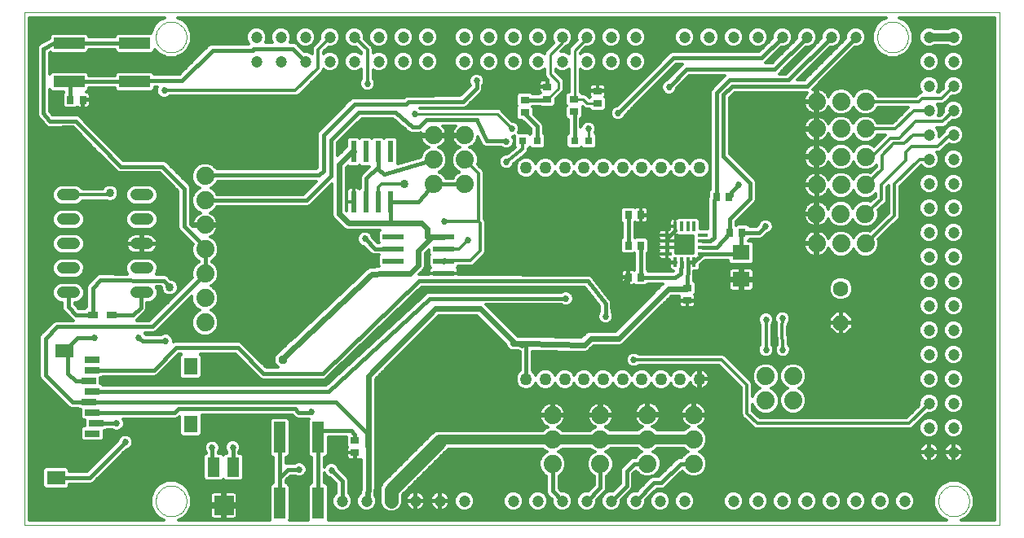
<source format=gtl>
G75*
G70*
%OFA0B0*%
%FSLAX24Y24*%
%IPPOS*%
%LPD*%
%AMOC8*
5,1,8,0,0,1.08239X$1,22.5*
%
%ADD10C,0.0000*%
%ADD11R,0.0870X0.0240*%
%ADD12R,0.0240X0.0870*%
%ADD13C,0.0472*%
%ADD14C,0.0500*%
%ADD15R,0.0394X0.0157*%
%ADD16R,0.0157X0.0394*%
%ADD17R,0.0354X0.0276*%
%ADD18R,0.0709X0.0630*%
%ADD19R,0.0276X0.0354*%
%ADD20C,0.0740*%
%ADD21R,0.0748X0.0551*%
%ADD22R,0.0551X0.0709*%
%ADD23R,0.0591X0.0276*%
%ADD24C,0.0480*%
%ADD25R,0.0394X0.0315*%
%ADD26R,0.0787X0.0787*%
%ADD27R,0.0512X0.0787*%
%ADD28R,0.1260X0.0472*%
%ADD29R,0.0315X0.0315*%
%ADD30R,0.0472X0.1260*%
%ADD31OC8,0.0630*%
%ADD32C,0.0630*%
%ADD33C,0.0160*%
%ADD34C,0.0120*%
%ADD35C,0.0270*%
%ADD36C,0.0320*%
%ADD37C,0.0240*%
%ADD38OC8,0.0560*%
%ADD39OC8,0.0337*%
%ADD40C,0.0337*%
%ADD41C,0.0400*%
%ADD42C,0.0560*%
%ADD43C,0.0100*%
D10*
X000500Y000510D02*
X000500Y021506D01*
X040370Y021506D01*
X040370Y000510D01*
X000500Y000510D01*
X005870Y001500D02*
X005872Y001550D01*
X005878Y001600D01*
X005888Y001649D01*
X005902Y001697D01*
X005919Y001744D01*
X005940Y001789D01*
X005965Y001833D01*
X005993Y001874D01*
X006025Y001913D01*
X006059Y001950D01*
X006096Y001984D01*
X006136Y002014D01*
X006178Y002041D01*
X006222Y002065D01*
X006268Y002086D01*
X006315Y002102D01*
X006363Y002115D01*
X006413Y002124D01*
X006462Y002129D01*
X006513Y002130D01*
X006563Y002127D01*
X006612Y002120D01*
X006661Y002109D01*
X006709Y002094D01*
X006755Y002076D01*
X006800Y002054D01*
X006843Y002028D01*
X006884Y001999D01*
X006923Y001967D01*
X006959Y001932D01*
X006991Y001894D01*
X007021Y001854D01*
X007048Y001811D01*
X007071Y001767D01*
X007090Y001721D01*
X007106Y001673D01*
X007118Y001624D01*
X007126Y001575D01*
X007130Y001525D01*
X007130Y001475D01*
X007126Y001425D01*
X007118Y001376D01*
X007106Y001327D01*
X007090Y001279D01*
X007071Y001233D01*
X007048Y001189D01*
X007021Y001146D01*
X006991Y001106D01*
X006959Y001068D01*
X006923Y001033D01*
X006884Y001001D01*
X006843Y000972D01*
X006800Y000946D01*
X006755Y000924D01*
X006709Y000906D01*
X006661Y000891D01*
X006612Y000880D01*
X006563Y000873D01*
X006513Y000870D01*
X006462Y000871D01*
X006413Y000876D01*
X006363Y000885D01*
X006315Y000898D01*
X006268Y000914D01*
X006222Y000935D01*
X006178Y000959D01*
X006136Y000986D01*
X006096Y001016D01*
X006059Y001050D01*
X006025Y001087D01*
X005993Y001126D01*
X005965Y001167D01*
X005940Y001211D01*
X005919Y001256D01*
X005902Y001303D01*
X005888Y001351D01*
X005878Y001400D01*
X005872Y001450D01*
X005870Y001500D01*
X037870Y001500D02*
X037872Y001550D01*
X037878Y001600D01*
X037888Y001649D01*
X037902Y001697D01*
X037919Y001744D01*
X037940Y001789D01*
X037965Y001833D01*
X037993Y001874D01*
X038025Y001913D01*
X038059Y001950D01*
X038096Y001984D01*
X038136Y002014D01*
X038178Y002041D01*
X038222Y002065D01*
X038268Y002086D01*
X038315Y002102D01*
X038363Y002115D01*
X038413Y002124D01*
X038462Y002129D01*
X038513Y002130D01*
X038563Y002127D01*
X038612Y002120D01*
X038661Y002109D01*
X038709Y002094D01*
X038755Y002076D01*
X038800Y002054D01*
X038843Y002028D01*
X038884Y001999D01*
X038923Y001967D01*
X038959Y001932D01*
X038991Y001894D01*
X039021Y001854D01*
X039048Y001811D01*
X039071Y001767D01*
X039090Y001721D01*
X039106Y001673D01*
X039118Y001624D01*
X039126Y001575D01*
X039130Y001525D01*
X039130Y001475D01*
X039126Y001425D01*
X039118Y001376D01*
X039106Y001327D01*
X039090Y001279D01*
X039071Y001233D01*
X039048Y001189D01*
X039021Y001146D01*
X038991Y001106D01*
X038959Y001068D01*
X038923Y001033D01*
X038884Y001001D01*
X038843Y000972D01*
X038800Y000946D01*
X038755Y000924D01*
X038709Y000906D01*
X038661Y000891D01*
X038612Y000880D01*
X038563Y000873D01*
X038513Y000870D01*
X038462Y000871D01*
X038413Y000876D01*
X038363Y000885D01*
X038315Y000898D01*
X038268Y000914D01*
X038222Y000935D01*
X038178Y000959D01*
X038136Y000986D01*
X038096Y001016D01*
X038059Y001050D01*
X038025Y001087D01*
X037993Y001126D01*
X037965Y001167D01*
X037940Y001211D01*
X037919Y001256D01*
X037902Y001303D01*
X037888Y001351D01*
X037878Y001400D01*
X037872Y001450D01*
X037870Y001500D01*
X035370Y020500D02*
X035372Y020550D01*
X035378Y020600D01*
X035388Y020649D01*
X035402Y020697D01*
X035419Y020744D01*
X035440Y020789D01*
X035465Y020833D01*
X035493Y020874D01*
X035525Y020913D01*
X035559Y020950D01*
X035596Y020984D01*
X035636Y021014D01*
X035678Y021041D01*
X035722Y021065D01*
X035768Y021086D01*
X035815Y021102D01*
X035863Y021115D01*
X035913Y021124D01*
X035962Y021129D01*
X036013Y021130D01*
X036063Y021127D01*
X036112Y021120D01*
X036161Y021109D01*
X036209Y021094D01*
X036255Y021076D01*
X036300Y021054D01*
X036343Y021028D01*
X036384Y020999D01*
X036423Y020967D01*
X036459Y020932D01*
X036491Y020894D01*
X036521Y020854D01*
X036548Y020811D01*
X036571Y020767D01*
X036590Y020721D01*
X036606Y020673D01*
X036618Y020624D01*
X036626Y020575D01*
X036630Y020525D01*
X036630Y020475D01*
X036626Y020425D01*
X036618Y020376D01*
X036606Y020327D01*
X036590Y020279D01*
X036571Y020233D01*
X036548Y020189D01*
X036521Y020146D01*
X036491Y020106D01*
X036459Y020068D01*
X036423Y020033D01*
X036384Y020001D01*
X036343Y019972D01*
X036300Y019946D01*
X036255Y019924D01*
X036209Y019906D01*
X036161Y019891D01*
X036112Y019880D01*
X036063Y019873D01*
X036013Y019870D01*
X035962Y019871D01*
X035913Y019876D01*
X035863Y019885D01*
X035815Y019898D01*
X035768Y019914D01*
X035722Y019935D01*
X035678Y019959D01*
X035636Y019986D01*
X035596Y020016D01*
X035559Y020050D01*
X035525Y020087D01*
X035493Y020126D01*
X035465Y020167D01*
X035440Y020211D01*
X035419Y020256D01*
X035402Y020303D01*
X035388Y020351D01*
X035378Y020400D01*
X035372Y020450D01*
X035370Y020500D01*
X005870Y020500D02*
X005872Y020550D01*
X005878Y020600D01*
X005888Y020649D01*
X005902Y020697D01*
X005919Y020744D01*
X005940Y020789D01*
X005965Y020833D01*
X005993Y020874D01*
X006025Y020913D01*
X006059Y020950D01*
X006096Y020984D01*
X006136Y021014D01*
X006178Y021041D01*
X006222Y021065D01*
X006268Y021086D01*
X006315Y021102D01*
X006363Y021115D01*
X006413Y021124D01*
X006462Y021129D01*
X006513Y021130D01*
X006563Y021127D01*
X006612Y021120D01*
X006661Y021109D01*
X006709Y021094D01*
X006755Y021076D01*
X006800Y021054D01*
X006843Y021028D01*
X006884Y020999D01*
X006923Y020967D01*
X006959Y020932D01*
X006991Y020894D01*
X007021Y020854D01*
X007048Y020811D01*
X007071Y020767D01*
X007090Y020721D01*
X007106Y020673D01*
X007118Y020624D01*
X007126Y020575D01*
X007130Y020525D01*
X007130Y020475D01*
X007126Y020425D01*
X007118Y020376D01*
X007106Y020327D01*
X007090Y020279D01*
X007071Y020233D01*
X007048Y020189D01*
X007021Y020146D01*
X006991Y020106D01*
X006959Y020068D01*
X006923Y020033D01*
X006884Y020001D01*
X006843Y019972D01*
X006800Y019946D01*
X006755Y019924D01*
X006709Y019906D01*
X006661Y019891D01*
X006612Y019880D01*
X006563Y019873D01*
X006513Y019870D01*
X006462Y019871D01*
X006413Y019876D01*
X006363Y019885D01*
X006315Y019898D01*
X006268Y019914D01*
X006222Y019935D01*
X006178Y019959D01*
X006136Y019986D01*
X006096Y020016D01*
X006059Y020050D01*
X006025Y020087D01*
X005993Y020126D01*
X005965Y020167D01*
X005940Y020211D01*
X005919Y020256D01*
X005902Y020303D01*
X005888Y020351D01*
X005878Y020400D01*
X005872Y020450D01*
X005870Y020500D01*
D11*
X015585Y012330D03*
X015585Y011830D03*
X015585Y011330D03*
X015585Y010830D03*
X017645Y010830D03*
X017645Y011330D03*
X017645Y011830D03*
X017645Y012330D03*
D12*
X015465Y013745D03*
X014965Y013745D03*
X014465Y013745D03*
X013965Y013745D03*
X013965Y015805D03*
X014465Y015805D03*
X014965Y015805D03*
X015465Y015805D03*
D13*
X015000Y019500D03*
X014000Y019500D03*
X013000Y019500D03*
X012000Y019500D03*
X011000Y019500D03*
X010000Y019500D03*
X010000Y020500D03*
X011000Y020500D03*
X012000Y020500D03*
X013000Y020500D03*
X014000Y020500D03*
X015000Y020500D03*
X016000Y020500D03*
X017000Y020500D03*
X017000Y019500D03*
X016000Y019500D03*
X018500Y019500D03*
X019500Y019500D03*
X020500Y019500D03*
X021500Y019500D03*
X022500Y019500D03*
X023500Y019500D03*
X024500Y019500D03*
X025500Y019500D03*
X025500Y020500D03*
X024500Y020500D03*
X023500Y020500D03*
X022500Y020500D03*
X021500Y020500D03*
X020500Y020500D03*
X019500Y020500D03*
X018500Y020500D03*
X027500Y020500D03*
X028500Y020500D03*
X029500Y020500D03*
X030500Y020500D03*
X031500Y020500D03*
X032500Y020500D03*
X033500Y020500D03*
X034500Y020500D03*
X037500Y020500D03*
X038500Y020500D03*
X038500Y019500D03*
X037500Y019500D03*
X037500Y018500D03*
X038500Y018500D03*
X038500Y017500D03*
X037500Y017500D03*
X037500Y016500D03*
X038500Y016500D03*
X038500Y015500D03*
X037500Y015500D03*
X037500Y014500D03*
X038500Y014500D03*
X038500Y013500D03*
X037500Y013500D03*
X037500Y012500D03*
X038500Y012500D03*
X038500Y011500D03*
X037500Y011500D03*
X037500Y010500D03*
X038500Y010500D03*
X038500Y009500D03*
X037500Y009500D03*
X037500Y008500D03*
X038500Y008500D03*
X038500Y007500D03*
X037500Y007500D03*
X037500Y006500D03*
X038500Y006500D03*
X038500Y005500D03*
X037500Y005500D03*
X037500Y004500D03*
X038500Y004500D03*
X038500Y003500D03*
X037500Y003500D03*
X036500Y001500D03*
X035500Y001500D03*
X034500Y001500D03*
X033500Y001500D03*
X032500Y001500D03*
X031500Y001500D03*
X030500Y001500D03*
X029500Y001500D03*
X027500Y001500D03*
X026500Y001500D03*
X025500Y001500D03*
X024500Y001500D03*
X023500Y001500D03*
X022500Y001500D03*
X021500Y001500D03*
X020500Y001500D03*
X018500Y001500D03*
X017500Y001500D03*
X016500Y001500D03*
X015500Y001500D03*
X014500Y001500D03*
X013500Y001500D03*
D14*
X021017Y006489D03*
X021804Y006489D03*
X022591Y006489D03*
X023379Y006489D03*
X024166Y006489D03*
X024954Y006489D03*
X025741Y006489D03*
X026529Y006489D03*
X027316Y006489D03*
X028103Y006489D03*
X028103Y015151D03*
X027316Y015151D03*
X026529Y015151D03*
X025741Y015151D03*
X024954Y015151D03*
X024166Y015151D03*
X023379Y015151D03*
X022591Y015151D03*
X021804Y015151D03*
X021017Y015151D03*
D15*
X026772Y012394D03*
X026772Y012138D03*
X026772Y011882D03*
X026772Y011626D03*
X028228Y011626D03*
X028228Y011882D03*
X028228Y012138D03*
X028228Y012394D03*
D16*
X027884Y012738D03*
X027628Y012738D03*
X027372Y012738D03*
X027116Y012738D03*
X027116Y011282D03*
X027372Y011282D03*
X027628Y011282D03*
X027884Y011282D03*
D17*
X027600Y010216D03*
X027600Y009704D03*
X014017Y003991D03*
X014017Y003479D03*
X020966Y017414D03*
X020966Y017926D03*
X021886Y017950D03*
X021886Y018462D03*
X022970Y017949D03*
X022970Y017437D03*
X023935Y017782D03*
X023935Y018294D03*
D18*
X029815Y011671D03*
X029815Y010569D03*
D19*
X029851Y012480D03*
X029339Y012480D03*
X029316Y013940D03*
X028804Y013940D03*
X025706Y013210D03*
X025194Y013210D03*
X025194Y011960D03*
X025706Y011960D03*
X025706Y010660D03*
X025194Y010660D03*
X002891Y017930D03*
X002379Y017930D03*
D20*
X007895Y014805D03*
X007895Y013805D03*
X007895Y012805D03*
X007895Y011805D03*
X007895Y010805D03*
X007895Y009805D03*
X007895Y008805D03*
X017236Y014471D03*
X018510Y014469D03*
X018510Y015469D03*
X017236Y015471D03*
X017236Y016471D03*
X018510Y016469D03*
X032890Y016741D03*
X033890Y016741D03*
X034890Y016741D03*
X034893Y017861D03*
X033893Y017861D03*
X032893Y017861D03*
X032890Y015600D03*
X033890Y015600D03*
X034890Y015600D03*
X034894Y014446D03*
X033894Y014446D03*
X032894Y014446D03*
X032884Y013260D03*
X033884Y013260D03*
X034884Y013260D03*
X034888Y012049D03*
X033888Y012049D03*
X032888Y012049D03*
X031931Y006618D03*
X030814Y006610D03*
X030814Y005610D03*
X031931Y005618D03*
X027869Y005027D03*
X025976Y005031D03*
X025976Y004031D03*
X027869Y004027D03*
X027869Y003027D03*
X025976Y003031D03*
X024050Y003014D03*
X024050Y004014D03*
X024050Y005014D03*
X022094Y005013D03*
X022094Y004013D03*
X022094Y003013D03*
D21*
X002144Y007648D03*
X001790Y002451D03*
D22*
X007302Y004655D03*
X007302Y007018D03*
D23*
X003286Y006860D03*
X003286Y007293D03*
X003129Y006427D03*
X003286Y005994D03*
X003129Y005561D03*
X003286Y005128D03*
X003444Y004695D03*
X003286Y004262D03*
D24*
X002540Y010035D02*
X002060Y010035D01*
X002060Y011035D02*
X002540Y011035D01*
X002540Y012035D02*
X002060Y012035D01*
X002060Y013035D02*
X002540Y013035D01*
X002540Y014035D02*
X002060Y014035D01*
X005060Y014035D02*
X005540Y014035D01*
X005540Y013035D02*
X005060Y013035D01*
X005060Y012035D02*
X005540Y012035D01*
X005540Y011035D02*
X005060Y011035D01*
X005060Y010035D02*
X005540Y010035D01*
D25*
X004084Y009115D03*
X003296Y009115D03*
D26*
X008658Y001321D03*
D27*
X009036Y002880D03*
X008249Y002880D03*
D28*
X005014Y018673D03*
X005014Y020247D03*
X002336Y020247D03*
X002336Y018673D03*
D29*
X020871Y016251D03*
X021461Y016251D03*
X022991Y016257D03*
X023581Y016257D03*
D30*
X012513Y004104D03*
X010938Y004104D03*
X010938Y001426D03*
X012513Y001426D03*
D31*
X033885Y008797D03*
D32*
X033885Y010197D03*
D33*
X029815Y011671D02*
X029770Y011626D01*
X028228Y011626D01*
X027884Y011282D01*
X027628Y011282D01*
X027600Y010216D01*
X027591Y010225D01*
X027600Y010216D02*
X027450Y010160D01*
X027600Y009704D02*
X028365Y009704D01*
X028365Y010420D01*
X028375Y010420D01*
X028375Y010740D01*
X028335Y010740D01*
X028335Y010635D01*
X028335Y010645D01*
X028265Y010715D01*
X027350Y010810D02*
X027372Y011282D01*
X027116Y011282D02*
X026582Y011282D01*
X026560Y011260D01*
X026560Y011145D01*
X026590Y011115D01*
X027100Y010660D02*
X025706Y010660D01*
X025706Y011960D01*
X025194Y011960D02*
X025194Y013210D01*
X026772Y012394D02*
X026817Y012349D01*
X026866Y012349D01*
X027116Y012599D01*
X026866Y012349D02*
X026772Y012254D01*
X026772Y012138D01*
X026772Y011882D01*
X026772Y011626D01*
X026777Y011620D01*
X026777Y011617D01*
X026755Y011617D01*
X028228Y011882D02*
X028815Y011885D01*
X029339Y012480D01*
X029339Y013049D01*
X030185Y013895D01*
X030185Y014505D01*
X029085Y015605D01*
X029085Y016375D01*
X029085Y018135D01*
X029440Y018490D01*
X032490Y018490D01*
X034500Y020500D01*
X033500Y020500D02*
X031735Y018735D01*
X029330Y018735D01*
X028804Y018209D01*
X028804Y015814D01*
X028804Y013940D01*
X028690Y013826D01*
X028690Y012275D01*
X028553Y012138D01*
X028228Y012138D01*
X029815Y012444D02*
X029815Y011671D01*
X029815Y012444D02*
X029851Y012480D01*
X030535Y012480D01*
X030805Y012750D01*
X029410Y014034D02*
X029316Y013940D01*
X029410Y014034D02*
X029410Y014135D01*
X029710Y014435D01*
X024775Y017384D02*
X027041Y019650D01*
X027405Y019650D01*
X030650Y019650D01*
X031500Y020500D01*
X032500Y020500D02*
X031185Y019185D01*
X027575Y019185D01*
X026856Y018466D01*
X026856Y018449D01*
X022991Y017416D02*
X022970Y017437D01*
X022991Y017416D02*
X022991Y016257D01*
X021465Y016255D02*
X021461Y016251D01*
X021465Y016255D02*
X021465Y016843D01*
X020966Y017342D01*
X020966Y017414D01*
X020966Y017926D02*
X021866Y017926D01*
X018991Y018414D02*
X018420Y017843D01*
X016205Y017840D01*
X016110Y017745D01*
X016100Y017755D01*
X013990Y017755D01*
X012720Y016485D01*
X012720Y015030D01*
X012545Y014855D01*
X008315Y014855D01*
X007895Y014855D01*
X007895Y014805D01*
X007045Y014300D02*
X006145Y015200D01*
X004435Y015200D01*
X003530Y016105D01*
X002595Y017065D01*
X001545Y017050D01*
X001280Y017375D01*
X001280Y020015D01*
X001695Y020245D01*
X002336Y020245D01*
X002336Y020247D01*
X005014Y020247D01*
X005014Y018750D02*
X005014Y018673D01*
X002336Y018673D01*
X002372Y018673D01*
X002372Y018159D01*
X002379Y017930D01*
X002372Y018159D02*
X002365Y018364D01*
X005014Y018750D02*
X005370Y018750D01*
X005370Y018715D01*
X006945Y018715D01*
X008195Y019965D01*
X009825Y019965D01*
X009875Y020015D01*
X011485Y020015D01*
X012000Y019500D01*
X014180Y017420D02*
X015655Y017420D01*
X015665Y017410D01*
X016360Y016824D01*
X016640Y016824D01*
X016921Y017105D01*
X018987Y017105D01*
X019006Y017086D01*
X019400Y016245D01*
X020191Y016245D01*
X020205Y016231D01*
X017236Y015471D02*
X015199Y014886D01*
X014985Y015100D01*
X014985Y015785D01*
X014965Y015805D01*
X014965Y015195D01*
X014480Y014710D01*
X014480Y013760D01*
X014465Y013745D01*
X015465Y013745D02*
X015465Y012880D01*
X016281Y012880D01*
X016619Y013745D02*
X015465Y013745D01*
X016619Y013745D02*
X017236Y014471D01*
X018510Y014471D01*
X018510Y014469D01*
X014830Y011830D02*
X014425Y012235D01*
X014830Y011830D02*
X015585Y011830D01*
X016647Y010528D02*
X023537Y010503D01*
X024255Y009575D01*
X024265Y009060D01*
X024458Y009924D02*
X025194Y010660D01*
X027100Y010660D02*
X027350Y010810D01*
X022640Y009795D02*
X017070Y009795D01*
X012925Y005980D01*
X003286Y005994D01*
X003129Y006427D02*
X002588Y006427D01*
X002285Y006730D01*
X002285Y007507D01*
X002144Y007648D01*
X002677Y008180D01*
X003370Y008180D01*
X003296Y009115D02*
X003281Y009130D01*
X002615Y009130D01*
X002300Y009445D01*
X002300Y010035D01*
X003296Y010216D02*
X003617Y010544D01*
X006192Y010529D01*
X006440Y010250D01*
X005300Y010035D02*
X005255Y009990D01*
X005255Y009425D01*
X004945Y009115D01*
X004084Y009115D01*
X003296Y009115D02*
X003296Y010216D01*
X001840Y008635D02*
X005725Y008635D01*
X007895Y010805D01*
X007895Y011805D01*
X007895Y011885D01*
X007045Y012735D01*
X007045Y014300D01*
X007895Y013805D02*
X012025Y013805D01*
X013040Y014820D01*
X013040Y016280D01*
X014180Y017420D01*
X018991Y018414D02*
X018991Y018703D01*
X016647Y010528D02*
X012690Y006725D01*
X010285Y006725D01*
X009235Y007775D01*
X006705Y007775D01*
X005790Y006860D01*
X003286Y006860D01*
X002459Y005561D02*
X001375Y006645D01*
X001370Y006645D01*
X001370Y008090D01*
X001370Y008165D01*
X001840Y008635D01*
X005185Y008190D02*
X005320Y008055D01*
X006280Y008055D01*
X003139Y005550D02*
X003129Y005561D01*
X002459Y005561D01*
X003139Y005550D02*
X013225Y005550D01*
X014500Y004275D01*
X014560Y002030D01*
X013500Y002324D02*
X013500Y001500D01*
X012513Y001426D02*
X012511Y001428D01*
X012511Y004105D01*
X012513Y004104D01*
X012511Y004105D02*
X012511Y004364D01*
X012523Y004376D01*
X013864Y004376D01*
X014017Y004223D01*
X014017Y003991D01*
X012230Y005135D02*
X012222Y005127D01*
X011715Y005127D01*
X011565Y005277D01*
X006795Y005277D01*
X006627Y005110D01*
X003540Y005110D01*
X003520Y005128D02*
X003520Y005130D01*
X003520Y005128D02*
X003286Y005128D01*
X003444Y004695D02*
X003461Y004677D01*
X004275Y004677D01*
X004625Y003910D02*
X003166Y002451D01*
X001790Y002451D01*
X008186Y002909D02*
X008249Y002880D01*
X008186Y002909D02*
X008186Y003684D01*
X009023Y003697D02*
X009023Y002864D01*
X009036Y002880D01*
X010935Y002460D02*
X010935Y001429D01*
X010938Y001426D01*
X010938Y004104D01*
X011260Y002786D02*
X010935Y002460D01*
X011260Y002786D02*
X011740Y002793D01*
X013059Y002765D02*
X013500Y002324D01*
X021015Y006489D02*
X021015Y007937D01*
X020852Y007862D02*
X020527Y007969D01*
X020487Y007982D01*
X021015Y006489D02*
X021017Y006489D01*
X022094Y003013D02*
X022094Y001906D01*
X022500Y001500D01*
X023500Y001500D02*
X024050Y002050D01*
X024050Y003014D01*
X025126Y002719D02*
X025126Y002126D01*
X024500Y001500D01*
X025500Y001500D02*
X026251Y002251D01*
X026546Y002251D01*
X027323Y003027D01*
X027869Y003027D01*
X025976Y003031D02*
X025437Y003031D01*
X025126Y002719D01*
X011593Y007863D02*
X011049Y007280D01*
X011055Y007290D01*
D34*
X010827Y007025D02*
X010353Y007025D01*
X010393Y006985D02*
X009382Y007995D01*
X009287Y008035D01*
X006653Y008035D01*
X006595Y008011D01*
X006595Y008118D01*
X006547Y008233D01*
X006458Y008322D01*
X006343Y008370D01*
X006217Y008370D01*
X006102Y008322D01*
X006095Y008315D01*
X005474Y008315D01*
X005452Y008368D01*
X005445Y008375D01*
X005777Y008375D01*
X005872Y008415D01*
X007345Y009887D01*
X007345Y009696D01*
X007429Y009493D01*
X007583Y009339D01*
X007665Y009305D01*
X007583Y009271D01*
X007429Y009117D01*
X007345Y008914D01*
X007345Y008696D01*
X007429Y008493D01*
X007583Y008339D01*
X007786Y008255D01*
X008004Y008255D01*
X008207Y008339D01*
X008361Y008493D01*
X008445Y008696D01*
X008445Y008914D01*
X008361Y009117D01*
X008207Y009271D01*
X008125Y009305D01*
X008207Y009339D01*
X008361Y009493D01*
X008445Y009696D01*
X008445Y009914D01*
X008361Y010117D01*
X008207Y010271D01*
X008125Y010305D01*
X008207Y010339D01*
X008361Y010493D01*
X008445Y010696D01*
X008445Y010914D01*
X008361Y011117D01*
X008207Y011271D01*
X008155Y011293D01*
X008155Y011317D01*
X008207Y011339D01*
X008361Y011493D01*
X008445Y011696D01*
X008445Y011914D01*
X008361Y012117D01*
X008207Y012271D01*
X008101Y012315D01*
X008173Y012352D01*
X008240Y012401D01*
X008299Y012460D01*
X008348Y012527D01*
X008386Y012602D01*
X008412Y012681D01*
X008425Y012763D01*
X008425Y012765D01*
X007935Y012765D01*
X007935Y012845D01*
X008425Y012845D01*
X008425Y012847D01*
X008412Y012929D01*
X008386Y013008D01*
X008348Y013083D01*
X008299Y013150D01*
X008240Y013209D01*
X008173Y013258D01*
X008101Y013295D01*
X008207Y013339D01*
X008361Y013493D01*
X008383Y013545D01*
X012077Y013545D01*
X012172Y013585D01*
X013075Y014487D01*
X013075Y013325D01*
X013075Y013205D01*
X013121Y013095D01*
X013506Y012710D01*
X013590Y012626D01*
X013700Y012580D01*
X015025Y012580D01*
X014970Y012525D01*
X014970Y012135D01*
X015015Y012090D01*
X014938Y012090D01*
X014740Y012288D01*
X014740Y012298D01*
X014692Y012413D01*
X014603Y012502D01*
X014488Y012550D01*
X014362Y012550D01*
X014247Y012502D01*
X014158Y012413D01*
X014110Y012298D01*
X014110Y012172D01*
X014158Y012057D01*
X014247Y011968D01*
X014362Y011920D01*
X014372Y011920D01*
X014683Y011610D01*
X014778Y011570D01*
X015015Y011570D01*
X014970Y011525D01*
X014970Y011135D01*
X014993Y011112D01*
X014696Y011085D01*
X014655Y011087D01*
X014637Y011080D01*
X014618Y011078D01*
X014582Y011059D01*
X014543Y011045D01*
X014529Y011032D01*
X014513Y011023D01*
X014486Y010991D01*
X011429Y008121D01*
X011425Y008119D01*
X011385Y008080D01*
X011344Y008041D01*
X011343Y008038D01*
X010936Y007638D01*
X010911Y007638D01*
X010707Y007434D01*
X010707Y007146D01*
X010867Y006985D01*
X010393Y006985D01*
X010234Y007143D02*
X010709Y007143D01*
X010707Y007262D02*
X010116Y007262D01*
X009997Y007380D02*
X010707Y007380D01*
X010771Y007499D02*
X009879Y007499D01*
X009760Y007617D02*
X010890Y007617D01*
X011035Y007736D02*
X009642Y007736D01*
X009523Y007854D02*
X011156Y007854D01*
X011276Y007973D02*
X009405Y007973D01*
X009127Y007515D02*
X010065Y006578D01*
X010138Y006505D01*
X010233Y006465D01*
X012687Y006465D01*
X012737Y006464D01*
X012739Y006465D01*
X012742Y006465D01*
X012787Y006484D01*
X012833Y006502D01*
X012835Y006504D01*
X012837Y006505D01*
X012872Y006539D01*
X016751Y010267D01*
X023409Y010243D01*
X023997Y009484D01*
X024001Y009242D01*
X023998Y009238D01*
X023950Y009123D01*
X023950Y008997D01*
X023998Y008882D01*
X024087Y008793D01*
X024202Y008745D01*
X024328Y008745D01*
X024443Y008793D01*
X024532Y008882D01*
X024580Y008997D01*
X024580Y009123D01*
X024532Y009238D01*
X024521Y009249D01*
X024515Y009561D01*
X024519Y009593D01*
X024514Y009612D01*
X024514Y009632D01*
X025838Y009632D01*
X025956Y009750D02*
X024448Y009750D01*
X024449Y009749D02*
X023764Y010634D01*
X023758Y010649D01*
X023732Y010675D01*
X023711Y010703D01*
X023696Y010711D01*
X023685Y010723D01*
X023652Y010737D01*
X023621Y010754D01*
X023604Y010756D01*
X023589Y010763D01*
X023554Y010763D01*
X023518Y010767D01*
X023502Y010763D01*
X018240Y010782D01*
X018240Y010830D01*
X018240Y010971D01*
X018229Y011012D01*
X018208Y011048D01*
X018190Y011066D01*
X018245Y011120D01*
X018789Y011120D01*
X018877Y011157D01*
X019276Y011555D01*
X019343Y011623D01*
X019380Y011711D01*
X019380Y012836D01*
X019380Y012837D01*
X019380Y012933D01*
X019343Y013021D01*
X019310Y013054D01*
X019310Y014957D01*
X019273Y015046D01*
X019031Y015288D01*
X019060Y015360D01*
X019060Y015579D01*
X018977Y015781D01*
X018822Y015936D01*
X018716Y015979D01*
X018788Y016016D01*
X018856Y016065D01*
X018915Y016124D01*
X018964Y016192D01*
X019001Y016266D01*
X019027Y016345D01*
X019037Y016407D01*
X019162Y016140D01*
X019180Y016098D01*
X019184Y016093D01*
X019186Y016088D01*
X019220Y016057D01*
X019253Y016025D01*
X019258Y016022D01*
X019263Y016018D01*
X019306Y016003D01*
X019348Y015985D01*
X019354Y015985D01*
X019360Y015983D01*
X019406Y015985D01*
X020005Y015985D01*
X020027Y015964D01*
X020143Y015916D01*
X020268Y015916D01*
X020384Y015964D01*
X020472Y016052D01*
X020520Y016168D01*
X020520Y016293D01*
X020472Y016409D01*
X020457Y016424D01*
X020492Y016424D01*
X020533Y016441D01*
X020533Y016019D01*
X020574Y015978D01*
X020225Y015710D01*
X020147Y015710D01*
X020031Y015662D01*
X019942Y015573D01*
X019894Y015457D01*
X019894Y015332D01*
X019942Y015216D01*
X020031Y015128D01*
X020147Y015080D01*
X020272Y015080D01*
X020388Y015128D01*
X020476Y015216D01*
X020524Y015332D01*
X020524Y015334D01*
X020998Y015699D01*
X021015Y015706D01*
X021036Y015728D01*
X021060Y015746D01*
X021069Y015762D01*
X021081Y015774D01*
X021092Y015803D01*
X021107Y015829D01*
X021110Y015847D01*
X021116Y015863D01*
X021116Y015894D01*
X021120Y015924D01*
X021118Y015929D01*
X021166Y015977D01*
X021229Y015914D01*
X021693Y015914D01*
X021799Y016019D01*
X021799Y016483D01*
X021725Y016556D01*
X021725Y016894D01*
X021686Y016990D01*
X021612Y017063D01*
X021323Y017353D01*
X021323Y017626D01*
X021283Y017666D01*
X021601Y017666D01*
X021634Y017632D01*
X022138Y017632D01*
X022243Y017738D01*
X022243Y017982D01*
X022565Y018303D01*
X022565Y018753D01*
X022430Y018887D01*
X022235Y019083D01*
X022235Y019177D01*
X022264Y019147D01*
X022417Y019084D01*
X022583Y019084D01*
X022736Y019147D01*
X022770Y019182D01*
X022770Y018267D01*
X022718Y018267D01*
X022613Y018161D01*
X022613Y017736D01*
X022657Y017693D01*
X022613Y017649D01*
X022613Y017225D01*
X022718Y017119D01*
X022731Y017119D01*
X022731Y016567D01*
X022653Y016489D01*
X022653Y016025D01*
X022759Y015920D01*
X023223Y015920D01*
X023286Y015983D01*
X023349Y015920D01*
X023813Y015920D01*
X023919Y016025D01*
X023919Y016489D01*
X023830Y016579D01*
X023875Y016687D01*
X023875Y016812D01*
X023827Y016928D01*
X023738Y017017D01*
X023622Y017065D01*
X023497Y017065D01*
X023381Y017017D01*
X023293Y016928D01*
X023251Y016827D01*
X023251Y017148D01*
X023327Y017225D01*
X023327Y017638D01*
X023415Y017551D01*
X023596Y017551D01*
X023683Y017464D01*
X024187Y017464D01*
X024292Y017570D01*
X024292Y017994D01*
X024234Y018052D01*
X024240Y018058D01*
X024261Y018094D01*
X024272Y018135D01*
X024272Y018285D01*
X023944Y018285D01*
X023944Y018303D01*
X023926Y018303D01*
X023926Y018591D01*
X023737Y018591D01*
X023696Y018581D01*
X023659Y018560D01*
X023630Y018530D01*
X023609Y018493D01*
X023598Y018453D01*
X023598Y018303D01*
X023926Y018303D01*
X023926Y018285D01*
X023598Y018285D01*
X023598Y018135D01*
X023609Y018094D01*
X023630Y018058D01*
X023635Y018052D01*
X023600Y018016D01*
X023572Y018044D01*
X023438Y018179D01*
X023310Y018179D01*
X023230Y018258D01*
X023230Y019181D01*
X023264Y019147D01*
X023417Y019084D01*
X023583Y019084D01*
X023736Y019147D01*
X023853Y019264D01*
X023916Y019417D01*
X023916Y019583D01*
X023853Y019736D01*
X023736Y019853D01*
X023583Y019916D01*
X023417Y019916D01*
X023264Y019853D01*
X023230Y019819D01*
X023230Y019868D01*
X023446Y020084D01*
X023583Y020084D01*
X023736Y020147D01*
X023853Y020264D01*
X023916Y020417D01*
X023916Y020583D01*
X023853Y020736D01*
X023736Y020853D01*
X023583Y020916D01*
X023417Y020916D01*
X023264Y020853D01*
X023147Y020736D01*
X023084Y020583D01*
X023084Y020417D01*
X023097Y020385D01*
X022905Y020193D01*
X022770Y020059D01*
X022770Y019818D01*
X022736Y019853D01*
X022583Y019916D01*
X022449Y019916D01*
X022640Y020108D01*
X022736Y020147D01*
X022853Y020264D01*
X022916Y020417D01*
X022916Y020583D01*
X022853Y020736D01*
X022736Y020853D01*
X022583Y020916D01*
X022417Y020916D01*
X022264Y020853D01*
X022147Y020736D01*
X022084Y020583D01*
X022084Y020417D01*
X022147Y020265D01*
X021910Y020027D01*
X021775Y019893D01*
X021775Y019814D01*
X021736Y019853D01*
X021583Y019916D01*
X021417Y019916D01*
X021264Y019853D01*
X021147Y019736D01*
X021084Y019583D01*
X021084Y019417D01*
X021147Y019264D01*
X021264Y019147D01*
X021417Y019084D01*
X021583Y019084D01*
X021736Y019147D01*
X021775Y019186D01*
X021775Y018892D01*
X021907Y018759D01*
X021895Y018759D01*
X021895Y018471D01*
X021877Y018471D01*
X021877Y018760D01*
X021688Y018760D01*
X021647Y018749D01*
X021611Y018728D01*
X021581Y018698D01*
X021560Y018661D01*
X021549Y018621D01*
X021549Y018471D01*
X021877Y018471D01*
X021877Y018453D01*
X021549Y018453D01*
X021549Y018303D01*
X021560Y018262D01*
X021581Y018226D01*
X021587Y018220D01*
X021552Y018186D01*
X021275Y018186D01*
X021217Y018243D01*
X020714Y018243D01*
X020608Y018138D01*
X020608Y017713D01*
X020652Y017670D01*
X020608Y017626D01*
X020608Y017201D01*
X020714Y017096D01*
X020844Y017096D01*
X021205Y016735D01*
X021205Y016565D01*
X021166Y016525D01*
X021103Y016588D01*
X020708Y016588D01*
X020744Y016677D01*
X020744Y016802D01*
X020696Y016918D01*
X020608Y017006D01*
X020492Y017054D01*
X020450Y017054D01*
X019924Y017580D01*
X016685Y017580D01*
X016685Y017581D01*
X018420Y017583D01*
X018471Y017583D01*
X018472Y017583D01*
X018520Y017603D01*
X018567Y017623D01*
X018567Y017623D01*
X018567Y017623D01*
X018604Y017660D01*
X019211Y018267D01*
X019251Y018363D01*
X019251Y018517D01*
X019258Y018524D01*
X019306Y018640D01*
X019306Y018765D01*
X019258Y018881D01*
X019169Y018970D01*
X019053Y019018D01*
X018928Y019018D01*
X018812Y018970D01*
X018724Y018881D01*
X018676Y018765D01*
X018676Y018640D01*
X018724Y018524D01*
X018728Y018520D01*
X018312Y018103D01*
X016205Y018100D01*
X016153Y018100D01*
X016153Y018100D01*
X016153Y018100D01*
X016105Y018080D01*
X016058Y018060D01*
X016058Y018060D01*
X016057Y018060D01*
X016021Y018024D01*
X016012Y018015D01*
X013938Y018015D01*
X013843Y017975D01*
X013770Y017902D01*
X012500Y016632D01*
X012460Y016537D01*
X012460Y015138D01*
X012437Y015115D01*
X008362Y015115D01*
X008361Y015117D01*
X008207Y015271D01*
X008004Y015355D01*
X007786Y015355D01*
X007583Y015271D01*
X007429Y015117D01*
X007345Y014914D01*
X007345Y014696D01*
X007429Y014493D01*
X007583Y014339D01*
X007665Y014305D01*
X007583Y014271D01*
X007429Y014117D01*
X007345Y013914D01*
X007345Y013696D01*
X007429Y013493D01*
X007583Y013339D01*
X007689Y013295D01*
X007617Y013258D01*
X007550Y013209D01*
X007491Y013150D01*
X007442Y013083D01*
X007404Y013008D01*
X007378Y012929D01*
X007365Y012847D01*
X007365Y012845D01*
X007855Y012845D01*
X007855Y012765D01*
X007383Y012765D01*
X007305Y012843D01*
X007305Y014352D01*
X007265Y014447D01*
X006365Y015347D01*
X006292Y015420D01*
X006197Y015460D01*
X004543Y015460D01*
X003715Y016288D01*
X002815Y017212D01*
X002813Y017215D01*
X002779Y017249D01*
X002745Y017283D01*
X002742Y017285D01*
X002739Y017287D01*
X002694Y017305D01*
X002650Y017324D01*
X002646Y017324D01*
X002643Y017326D01*
X002595Y017325D01*
X002547Y017326D01*
X002543Y017324D01*
X001667Y017312D01*
X001540Y017468D01*
X001540Y018348D01*
X001632Y018256D01*
X002108Y018256D01*
X002109Y018230D01*
X002061Y018182D01*
X002061Y017678D01*
X002167Y017573D01*
X002591Y017573D01*
X002649Y017631D01*
X002655Y017625D01*
X002691Y017604D01*
X002732Y017593D01*
X002882Y017593D01*
X002882Y017921D01*
X002900Y017921D01*
X002900Y017939D01*
X003189Y017939D01*
X003189Y018128D01*
X003178Y018169D01*
X003157Y018205D01*
X003127Y018235D01*
X003090Y018256D01*
X003051Y018267D01*
X003146Y018362D01*
X003146Y018413D01*
X004204Y018413D01*
X004204Y018362D01*
X004309Y018256D01*
X005718Y018256D01*
X005824Y018362D01*
X005824Y018455D01*
X005939Y018455D01*
X005905Y018373D01*
X005905Y018247D01*
X005953Y018132D01*
X006042Y018043D01*
X006157Y017995D01*
X006283Y017995D01*
X006398Y018043D01*
X006425Y018070D01*
X011633Y018070D01*
X011721Y018107D01*
X012631Y019017D01*
X012698Y019084D01*
X012735Y019172D01*
X012735Y019176D01*
X012764Y019147D01*
X012917Y019084D01*
X013083Y019084D01*
X013236Y019147D01*
X013353Y019264D01*
X013416Y019417D01*
X013416Y019583D01*
X013353Y019736D01*
X013236Y019853D01*
X013083Y019916D01*
X012917Y019916D01*
X012764Y019853D01*
X012735Y019824D01*
X012735Y019896D01*
X012923Y020084D01*
X013083Y020084D01*
X013236Y020147D01*
X013353Y020264D01*
X013416Y020417D01*
X013416Y020583D01*
X013353Y020736D01*
X013236Y020853D01*
X013083Y020916D01*
X012917Y020916D01*
X012764Y020853D01*
X012647Y020736D01*
X012584Y020583D01*
X012584Y020423D01*
X012292Y020131D01*
X012255Y020043D01*
X012255Y019834D01*
X012236Y019853D01*
X012083Y019916D01*
X011951Y019916D01*
X011632Y020235D01*
X011537Y020275D01*
X011357Y020275D01*
X011416Y020417D01*
X011416Y020583D01*
X011353Y020736D01*
X011236Y020853D01*
X011083Y020916D01*
X010917Y020916D01*
X010764Y020853D01*
X010647Y020736D01*
X010584Y020583D01*
X010584Y020417D01*
X010643Y020275D01*
X010357Y020275D01*
X010416Y020417D01*
X010416Y020583D01*
X010353Y020736D01*
X010236Y020853D01*
X010083Y020916D01*
X009917Y020916D01*
X009764Y020853D01*
X009647Y020736D01*
X009584Y020583D01*
X009584Y020417D01*
X009647Y020264D01*
X009686Y020225D01*
X008143Y020225D01*
X008048Y020185D01*
X007975Y020112D01*
X006837Y018975D01*
X005824Y018975D01*
X005824Y018983D01*
X005718Y019089D01*
X004309Y019089D01*
X004204Y018983D01*
X004204Y018933D01*
X003146Y018933D01*
X003146Y018983D01*
X003041Y019089D01*
X001632Y019089D01*
X001540Y018997D01*
X001540Y019862D01*
X001579Y019884D01*
X001632Y019831D01*
X003041Y019831D01*
X003146Y019937D01*
X003146Y019987D01*
X004204Y019987D01*
X004204Y019937D01*
X004309Y019831D01*
X005718Y019831D01*
X005824Y019937D01*
X005824Y019989D01*
X006024Y019788D01*
X006333Y019660D01*
X006667Y019660D01*
X006976Y019788D01*
X007212Y020024D01*
X007340Y020333D01*
X007340Y020667D01*
X007212Y020976D01*
X006976Y021212D01*
X006773Y021296D01*
X035727Y021296D01*
X035524Y021212D01*
X035288Y020976D01*
X035160Y020667D01*
X035160Y020333D01*
X035288Y020024D01*
X035524Y019788D01*
X035833Y019660D01*
X036167Y019660D01*
X036476Y019788D01*
X036712Y020024D01*
X036840Y020333D01*
X036840Y020667D01*
X036712Y020976D01*
X036476Y021212D01*
X036273Y021296D01*
X040160Y021296D01*
X040160Y000720D01*
X038812Y000720D01*
X038976Y000788D01*
X039212Y001024D01*
X039340Y001333D01*
X039340Y001667D01*
X039212Y001976D01*
X038976Y002212D01*
X038667Y002340D01*
X038333Y002340D01*
X038024Y002212D01*
X037788Y001976D01*
X037660Y001667D01*
X037660Y001333D01*
X037788Y001024D01*
X038024Y000788D01*
X038188Y000720D01*
X012927Y000720D01*
X012929Y000722D01*
X012929Y002131D01*
X012823Y002236D01*
X012771Y002236D01*
X012771Y002637D01*
X012792Y002587D01*
X012880Y002498D01*
X012996Y002450D01*
X013006Y002450D01*
X013240Y002216D01*
X013240Y001829D01*
X013147Y001736D01*
X013084Y001583D01*
X013084Y001417D01*
X013147Y001264D01*
X013264Y001147D01*
X013417Y001084D01*
X013583Y001084D01*
X013736Y001147D01*
X013853Y001264D01*
X013916Y001417D01*
X013916Y001583D01*
X013853Y001736D01*
X013760Y001829D01*
X013760Y002376D01*
X013720Y002471D01*
X013374Y002818D01*
X013374Y002828D01*
X013326Y002943D01*
X013237Y003032D01*
X013121Y003080D01*
X012996Y003080D01*
X012880Y003032D01*
X012792Y002943D01*
X012771Y002893D01*
X012771Y003294D01*
X012823Y003294D01*
X012929Y003399D01*
X012929Y004116D01*
X013660Y004116D01*
X013660Y003778D01*
X013718Y003720D01*
X013712Y003715D01*
X013691Y003678D01*
X013680Y003638D01*
X013680Y003488D01*
X014008Y003488D01*
X014008Y003470D01*
X012929Y003470D01*
X012929Y003588D02*
X013680Y003588D01*
X013680Y003470D02*
X013680Y003320D01*
X013691Y003279D01*
X013712Y003243D01*
X013742Y003213D01*
X013778Y003192D01*
X013819Y003181D01*
X014008Y003181D01*
X014008Y003470D01*
X013680Y003470D01*
X013680Y003351D02*
X012881Y003351D01*
X012771Y003233D02*
X013722Y003233D01*
X014008Y003233D02*
X014026Y003233D01*
X014026Y003181D02*
X014215Y003181D01*
X014256Y003192D01*
X014260Y003194D01*
X014260Y002047D01*
X014235Y001823D01*
X014147Y001736D01*
X014084Y001583D01*
X014084Y001417D01*
X014147Y001264D01*
X014264Y001147D01*
X014417Y001084D01*
X014583Y001084D01*
X014736Y001147D01*
X014853Y001264D01*
X014916Y001417D01*
X014916Y001583D01*
X014853Y001736D01*
X014831Y001758D01*
X014853Y001954D01*
X014860Y001970D01*
X014860Y002013D01*
X014865Y002056D01*
X014860Y002072D01*
X014860Y006496D01*
X017439Y009075D01*
X018997Y009075D01*
X020168Y007904D01*
X020168Y007899D01*
X020169Y007895D01*
X020169Y007890D01*
X020189Y007839D01*
X020208Y007787D01*
X020211Y007783D01*
X020213Y007779D01*
X020251Y007739D01*
X020289Y007699D01*
X020293Y007697D01*
X020296Y007693D01*
X020347Y007671D01*
X020397Y007648D01*
X020401Y007648D01*
X020406Y007646D01*
X020461Y007645D01*
X020516Y007643D01*
X020520Y007644D01*
X020690Y007642D01*
X020755Y007620D01*
X020755Y006836D01*
X020652Y006733D01*
X020587Y006575D01*
X020587Y006404D01*
X020652Y006246D01*
X020773Y006125D01*
X020931Y006059D01*
X021102Y006059D01*
X021260Y006125D01*
X021381Y006246D01*
X021410Y006316D01*
X021440Y006246D01*
X021561Y006125D01*
X021719Y006059D01*
X021890Y006059D01*
X022048Y006125D01*
X022169Y006246D01*
X022198Y006316D01*
X022227Y006246D01*
X022348Y006125D01*
X022506Y006059D01*
X022677Y006059D01*
X022835Y006125D01*
X022956Y006246D01*
X022985Y006316D01*
X023014Y006246D01*
X023135Y006125D01*
X023293Y006059D01*
X023464Y006059D01*
X023622Y006125D01*
X023743Y006246D01*
X023773Y006316D01*
X023802Y006246D01*
X023923Y006125D01*
X024081Y006059D01*
X024252Y006059D01*
X024410Y006125D01*
X024531Y006246D01*
X024560Y006316D01*
X024589Y006246D01*
X024710Y006125D01*
X024868Y006059D01*
X025039Y006059D01*
X025197Y006125D01*
X025318Y006246D01*
X025347Y006316D01*
X025377Y006246D01*
X025498Y006125D01*
X025656Y006059D01*
X025827Y006059D01*
X025985Y006125D01*
X026106Y006246D01*
X026135Y006316D01*
X026164Y006246D01*
X026285Y006125D01*
X026443Y006059D01*
X026614Y006059D01*
X026772Y006125D01*
X026893Y006246D01*
X026922Y006316D01*
X026951Y006246D01*
X027072Y006125D01*
X027230Y006059D01*
X027401Y006059D01*
X027559Y006125D01*
X027680Y006246D01*
X027720Y006342D01*
X027723Y006332D01*
X027753Y006274D01*
X027791Y006222D01*
X027836Y006177D01*
X027888Y006139D01*
X027946Y006109D01*
X028007Y006089D01*
X028071Y006079D01*
X028085Y006079D01*
X028085Y006471D01*
X028122Y006471D01*
X028122Y006508D01*
X028085Y006508D01*
X028085Y006899D01*
X028071Y006899D01*
X028007Y006889D01*
X027946Y006869D01*
X027888Y006840D01*
X027836Y006802D01*
X027791Y006756D01*
X027753Y006704D01*
X027723Y006647D01*
X027720Y006637D01*
X027680Y006733D01*
X027559Y006854D01*
X027401Y006919D01*
X027230Y006919D01*
X027072Y006854D01*
X026951Y006733D01*
X026922Y006662D01*
X026893Y006733D01*
X026772Y006854D01*
X026614Y006919D01*
X026443Y006919D01*
X026285Y006854D01*
X026164Y006733D01*
X026135Y006662D01*
X026106Y006733D01*
X025985Y006854D01*
X025827Y006919D01*
X025656Y006919D01*
X025498Y006854D01*
X025377Y006733D01*
X025347Y006662D01*
X025318Y006733D01*
X025197Y006854D01*
X025039Y006919D01*
X024868Y006919D01*
X024710Y006854D01*
X024589Y006733D01*
X024560Y006662D01*
X024531Y006733D01*
X024410Y006854D01*
X024252Y006919D01*
X024081Y006919D01*
X023923Y006854D01*
X023802Y006733D01*
X023773Y006662D01*
X023743Y006733D01*
X023622Y006854D01*
X023464Y006919D01*
X023293Y006919D01*
X023135Y006854D01*
X023014Y006733D01*
X022985Y006662D01*
X022956Y006733D01*
X022835Y006854D01*
X022677Y006919D01*
X022506Y006919D01*
X022348Y006854D01*
X022227Y006733D01*
X022198Y006662D01*
X022169Y006733D01*
X022048Y006854D01*
X021890Y006919D01*
X021719Y006919D01*
X021561Y006854D01*
X021440Y006733D01*
X021410Y006662D01*
X021381Y006733D01*
X021275Y006839D01*
X021275Y007633D01*
X023328Y007601D01*
X023330Y007600D01*
X023388Y007600D01*
X023445Y007599D01*
X023447Y007600D01*
X023450Y007600D01*
X023503Y007622D01*
X023556Y007643D01*
X023558Y007645D01*
X023560Y007646D01*
X023600Y007686D01*
X023642Y007726D01*
X023643Y007728D01*
X023779Y007865D01*
X024855Y007865D01*
X024965Y007911D01*
X026954Y009900D01*
X027273Y009900D01*
X027263Y009863D01*
X027263Y009713D01*
X027591Y009713D01*
X027591Y009695D01*
X027609Y009695D01*
X027609Y009406D01*
X027798Y009406D01*
X027839Y009417D01*
X027875Y009438D01*
X027905Y009468D01*
X027926Y009505D01*
X027937Y009545D01*
X027937Y009695D01*
X027609Y009695D01*
X027609Y009713D01*
X027937Y009713D01*
X027937Y009863D01*
X027926Y009904D01*
X027905Y009940D01*
X027899Y009946D01*
X027957Y010004D01*
X027957Y010428D01*
X027868Y010517D01*
X027878Y010905D01*
X028037Y010905D01*
X028143Y011010D01*
X028143Y011173D01*
X028336Y011366D01*
X029281Y011366D01*
X029281Y011282D01*
X029386Y011176D01*
X030244Y011176D01*
X030349Y011282D01*
X030349Y012061D01*
X030244Y012166D01*
X030107Y012166D01*
X030160Y012220D01*
X030587Y012220D01*
X030682Y012260D01*
X030858Y012435D01*
X030868Y012435D01*
X030983Y012483D01*
X031072Y012572D01*
X031120Y012687D01*
X031120Y012813D01*
X031072Y012928D01*
X030983Y013017D01*
X030868Y013065D01*
X030742Y013065D01*
X030627Y013017D01*
X030538Y012928D01*
X030490Y012813D01*
X030490Y012803D01*
X030427Y012740D01*
X030160Y012740D01*
X030063Y012837D01*
X029639Y012837D01*
X029599Y012798D01*
X029599Y012941D01*
X030405Y013748D01*
X030445Y013843D01*
X030445Y014557D01*
X030405Y014652D01*
X030332Y014725D01*
X029345Y015713D01*
X029345Y018027D01*
X029548Y018230D01*
X032512Y018230D01*
X032489Y018206D01*
X032440Y018139D01*
X032402Y018064D01*
X032376Y017985D01*
X032363Y017903D01*
X032363Y017901D01*
X032853Y017901D01*
X032853Y018391D01*
X032851Y018391D01*
X032769Y018378D01*
X032735Y018367D01*
X034451Y020084D01*
X034583Y020084D01*
X034736Y020147D01*
X034853Y020264D01*
X034916Y020417D01*
X034916Y020583D01*
X034853Y020736D01*
X034736Y020853D01*
X034583Y020916D01*
X034417Y020916D01*
X034264Y020853D01*
X034147Y020736D01*
X034084Y020583D01*
X034084Y020451D01*
X032382Y018750D01*
X032118Y018750D01*
X033451Y020084D01*
X033583Y020084D01*
X033736Y020147D01*
X033853Y020264D01*
X033916Y020417D01*
X033916Y020583D01*
X033853Y020736D01*
X033736Y020853D01*
X033583Y020916D01*
X033417Y020916D01*
X033264Y020853D01*
X033147Y020736D01*
X033084Y020583D01*
X033084Y020451D01*
X031627Y018995D01*
X031363Y018995D01*
X032451Y020084D01*
X032583Y020084D01*
X032736Y020147D01*
X032853Y020264D01*
X032916Y020417D01*
X032916Y020583D01*
X032853Y020736D01*
X032736Y020853D01*
X032583Y020916D01*
X032417Y020916D01*
X032264Y020853D01*
X032147Y020736D01*
X032084Y020583D01*
X032084Y020451D01*
X031077Y019445D01*
X030813Y019445D01*
X031451Y020084D01*
X031583Y020084D01*
X031736Y020147D01*
X031853Y020264D01*
X031916Y020417D01*
X031916Y020583D01*
X031853Y020736D01*
X031736Y020853D01*
X031583Y020916D01*
X031417Y020916D01*
X031264Y020853D01*
X031147Y020736D01*
X031084Y020583D01*
X031084Y020451D01*
X030542Y019910D01*
X026989Y019910D01*
X026893Y019870D01*
X024722Y017699D01*
X024712Y017699D01*
X024596Y017651D01*
X024508Y017563D01*
X024460Y017447D01*
X024460Y017322D01*
X024508Y017206D01*
X024596Y017117D01*
X024712Y017069D01*
X024837Y017069D01*
X024953Y017117D01*
X025042Y017206D01*
X025090Y017322D01*
X025090Y017332D01*
X027148Y019390D01*
X027412Y019390D01*
X026781Y018759D01*
X026678Y018716D01*
X026589Y018627D01*
X026541Y018512D01*
X026541Y018386D01*
X026589Y018271D01*
X026678Y018182D01*
X026794Y018134D01*
X026919Y018134D01*
X027035Y018182D01*
X027123Y018271D01*
X027171Y018386D01*
X027171Y018414D01*
X027683Y018925D01*
X029152Y018925D01*
X028584Y018356D01*
X028544Y018261D01*
X028544Y014250D01*
X028486Y014192D01*
X028486Y013990D01*
X028470Y013973D01*
X028430Y013878D01*
X028430Y012653D01*
X028143Y012653D01*
X028143Y013010D01*
X028037Y013115D01*
X027219Y013115D01*
X027199Y013095D01*
X027116Y013095D01*
X027016Y013095D01*
X026976Y013084D01*
X026939Y013063D01*
X026909Y013033D01*
X026888Y012997D01*
X026877Y012956D01*
X026877Y012738D01*
X026877Y012633D01*
X026772Y012633D01*
X026772Y012394D01*
X026772Y012394D01*
X026772Y012138D01*
X027129Y012138D01*
X027129Y012238D01*
X027121Y012266D01*
X027129Y012294D01*
X027129Y012381D01*
X027199Y012381D01*
X027219Y012361D01*
X027851Y012361D01*
X027851Y011659D01*
X027219Y011659D01*
X027199Y011639D01*
X027129Y011639D01*
X027129Y011726D01*
X027121Y011754D01*
X027129Y011782D01*
X027129Y011882D01*
X026772Y011882D01*
X026772Y011882D01*
X027129Y011882D01*
X027129Y011982D01*
X027121Y012010D01*
X027129Y012038D01*
X027129Y012138D01*
X026772Y012138D01*
X026772Y012138D01*
X026772Y012138D01*
X026772Y011882D01*
X026772Y011626D01*
X026772Y011387D01*
X026877Y011387D01*
X026877Y011282D01*
X027112Y011282D01*
X027112Y011282D01*
X026877Y011282D01*
X026877Y011064D01*
X026888Y011023D01*
X026909Y010987D01*
X026939Y010957D01*
X026976Y010936D01*
X027016Y010925D01*
X027036Y010925D01*
X027028Y010920D01*
X026015Y010920D01*
X025966Y010970D01*
X025966Y011650D01*
X026024Y011708D01*
X026024Y012212D01*
X025918Y012317D01*
X025494Y012317D01*
X025454Y012278D01*
X025454Y012900D01*
X025464Y012911D01*
X025470Y012905D01*
X025506Y012884D01*
X025547Y012873D01*
X025697Y012873D01*
X025697Y013201D01*
X025715Y013201D01*
X025715Y013219D01*
X026004Y013219D01*
X026004Y013408D01*
X025993Y013449D01*
X025972Y013485D01*
X025942Y013515D01*
X025905Y013536D01*
X025865Y013547D01*
X025715Y013547D01*
X025715Y013219D01*
X025697Y013219D01*
X025697Y013547D01*
X025547Y013547D01*
X025506Y013536D01*
X025470Y013515D01*
X025464Y013509D01*
X025406Y013567D01*
X024982Y013567D01*
X024876Y013462D01*
X024876Y012958D01*
X024934Y012900D01*
X024934Y012270D01*
X024876Y012212D01*
X024876Y011708D01*
X024982Y011603D01*
X025406Y011603D01*
X025446Y011642D01*
X025446Y010970D01*
X025436Y010959D01*
X025430Y010965D01*
X025394Y010986D01*
X025353Y010997D01*
X025203Y010997D01*
X025203Y010669D01*
X025185Y010669D01*
X025185Y010651D01*
X024896Y010651D01*
X024896Y010462D01*
X024907Y010421D01*
X024928Y010385D01*
X024958Y010355D01*
X024995Y010334D01*
X025035Y010323D01*
X025185Y010323D01*
X025185Y010651D01*
X025203Y010651D01*
X025203Y010323D01*
X025353Y010323D01*
X025394Y010334D01*
X025430Y010355D01*
X025436Y010361D01*
X025494Y010303D01*
X025918Y010303D01*
X026015Y010400D01*
X026606Y010400D01*
X026576Y010370D01*
X024671Y008465D01*
X023595Y008465D01*
X023485Y008419D01*
X023401Y008335D01*
X023268Y008202D01*
X021079Y008236D01*
X020678Y008242D01*
X019385Y009535D01*
X022455Y009535D01*
X022462Y009528D01*
X022577Y009480D01*
X022703Y009480D01*
X022818Y009528D01*
X022907Y009617D01*
X022955Y009732D01*
X022955Y009858D01*
X022907Y009973D01*
X022818Y010062D01*
X022703Y010110D01*
X022577Y010110D01*
X022462Y010062D01*
X022455Y010055D01*
X017075Y010055D01*
X017029Y010057D01*
X017024Y010055D01*
X017018Y010055D01*
X016975Y010037D01*
X016932Y010021D01*
X016928Y010018D01*
X016923Y010015D01*
X016890Y009983D01*
X012824Y006240D01*
X003714Y006253D01*
X003656Y006312D01*
X003604Y006312D01*
X003604Y006542D01*
X003656Y006542D01*
X003714Y006600D01*
X005842Y006600D01*
X005937Y006640D01*
X006813Y007515D01*
X006915Y007515D01*
X006846Y007446D01*
X006846Y006589D01*
X006952Y006483D01*
X007652Y006483D01*
X007757Y006589D01*
X007757Y007446D01*
X007689Y007515D01*
X009127Y007515D01*
X009143Y007499D02*
X007705Y007499D01*
X007757Y007380D02*
X009262Y007380D01*
X009380Y007262D02*
X007757Y007262D01*
X007757Y007143D02*
X009499Y007143D01*
X009617Y007025D02*
X007757Y007025D01*
X007757Y006906D02*
X009736Y006906D01*
X009854Y006788D02*
X007757Y006788D01*
X007757Y006669D02*
X009973Y006669D01*
X010091Y006551D02*
X007720Y006551D01*
X006884Y006551D02*
X003664Y006551D01*
X003604Y006432D02*
X013033Y006432D01*
X012904Y006314D02*
X003604Y006314D01*
X002168Y005484D02*
X000710Y005484D01*
X000710Y005366D02*
X002286Y005366D01*
X002312Y005340D02*
X002407Y005301D01*
X002701Y005301D01*
X002759Y005243D01*
X002811Y005243D01*
X002811Y004915D01*
X002916Y004810D01*
X002968Y004810D01*
X002968Y004579D01*
X002916Y004579D01*
X002811Y004474D01*
X002811Y004049D01*
X002916Y003944D01*
X000710Y003944D01*
X000710Y004062D02*
X002811Y004062D01*
X002811Y004181D02*
X000710Y004181D01*
X000710Y004299D02*
X002811Y004299D01*
X002811Y004418D02*
X000710Y004418D01*
X000710Y004536D02*
X002873Y004536D01*
X002968Y004655D02*
X000710Y004655D01*
X000710Y004773D02*
X002968Y004773D01*
X002834Y004892D02*
X000710Y004892D01*
X000710Y005010D02*
X002811Y005010D01*
X002811Y005129D02*
X000710Y005129D01*
X000710Y005247D02*
X002754Y005247D01*
X002312Y005340D02*
X001231Y006421D01*
X001223Y006425D01*
X001150Y006498D01*
X001110Y006593D01*
X001110Y008217D01*
X001150Y008312D01*
X001620Y008782D01*
X001693Y008855D01*
X001788Y008895D01*
X002503Y008895D01*
X002468Y008910D01*
X002395Y008983D01*
X002080Y009298D01*
X002040Y009393D01*
X002040Y009615D01*
X001976Y009615D01*
X001822Y009679D01*
X001704Y009797D01*
X001640Y009951D01*
X001640Y010119D01*
X001704Y010273D01*
X001822Y010391D01*
X001976Y010455D01*
X002624Y010455D01*
X002778Y010391D01*
X002896Y010273D01*
X002960Y010119D01*
X002960Y009951D01*
X002896Y009797D01*
X002778Y009679D01*
X002624Y009615D01*
X002560Y009615D01*
X002560Y009553D01*
X002723Y009390D01*
X002962Y009390D01*
X003025Y009452D01*
X003036Y009452D01*
X003036Y010215D01*
X003036Y010265D01*
X003036Y010267D01*
X003036Y010268D01*
X003056Y010314D01*
X003074Y010361D01*
X003075Y010362D01*
X003076Y010364D01*
X003111Y010399D01*
X003396Y010690D01*
X003397Y010692D01*
X003432Y010727D01*
X003467Y010763D01*
X003469Y010763D01*
X003471Y010765D01*
X003516Y010784D01*
X003562Y010803D01*
X003564Y010803D01*
X003566Y010804D01*
X003616Y010804D01*
X003665Y010804D01*
X003668Y010804D01*
X004704Y010798D01*
X004640Y010951D01*
X004640Y011119D01*
X004704Y011273D01*
X004822Y011391D01*
X004976Y011455D01*
X005624Y011455D01*
X005778Y011391D01*
X005896Y011273D01*
X005960Y011119D01*
X005960Y010951D01*
X005896Y010797D01*
X005890Y010791D01*
X006149Y010790D01*
X006156Y010792D01*
X006200Y010789D01*
X006245Y010789D01*
X006252Y010786D01*
X006259Y010786D01*
X006299Y010766D01*
X006340Y010749D01*
X006345Y010744D01*
X006352Y010741D01*
X006382Y010707D01*
X006413Y010675D01*
X006416Y010669D01*
X006478Y010598D01*
X006509Y010598D01*
X006637Y010545D01*
X006735Y010447D01*
X006788Y010319D01*
X006788Y010181D01*
X006735Y010053D01*
X006637Y009955D01*
X006509Y009902D01*
X006371Y009902D01*
X006243Y009955D01*
X006145Y010053D01*
X006092Y010181D01*
X006092Y010251D01*
X006074Y010270D01*
X005897Y010271D01*
X005960Y010119D01*
X005960Y009951D01*
X005896Y009797D01*
X005778Y009679D01*
X005624Y009615D01*
X005515Y009615D01*
X005515Y009373D01*
X005475Y009278D01*
X005402Y009205D01*
X005093Y008895D01*
X005617Y008895D01*
X007366Y010644D01*
X007345Y010696D01*
X007345Y010914D01*
X007429Y011117D01*
X007583Y011271D01*
X007635Y011293D01*
X007635Y011317D01*
X007583Y011339D01*
X007429Y011493D01*
X007345Y011696D01*
X007345Y011914D01*
X007390Y012023D01*
X006898Y012515D01*
X006825Y012588D01*
X006785Y012683D01*
X006785Y014192D01*
X006037Y014940D01*
X004383Y014940D01*
X004288Y014980D01*
X003381Y015886D01*
X003380Y015887D01*
X003345Y015922D01*
X003310Y015958D01*
X003309Y015959D01*
X002487Y016803D01*
X001585Y016791D01*
X001570Y016786D01*
X001534Y016790D01*
X001497Y016789D01*
X001483Y016795D01*
X001467Y016797D01*
X001435Y016814D01*
X001401Y016828D01*
X001390Y016838D01*
X001376Y016846D01*
X001353Y016874D01*
X001327Y016900D01*
X001321Y016914D01*
X001087Y017200D01*
X001060Y017228D01*
X001054Y017240D01*
X001046Y017251D01*
X001035Y017288D01*
X001020Y017323D01*
X001020Y017337D01*
X001016Y017350D01*
X001020Y017388D01*
X001020Y020000D01*
X001016Y020037D01*
X001020Y020052D01*
X001020Y020067D01*
X001034Y020101D01*
X001044Y020136D01*
X001054Y020148D01*
X001060Y020162D01*
X001086Y020188D01*
X001109Y020217D01*
X001122Y020225D01*
X001133Y020235D01*
X001167Y020250D01*
X001526Y020449D01*
X001526Y020558D01*
X001632Y020664D01*
X003041Y020664D01*
X003146Y020558D01*
X003146Y020507D01*
X004204Y020507D01*
X004204Y020558D01*
X004309Y020664D01*
X005660Y020664D01*
X005660Y020667D01*
X005788Y020976D01*
X006024Y021212D01*
X006227Y021296D01*
X000710Y021296D01*
X000710Y000720D01*
X006188Y000720D01*
X006024Y000788D01*
X005788Y001024D01*
X005660Y001333D01*
X005660Y001667D01*
X005788Y001976D01*
X006024Y002212D01*
X006333Y002340D01*
X006667Y002340D01*
X006976Y002212D01*
X007212Y001976D01*
X007340Y001667D01*
X007340Y001333D01*
X007212Y001024D01*
X006976Y000788D01*
X006812Y000720D01*
X010524Y000720D01*
X010522Y000722D01*
X010522Y002131D01*
X010627Y002236D01*
X010675Y002236D01*
X010675Y002512D01*
X010678Y002519D01*
X010678Y003294D01*
X010627Y003294D01*
X010522Y003399D01*
X010522Y004808D01*
X010627Y004914D01*
X011249Y004914D01*
X011354Y004808D01*
X011354Y003399D01*
X011249Y003294D01*
X011198Y003294D01*
X011198Y003042D01*
X011205Y003045D01*
X011207Y003045D01*
X011209Y003046D01*
X011258Y003046D01*
X011551Y003050D01*
X011561Y003060D01*
X011677Y003108D01*
X011802Y003108D01*
X011918Y003060D01*
X012007Y002971D01*
X012055Y002856D01*
X012055Y002730D01*
X012007Y002615D01*
X011918Y002526D01*
X011802Y002478D01*
X011677Y002478D01*
X011561Y002526D01*
X011557Y002530D01*
X011370Y002527D01*
X011198Y002356D01*
X011198Y002236D01*
X011249Y002236D01*
X011354Y002131D01*
X011354Y000722D01*
X011352Y000720D01*
X012098Y000720D01*
X012096Y000722D01*
X012096Y002131D01*
X012202Y002236D01*
X012251Y002236D01*
X012251Y003294D01*
X012202Y003294D01*
X012096Y003399D01*
X012096Y004808D01*
X012126Y004837D01*
X012053Y004867D01*
X011663Y004867D01*
X011568Y004907D01*
X011494Y004980D01*
X011457Y005017D01*
X007757Y005017D01*
X007757Y004227D01*
X007652Y004121D01*
X006952Y004121D01*
X006846Y004227D01*
X006846Y004961D01*
X006775Y004890D01*
X006679Y004850D01*
X004544Y004850D01*
X004590Y004740D01*
X004590Y004615D01*
X004542Y004499D01*
X004453Y004410D01*
X004337Y004362D01*
X004212Y004362D01*
X004096Y004410D01*
X004089Y004417D01*
X003854Y004417D01*
X003813Y004377D01*
X003761Y004377D01*
X003761Y004049D01*
X003656Y003944D01*
X004291Y003944D01*
X004310Y003963D02*
X003058Y002711D01*
X002344Y002711D01*
X002344Y002801D01*
X002239Y002906D01*
X001341Y002906D01*
X001236Y002801D01*
X001236Y002101D01*
X001341Y001995D01*
X002239Y001995D01*
X002344Y002101D01*
X002344Y002191D01*
X003217Y002191D01*
X003313Y002230D01*
X004678Y003595D01*
X004688Y003595D01*
X004803Y003643D01*
X004892Y003732D01*
X004940Y003847D01*
X004940Y003973D01*
X004892Y004088D01*
X004803Y004177D01*
X004688Y004225D01*
X004562Y004225D01*
X004447Y004177D01*
X004358Y004088D01*
X004310Y003973D01*
X004310Y003963D01*
X004347Y004062D02*
X003761Y004062D01*
X003761Y004181D02*
X004456Y004181D01*
X004461Y004418D02*
X006846Y004418D01*
X006846Y004536D02*
X004557Y004536D01*
X004590Y004655D02*
X006846Y004655D01*
X006846Y004773D02*
X004576Y004773D01*
X004794Y004181D02*
X006892Y004181D01*
X006846Y004299D02*
X003761Y004299D01*
X003656Y003944D02*
X002916Y003944D01*
X003936Y003588D02*
X000710Y003588D01*
X000710Y003470D02*
X003817Y003470D01*
X003699Y003351D02*
X000710Y003351D01*
X000710Y003233D02*
X003580Y003233D01*
X003462Y003114D02*
X000710Y003114D01*
X000710Y002996D02*
X003343Y002996D01*
X003225Y002877D02*
X002267Y002877D01*
X002344Y002759D02*
X003106Y002759D01*
X003486Y002403D02*
X007821Y002403D01*
X007813Y002412D02*
X007918Y002306D01*
X008579Y002306D01*
X008642Y002370D01*
X008705Y002306D01*
X009366Y002306D01*
X009472Y002412D01*
X009472Y003348D01*
X009366Y003454D01*
X009283Y003454D01*
X009283Y003511D01*
X009290Y003518D01*
X009338Y003634D01*
X009338Y003759D01*
X009290Y003875D01*
X009202Y003964D01*
X009086Y004012D01*
X008961Y004012D01*
X008845Y003964D01*
X008756Y003875D01*
X008708Y003759D01*
X008708Y003634D01*
X008756Y003518D01*
X008763Y003511D01*
X008763Y003454D01*
X008705Y003454D01*
X008642Y003391D01*
X008579Y003454D01*
X008446Y003454D01*
X008446Y003498D01*
X008453Y003505D01*
X008501Y003621D01*
X008501Y003746D01*
X008453Y003862D01*
X008365Y003951D01*
X008249Y003999D01*
X008124Y003999D01*
X008008Y003951D01*
X007919Y003862D01*
X007871Y003746D01*
X007871Y003621D01*
X007919Y003505D01*
X007926Y003498D01*
X007926Y003454D01*
X007918Y003454D01*
X007813Y003348D01*
X007813Y002412D01*
X007813Y002522D02*
X003605Y002522D01*
X003723Y002640D02*
X007813Y002640D01*
X007813Y002759D02*
X003842Y002759D01*
X003960Y002877D02*
X007813Y002877D01*
X007813Y002996D02*
X004079Y002996D01*
X004197Y003114D02*
X007813Y003114D01*
X007813Y003233D02*
X004316Y003233D01*
X004434Y003351D02*
X007816Y003351D01*
X007926Y003470D02*
X004553Y003470D01*
X004671Y003588D02*
X007885Y003588D01*
X007871Y003707D02*
X004867Y003707D01*
X004931Y003825D02*
X007904Y003825D01*
X008001Y003944D02*
X004940Y003944D01*
X004903Y004062D02*
X010522Y004062D01*
X010522Y003944D02*
X009221Y003944D01*
X009311Y003825D02*
X010522Y003825D01*
X010522Y003707D02*
X009338Y003707D01*
X009319Y003588D02*
X010522Y003588D01*
X010522Y003470D02*
X009283Y003470D01*
X009469Y003351D02*
X010569Y003351D01*
X010678Y003233D02*
X009472Y003233D01*
X009472Y003114D02*
X010678Y003114D01*
X010678Y002996D02*
X009472Y002996D01*
X009472Y002877D02*
X010678Y002877D01*
X010678Y002759D02*
X009472Y002759D01*
X009472Y002640D02*
X010678Y002640D01*
X010678Y002522D02*
X009472Y002522D01*
X009463Y002403D02*
X010675Y002403D01*
X010675Y002285D02*
X006800Y002285D01*
X007021Y002166D02*
X010557Y002166D01*
X010522Y002048D02*
X007140Y002048D01*
X007231Y001929D02*
X010522Y001929D01*
X010522Y001811D02*
X009181Y001811D01*
X009180Y001813D02*
X009150Y001843D01*
X009113Y001864D01*
X009073Y001875D01*
X008718Y001875D01*
X008718Y001381D01*
X008598Y001381D01*
X008598Y001875D01*
X008243Y001875D01*
X008203Y001864D01*
X008166Y001843D01*
X008136Y001813D01*
X008115Y001776D01*
X008104Y001736D01*
X008104Y001381D01*
X008598Y001381D01*
X008598Y001261D01*
X008104Y001261D01*
X008104Y000906D01*
X008115Y000866D01*
X008136Y000829D01*
X008166Y000799D01*
X008203Y000778D01*
X008243Y000767D01*
X008598Y000767D01*
X008598Y001261D01*
X008718Y001261D01*
X008718Y001381D01*
X009212Y001381D01*
X009212Y001736D01*
X009201Y001776D01*
X009180Y001813D01*
X009212Y001692D02*
X010522Y001692D01*
X010522Y001574D02*
X009212Y001574D01*
X009212Y001455D02*
X010522Y001455D01*
X010522Y001337D02*
X008718Y001337D01*
X008718Y001261D02*
X009212Y001261D01*
X009212Y000906D01*
X009201Y000866D01*
X009180Y000829D01*
X009150Y000799D01*
X009113Y000778D01*
X009073Y000767D01*
X008718Y000767D01*
X008718Y001261D01*
X008718Y001218D02*
X008598Y001218D01*
X008598Y001100D02*
X008718Y001100D01*
X008718Y000981D02*
X008598Y000981D01*
X008598Y000863D02*
X008718Y000863D01*
X009199Y000863D02*
X010522Y000863D01*
X010522Y000981D02*
X009212Y000981D01*
X009212Y001100D02*
X010522Y001100D01*
X010522Y001218D02*
X009212Y001218D01*
X008718Y001455D02*
X008598Y001455D01*
X008598Y001337D02*
X007340Y001337D01*
X007340Y001455D02*
X008104Y001455D01*
X008104Y001574D02*
X007340Y001574D01*
X007329Y001692D02*
X008104Y001692D01*
X008135Y001811D02*
X007280Y001811D01*
X006200Y002285D02*
X003368Y002285D01*
X002344Y002166D02*
X005979Y002166D01*
X005860Y002048D02*
X002291Y002048D01*
X001289Y002048D02*
X000710Y002048D01*
X000710Y002166D02*
X001236Y002166D01*
X001236Y002285D02*
X000710Y002285D01*
X000710Y002403D02*
X001236Y002403D01*
X001236Y002522D02*
X000710Y002522D01*
X000710Y002640D02*
X001236Y002640D01*
X001236Y002759D02*
X000710Y002759D01*
X000710Y002877D02*
X001313Y002877D01*
X000710Y003707D02*
X004054Y003707D01*
X004173Y003825D02*
X000710Y003825D01*
X000710Y005603D02*
X002049Y005603D01*
X001931Y005721D02*
X000710Y005721D01*
X000710Y005840D02*
X001812Y005840D01*
X001694Y005958D02*
X000710Y005958D01*
X000710Y006077D02*
X001575Y006077D01*
X001457Y006195D02*
X000710Y006195D01*
X000710Y006314D02*
X001338Y006314D01*
X001215Y006432D02*
X000710Y006432D01*
X000710Y006551D02*
X001128Y006551D01*
X001110Y006669D02*
X000710Y006669D01*
X000710Y006788D02*
X001110Y006788D01*
X001110Y006906D02*
X000710Y006906D01*
X000710Y007025D02*
X001110Y007025D01*
X001110Y007143D02*
X000710Y007143D01*
X000710Y007262D02*
X001110Y007262D01*
X001110Y007380D02*
X000710Y007380D01*
X000710Y007499D02*
X001110Y007499D01*
X001110Y007617D02*
X000710Y007617D01*
X000710Y007736D02*
X001110Y007736D01*
X001110Y007854D02*
X000710Y007854D01*
X000710Y007973D02*
X001110Y007973D01*
X001110Y008091D02*
X000710Y008091D01*
X000710Y008210D02*
X001110Y008210D01*
X001166Y008328D02*
X000710Y008328D01*
X000710Y008447D02*
X001284Y008447D01*
X001403Y008565D02*
X000710Y008565D01*
X000710Y008684D02*
X001521Y008684D01*
X001640Y008802D02*
X000710Y008802D01*
X000710Y008921D02*
X002456Y008921D01*
X002338Y009039D02*
X000710Y009039D01*
X000710Y009158D02*
X002219Y009158D01*
X002101Y009276D02*
X000710Y009276D01*
X000710Y009395D02*
X002040Y009395D01*
X002040Y009513D02*
X000710Y009513D01*
X000710Y009632D02*
X001936Y009632D01*
X001751Y009750D02*
X000710Y009750D01*
X000710Y009869D02*
X001674Y009869D01*
X001640Y009987D02*
X000710Y009987D01*
X000710Y010106D02*
X001640Y010106D01*
X001684Y010224D02*
X000710Y010224D01*
X000710Y010343D02*
X001774Y010343D01*
X001976Y010615D02*
X001822Y010679D01*
X001704Y010797D01*
X001640Y010951D01*
X001640Y011119D01*
X001704Y011273D01*
X001822Y011391D01*
X001976Y011455D01*
X002624Y011455D01*
X002778Y011391D01*
X002896Y011273D01*
X002960Y011119D01*
X002960Y010951D01*
X002896Y010797D01*
X002778Y010679D01*
X002624Y010615D01*
X001976Y010615D01*
X001803Y010698D02*
X000710Y010698D01*
X000710Y010580D02*
X003288Y010580D01*
X003403Y010698D02*
X002797Y010698D01*
X002904Y010817D02*
X004696Y010817D01*
X004647Y010935D02*
X002953Y010935D01*
X002960Y011054D02*
X004640Y011054D01*
X004662Y011172D02*
X002938Y011172D01*
X002878Y011291D02*
X004722Y011291D01*
X004866Y011409D02*
X002734Y011409D01*
X002624Y011615D02*
X002778Y011679D01*
X002896Y011797D01*
X002960Y011951D01*
X002960Y012119D01*
X002896Y012273D01*
X002778Y012391D01*
X002624Y012455D01*
X001976Y012455D01*
X001822Y012391D01*
X001704Y012273D01*
X001640Y012119D01*
X001640Y011951D01*
X001704Y011797D01*
X001822Y011679D01*
X001976Y011615D01*
X002624Y011615D01*
X002699Y011646D02*
X004963Y011646D01*
X004943Y011650D02*
X005021Y011635D01*
X005280Y011635D01*
X005280Y012015D01*
X005320Y012015D01*
X005320Y012055D01*
X005280Y012055D01*
X005280Y012435D01*
X005021Y012435D01*
X004943Y012420D01*
X004871Y012389D01*
X004805Y012346D01*
X004749Y012290D01*
X004706Y012224D01*
X004675Y012152D01*
X004660Y012074D01*
X004660Y012055D01*
X005280Y012055D01*
X005280Y012015D01*
X004660Y012015D01*
X004660Y011996D01*
X004675Y011918D01*
X004706Y011846D01*
X004749Y011780D01*
X004805Y011724D01*
X004871Y011681D01*
X004943Y011650D01*
X004764Y011765D02*
X002864Y011765D01*
X002932Y011883D02*
X004690Y011883D01*
X004660Y012002D02*
X002960Y012002D01*
X002959Y012120D02*
X004669Y012120D01*
X004715Y012239D02*
X002910Y012239D01*
X002812Y012357D02*
X004823Y012357D01*
X004976Y012615D02*
X004822Y012679D01*
X004704Y012797D01*
X004640Y012951D01*
X004640Y013119D01*
X004704Y013273D01*
X004822Y013391D01*
X004976Y013455D01*
X005624Y013455D01*
X005778Y013391D01*
X005896Y013273D01*
X005960Y013119D01*
X005960Y012951D01*
X005896Y012797D01*
X005778Y012679D01*
X005624Y012615D01*
X004976Y012615D01*
X004788Y012713D02*
X002812Y012713D01*
X002778Y012679D02*
X002896Y012797D01*
X002960Y012951D01*
X002960Y013119D01*
X002896Y013273D01*
X002778Y013391D01*
X002624Y013455D01*
X001976Y013455D01*
X001822Y013391D01*
X001704Y013273D01*
X001640Y013119D01*
X001640Y012951D01*
X001704Y012797D01*
X001822Y012679D01*
X001976Y012615D01*
X002624Y012615D01*
X002778Y012679D01*
X002910Y012831D02*
X004690Y012831D01*
X004641Y012950D02*
X002959Y012950D01*
X002960Y013068D02*
X004640Y013068D01*
X004668Y013187D02*
X002932Y013187D01*
X002864Y013305D02*
X004736Y013305D01*
X004901Y013424D02*
X002699Y013424D01*
X002624Y013615D02*
X002778Y013679D01*
X002894Y013795D01*
X003855Y013795D01*
X003936Y013762D01*
X004074Y013762D01*
X004202Y013815D01*
X004300Y013913D01*
X004353Y014041D01*
X004353Y014179D01*
X004300Y014307D01*
X004202Y014405D01*
X004074Y014458D01*
X003936Y014458D01*
X003808Y014405D01*
X003710Y014307D01*
X003696Y014275D01*
X002894Y014275D01*
X002778Y014391D01*
X002624Y014455D01*
X001976Y014455D01*
X001822Y014391D01*
X001704Y014273D01*
X001640Y014119D01*
X001640Y013951D01*
X001704Y013797D01*
X001822Y013679D01*
X001976Y013615D01*
X002624Y013615D01*
X002734Y013661D02*
X004866Y013661D01*
X004822Y013679D02*
X004976Y013615D01*
X005624Y013615D01*
X005778Y013679D01*
X005896Y013797D01*
X005960Y013951D01*
X005960Y014119D01*
X005896Y014273D01*
X005778Y014391D01*
X005624Y014455D01*
X004976Y014455D01*
X004822Y014391D01*
X004704Y014273D01*
X004640Y014119D01*
X004640Y013951D01*
X004704Y013797D01*
X004822Y013679D01*
X004722Y013779D02*
X004117Y013779D01*
X004286Y013898D02*
X004662Y013898D01*
X004640Y014016D02*
X004343Y014016D01*
X004353Y014135D02*
X004647Y014135D01*
X004696Y014253D02*
X004323Y014253D01*
X004236Y014372D02*
X004803Y014372D01*
X004005Y014110D02*
X003930Y014035D01*
X002300Y014035D01*
X001803Y014372D02*
X000710Y014372D01*
X000710Y014490D02*
X006487Y014490D01*
X006605Y014372D02*
X005797Y014372D01*
X005904Y014253D02*
X006724Y014253D01*
X006785Y014135D02*
X005953Y014135D01*
X005960Y014016D02*
X006785Y014016D01*
X006785Y013898D02*
X005938Y013898D01*
X005878Y013779D02*
X006785Y013779D01*
X006785Y013661D02*
X005734Y013661D01*
X005699Y013424D02*
X006785Y013424D01*
X006785Y013542D02*
X000710Y013542D01*
X000710Y013424D02*
X001901Y013424D01*
X001736Y013305D02*
X000710Y013305D01*
X000710Y013187D02*
X001668Y013187D01*
X001640Y013068D02*
X000710Y013068D01*
X000710Y012950D02*
X001641Y012950D01*
X001690Y012831D02*
X000710Y012831D01*
X000710Y012713D02*
X001788Y012713D01*
X001788Y012357D02*
X000710Y012357D01*
X000710Y012239D02*
X001690Y012239D01*
X001641Y012120D02*
X000710Y012120D01*
X000710Y012002D02*
X001640Y012002D01*
X001668Y011883D02*
X000710Y011883D01*
X000710Y011765D02*
X001736Y011765D01*
X001901Y011646D02*
X000710Y011646D01*
X000710Y011528D02*
X007414Y011528D01*
X007365Y011646D02*
X005637Y011646D01*
X005657Y011650D02*
X005729Y011681D01*
X005795Y011724D01*
X005851Y011780D01*
X005894Y011846D01*
X005925Y011918D01*
X005940Y011996D01*
X005940Y012015D01*
X005320Y012015D01*
X005320Y011635D01*
X005579Y011635D01*
X005657Y011650D01*
X005836Y011765D02*
X007345Y011765D01*
X007345Y011883D02*
X005910Y011883D01*
X005940Y012002D02*
X007381Y012002D01*
X007292Y012120D02*
X005931Y012120D01*
X005925Y012152D02*
X005894Y012224D01*
X005851Y012290D01*
X005795Y012346D01*
X005729Y012389D01*
X005657Y012420D01*
X005579Y012435D01*
X005320Y012435D01*
X005320Y012055D01*
X005940Y012055D01*
X005940Y012074D01*
X005925Y012152D01*
X005885Y012239D02*
X007173Y012239D01*
X007055Y012357D02*
X005777Y012357D01*
X005812Y012713D02*
X006785Y012713D01*
X006785Y012831D02*
X005910Y012831D01*
X005959Y012950D02*
X006785Y012950D01*
X006785Y013068D02*
X005960Y013068D01*
X005932Y013187D02*
X006785Y013187D01*
X006785Y013305D02*
X005864Y013305D01*
X006822Y012594D02*
X000710Y012594D01*
X000710Y012476D02*
X006936Y012476D01*
X007316Y012831D02*
X007855Y012831D01*
X007935Y012831D02*
X013384Y012831D01*
X013503Y012713D02*
X008417Y012713D01*
X008383Y012594D02*
X013665Y012594D01*
X014135Y012357D02*
X008181Y012357D01*
X008239Y012239D02*
X014110Y012239D01*
X014132Y012120D02*
X008357Y012120D01*
X008409Y012002D02*
X014213Y012002D01*
X014409Y011883D02*
X008445Y011883D01*
X008445Y011765D02*
X014527Y011765D01*
X014646Y011646D02*
X008425Y011646D01*
X008376Y011528D02*
X014973Y011528D01*
X014970Y011409D02*
X008277Y011409D01*
X008159Y011291D02*
X014970Y011291D01*
X014970Y011172D02*
X008305Y011172D01*
X008387Y011054D02*
X014568Y011054D01*
X014427Y010935D02*
X008436Y010935D01*
X008445Y010817D02*
X014301Y010817D01*
X014174Y010698D02*
X008445Y010698D01*
X008397Y010580D02*
X014048Y010580D01*
X013922Y010461D02*
X008329Y010461D01*
X008211Y010343D02*
X013796Y010343D01*
X013670Y010224D02*
X008253Y010224D01*
X008366Y010106D02*
X013543Y010106D01*
X013417Y009987D02*
X008415Y009987D01*
X008445Y009869D02*
X013291Y009869D01*
X013165Y009750D02*
X008445Y009750D01*
X008419Y009632D02*
X013038Y009632D01*
X012912Y009513D02*
X008370Y009513D01*
X008263Y009395D02*
X012786Y009395D01*
X012660Y009276D02*
X008194Y009276D01*
X008320Y009158D02*
X012533Y009158D01*
X012407Y009039D02*
X008393Y009039D01*
X008442Y008921D02*
X012281Y008921D01*
X012155Y008802D02*
X008445Y008802D01*
X008440Y008684D02*
X012029Y008684D01*
X011902Y008565D02*
X008391Y008565D01*
X008315Y008447D02*
X011776Y008447D01*
X011650Y008328D02*
X008182Y008328D01*
X007608Y008328D02*
X006443Y008328D01*
X006557Y008210D02*
X011524Y008210D01*
X011397Y008091D02*
X006595Y008091D01*
X006117Y008328D02*
X005469Y008328D01*
X005905Y008447D02*
X007475Y008447D01*
X007399Y008565D02*
X006023Y008565D01*
X006142Y008684D02*
X007350Y008684D01*
X007345Y008802D02*
X006260Y008802D01*
X006379Y008921D02*
X007348Y008921D01*
X007397Y009039D02*
X006497Y009039D01*
X006616Y009158D02*
X007470Y009158D01*
X007596Y009276D02*
X006734Y009276D01*
X006853Y009395D02*
X007527Y009395D01*
X007420Y009513D02*
X006971Y009513D01*
X007090Y009632D02*
X007371Y009632D01*
X007345Y009750D02*
X007208Y009750D01*
X007327Y009869D02*
X007345Y009869D01*
X006947Y010224D02*
X006788Y010224D01*
X006779Y010343D02*
X007065Y010343D01*
X007184Y010461D02*
X006721Y010461D01*
X006554Y010580D02*
X007302Y010580D01*
X007345Y010698D02*
X006390Y010698D01*
X005953Y010935D02*
X007354Y010935D01*
X007345Y010817D02*
X005904Y010817D01*
X005960Y011054D02*
X007403Y011054D01*
X007485Y011172D02*
X005938Y011172D01*
X005878Y011291D02*
X007631Y011291D01*
X007513Y011409D02*
X005734Y011409D01*
X005320Y011646D02*
X005280Y011646D01*
X005280Y011765D02*
X005320Y011765D01*
X005320Y011883D02*
X005280Y011883D01*
X005280Y012002D02*
X005320Y012002D01*
X005320Y012120D02*
X005280Y012120D01*
X005280Y012239D02*
X005320Y012239D01*
X005320Y012357D02*
X005280Y012357D01*
X007305Y012950D02*
X007385Y012950D01*
X007434Y013068D02*
X007305Y013068D01*
X007305Y013187D02*
X007527Y013187D01*
X007664Y013305D02*
X007305Y013305D01*
X007305Y013424D02*
X007498Y013424D01*
X007408Y013542D02*
X007305Y013542D01*
X007305Y013661D02*
X007359Y013661D01*
X007345Y013779D02*
X007305Y013779D01*
X007305Y013898D02*
X007345Y013898D01*
X007305Y014016D02*
X007387Y014016D01*
X007447Y014135D02*
X007305Y014135D01*
X007305Y014253D02*
X007566Y014253D01*
X007550Y014372D02*
X007297Y014372D01*
X007222Y014490D02*
X007432Y014490D01*
X007381Y014609D02*
X007104Y014609D01*
X006985Y014727D02*
X007345Y014727D01*
X007345Y014846D02*
X006867Y014846D01*
X006748Y014964D02*
X007366Y014964D01*
X007415Y015083D02*
X006630Y015083D01*
X006511Y015201D02*
X007514Y015201D01*
X007701Y015320D02*
X006393Y015320D01*
X006249Y015438D02*
X012460Y015438D01*
X012460Y015320D02*
X008089Y015320D01*
X008276Y015201D02*
X012460Y015201D01*
X012460Y015557D02*
X004446Y015557D01*
X004327Y015675D02*
X012460Y015675D01*
X012460Y015794D02*
X004209Y015794D01*
X004090Y015912D02*
X012460Y015912D01*
X012460Y016031D02*
X003972Y016031D01*
X003853Y016149D02*
X012460Y016149D01*
X012460Y016268D02*
X003735Y016268D01*
X003619Y016386D02*
X012460Y016386D01*
X012460Y016505D02*
X003503Y016505D01*
X003388Y016623D02*
X012496Y016623D01*
X012609Y016742D02*
X003273Y016742D01*
X003157Y016860D02*
X012728Y016860D01*
X012846Y016979D02*
X003042Y016979D01*
X002926Y017097D02*
X012965Y017097D01*
X013083Y017216D02*
X002813Y017216D01*
X002900Y017593D02*
X003050Y017593D01*
X003090Y017604D01*
X003127Y017625D01*
X003157Y017655D01*
X003178Y017691D01*
X003189Y017732D01*
X003189Y017921D01*
X002900Y017921D01*
X002900Y017593D01*
X002900Y017690D02*
X002882Y017690D01*
X002882Y017808D02*
X002900Y017808D01*
X002900Y017927D02*
X013794Y017927D01*
X013676Y017808D02*
X003189Y017808D01*
X003177Y017690D02*
X013557Y017690D01*
X013439Y017571D02*
X001540Y017571D01*
X001552Y017453D02*
X013320Y017453D01*
X013202Y017334D02*
X001649Y017334D01*
X001540Y017690D02*
X002061Y017690D01*
X002061Y017808D02*
X001540Y017808D01*
X001540Y017927D02*
X002061Y017927D01*
X002061Y018045D02*
X001540Y018045D01*
X001540Y018164D02*
X002061Y018164D01*
X001606Y018282D02*
X001540Y018282D01*
X001020Y018282D02*
X000710Y018282D01*
X000710Y018164D02*
X001020Y018164D01*
X001020Y018045D02*
X000710Y018045D01*
X000710Y017927D02*
X001020Y017927D01*
X001020Y017808D02*
X000710Y017808D01*
X000710Y017690D02*
X001020Y017690D01*
X001020Y017571D02*
X000710Y017571D01*
X000710Y017453D02*
X001020Y017453D01*
X001020Y017334D02*
X000710Y017334D01*
X000710Y017216D02*
X001071Y017216D01*
X001171Y017097D02*
X000710Y017097D01*
X000710Y016979D02*
X001267Y016979D01*
X001364Y016860D02*
X000710Y016860D01*
X000710Y016742D02*
X002547Y016742D01*
X002662Y016623D02*
X000710Y016623D01*
X000710Y016505D02*
X002778Y016505D01*
X002893Y016386D02*
X000710Y016386D01*
X000710Y016268D02*
X003008Y016268D01*
X003124Y016149D02*
X000710Y016149D01*
X000710Y016031D02*
X003239Y016031D01*
X003355Y015912D02*
X000710Y015912D01*
X000710Y015794D02*
X003473Y015794D01*
X003592Y015675D02*
X000710Y015675D01*
X000710Y015557D02*
X003710Y015557D01*
X003829Y015438D02*
X000710Y015438D01*
X000710Y015320D02*
X003947Y015320D01*
X004066Y015201D02*
X000710Y015201D01*
X000710Y015083D02*
X004184Y015083D01*
X004324Y014964D02*
X000710Y014964D01*
X000710Y014846D02*
X006131Y014846D01*
X006250Y014727D02*
X000710Y014727D01*
X000710Y014609D02*
X006368Y014609D01*
X008125Y014305D02*
X008207Y014339D01*
X008361Y014493D01*
X008403Y014595D01*
X012447Y014595D01*
X011917Y014065D01*
X008383Y014065D01*
X008361Y014117D01*
X008207Y014271D01*
X008125Y014305D01*
X008224Y014253D02*
X012106Y014253D01*
X011987Y014135D02*
X008343Y014135D01*
X008240Y014372D02*
X012224Y014372D01*
X012343Y014490D02*
X008358Y014490D01*
X008382Y013542D02*
X013075Y013542D01*
X013075Y013424D02*
X008292Y013424D01*
X008126Y013305D02*
X013075Y013305D01*
X013083Y013187D02*
X008263Y013187D01*
X008356Y013068D02*
X013147Y013068D01*
X013266Y012950D02*
X008405Y012950D01*
X008311Y012476D02*
X014220Y012476D01*
X014630Y012476D02*
X014970Y012476D01*
X014970Y012357D02*
X014715Y012357D01*
X014789Y012239D02*
X014970Y012239D01*
X014985Y012120D02*
X014907Y012120D01*
X016890Y011641D02*
X016890Y011095D01*
X016844Y010985D01*
X016760Y010901D01*
X016647Y010788D01*
X016650Y010788D01*
X017050Y010786D01*
X017050Y010830D01*
X017645Y010830D01*
X018240Y010830D01*
X017645Y010830D01*
X017645Y010830D01*
X017645Y010830D01*
X017050Y010830D01*
X017050Y010971D01*
X017061Y011012D01*
X017082Y011048D01*
X017100Y011066D01*
X017030Y011135D01*
X017030Y011525D01*
X017085Y011580D01*
X017030Y011635D01*
X017030Y011781D01*
X016890Y011641D01*
X016896Y011646D02*
X017030Y011646D01*
X017033Y011528D02*
X016890Y011528D01*
X016890Y011409D02*
X017030Y011409D01*
X017030Y011291D02*
X016890Y011291D01*
X016890Y011172D02*
X017030Y011172D01*
X017088Y011054D02*
X016873Y011054D01*
X016795Y010935D02*
X017050Y010935D01*
X017050Y010817D02*
X016676Y010817D01*
X016706Y010224D02*
X023423Y010224D01*
X023515Y010106D02*
X022713Y010106D01*
X022567Y010106D02*
X016583Y010106D01*
X016460Y009987D02*
X016895Y009987D01*
X016766Y009869D02*
X016336Y009869D01*
X016213Y009750D02*
X016638Y009750D01*
X016509Y009632D02*
X016090Y009632D01*
X015966Y009513D02*
X016380Y009513D01*
X016251Y009395D02*
X015843Y009395D01*
X015720Y009276D02*
X016123Y009276D01*
X015994Y009158D02*
X015597Y009158D01*
X015473Y009039D02*
X015865Y009039D01*
X015736Y008921D02*
X015350Y008921D01*
X015227Y008802D02*
X015608Y008802D01*
X015479Y008684D02*
X015103Y008684D01*
X014980Y008565D02*
X015350Y008565D01*
X015221Y008447D02*
X014857Y008447D01*
X014733Y008328D02*
X015093Y008328D01*
X014964Y008210D02*
X014610Y008210D01*
X014487Y008091D02*
X014835Y008091D01*
X014706Y007973D02*
X014364Y007973D01*
X014240Y007854D02*
X014578Y007854D01*
X014449Y007736D02*
X014117Y007736D01*
X013994Y007617D02*
X014320Y007617D01*
X014191Y007499D02*
X013870Y007499D01*
X013747Y007380D02*
X014063Y007380D01*
X013934Y007262D02*
X013624Y007262D01*
X013501Y007143D02*
X013805Y007143D01*
X013676Y007025D02*
X013377Y007025D01*
X013254Y006906D02*
X013548Y006906D01*
X013419Y006788D02*
X013131Y006788D01*
X013007Y006669D02*
X013290Y006669D01*
X013161Y006551D02*
X012884Y006551D01*
X014860Y006432D02*
X020587Y006432D01*
X020587Y006551D02*
X014915Y006551D01*
X015034Y006669D02*
X020626Y006669D01*
X020707Y006788D02*
X015152Y006788D01*
X015271Y006906D02*
X020755Y006906D01*
X020755Y007025D02*
X015389Y007025D01*
X015508Y007143D02*
X020755Y007143D01*
X020755Y007262D02*
X015626Y007262D01*
X015745Y007380D02*
X020755Y007380D01*
X020755Y007499D02*
X015863Y007499D01*
X015982Y007617D02*
X020755Y007617D01*
X020255Y007736D02*
X016100Y007736D01*
X016219Y007854D02*
X020183Y007854D01*
X020099Y007973D02*
X016337Y007973D01*
X016456Y008091D02*
X019980Y008091D01*
X019862Y008210D02*
X016574Y008210D01*
X016693Y008328D02*
X019743Y008328D01*
X019625Y008447D02*
X016811Y008447D01*
X016930Y008565D02*
X019506Y008565D01*
X019388Y008684D02*
X017048Y008684D01*
X017167Y008802D02*
X019269Y008802D01*
X019151Y008921D02*
X017285Y008921D01*
X017404Y009039D02*
X019032Y009039D01*
X019644Y009276D02*
X024001Y009276D01*
X023998Y009395D02*
X019525Y009395D01*
X019407Y009513D02*
X022497Y009513D01*
X022783Y009513D02*
X023974Y009513D01*
X023882Y009632D02*
X022913Y009632D01*
X022955Y009750D02*
X023790Y009750D01*
X023699Y009869D02*
X022950Y009869D01*
X022893Y009987D02*
X023607Y009987D01*
X024081Y010224D02*
X026430Y010224D01*
X026312Y010106D02*
X024173Y010106D01*
X024265Y009987D02*
X026193Y009987D01*
X026075Y009869D02*
X024356Y009869D01*
X024449Y009749D02*
X024473Y009727D01*
X024480Y009709D01*
X024492Y009693D01*
X024501Y009662D01*
X024514Y009632D01*
X024516Y009513D02*
X025719Y009513D01*
X025601Y009395D02*
X024519Y009395D01*
X024521Y009276D02*
X025482Y009276D01*
X025364Y009158D02*
X024565Y009158D01*
X024580Y009039D02*
X025245Y009039D01*
X025127Y008921D02*
X024548Y008921D01*
X024453Y008802D02*
X025008Y008802D01*
X024890Y008684D02*
X020236Y008684D01*
X020118Y008802D02*
X024077Y008802D01*
X023982Y008921D02*
X019999Y008921D01*
X019881Y009039D02*
X023950Y009039D01*
X023965Y009158D02*
X019762Y009158D01*
X020355Y008565D02*
X024771Y008565D01*
X025383Y008328D02*
X030580Y008328D01*
X030580Y008210D02*
X025264Y008210D01*
X025146Y008091D02*
X030580Y008091D01*
X030580Y007973D02*
X025027Y007973D01*
X025237Y007552D02*
X025148Y007463D01*
X025100Y007348D01*
X025100Y007222D01*
X025148Y007107D01*
X025237Y007018D01*
X025352Y006970D01*
X025478Y006970D01*
X025593Y007018D01*
X025620Y007045D01*
X028898Y007045D01*
X029805Y006138D01*
X029805Y005050D01*
X029841Y004961D01*
X030261Y004541D01*
X030329Y004474D01*
X030417Y004437D01*
X036725Y004437D01*
X036813Y004474D01*
X037423Y005084D01*
X037583Y005084D01*
X037736Y005147D01*
X037853Y005264D01*
X037916Y005417D01*
X037916Y005583D01*
X037853Y005736D01*
X037736Y005853D01*
X037583Y005916D01*
X037417Y005916D01*
X037264Y005853D01*
X037147Y005736D01*
X037084Y005583D01*
X037084Y005423D01*
X036578Y004917D01*
X030564Y004917D01*
X030285Y005197D01*
X030285Y005450D01*
X030348Y005298D01*
X030502Y005144D01*
X030705Y005060D01*
X030923Y005060D01*
X031126Y005144D01*
X031280Y005298D01*
X031364Y005500D01*
X031364Y005719D01*
X031280Y005921D01*
X031126Y006076D01*
X031044Y006110D01*
X031126Y006144D01*
X031280Y006298D01*
X031364Y006500D01*
X031364Y006719D01*
X031280Y006921D01*
X031126Y007076D01*
X030923Y007160D01*
X030705Y007160D01*
X030502Y007076D01*
X030348Y006921D01*
X030264Y006719D01*
X030264Y006500D01*
X030348Y006298D01*
X030502Y006144D01*
X030584Y006110D01*
X030502Y006076D01*
X030348Y005921D01*
X030285Y005769D01*
X030285Y006285D01*
X030248Y006373D01*
X030181Y006441D01*
X029133Y007488D01*
X029045Y007525D01*
X025620Y007525D01*
X025593Y007552D01*
X025478Y007600D01*
X025352Y007600D01*
X025237Y007552D01*
X025183Y007499D02*
X021275Y007499D01*
X021275Y007617D02*
X022258Y007617D01*
X022475Y006906D02*
X021921Y006906D01*
X022114Y006788D02*
X022282Y006788D01*
X022201Y006669D02*
X022195Y006669D01*
X022708Y006906D02*
X023262Y006906D01*
X023069Y006788D02*
X022901Y006788D01*
X022982Y006669D02*
X022988Y006669D01*
X023496Y006906D02*
X024050Y006906D01*
X023857Y006788D02*
X023688Y006788D01*
X023770Y006669D02*
X023775Y006669D01*
X023772Y006314D02*
X023774Y006314D01*
X023852Y006195D02*
X023693Y006195D01*
X023507Y006077D02*
X024038Y006077D01*
X024294Y006077D02*
X024826Y006077D01*
X024639Y006195D02*
X024481Y006195D01*
X024559Y006314D02*
X024561Y006314D01*
X024557Y006669D02*
X024563Y006669D01*
X024644Y006788D02*
X024476Y006788D01*
X024283Y006906D02*
X024837Y006906D01*
X025070Y006906D02*
X025624Y006906D01*
X025600Y007025D02*
X028918Y007025D01*
X029036Y006906D02*
X027433Y006906D01*
X027625Y006788D02*
X027822Y006788D01*
X027735Y006669D02*
X027707Y006669D01*
X028085Y006669D02*
X028122Y006669D01*
X028122Y006551D02*
X028085Y006551D01*
X028122Y006508D02*
X028122Y006899D01*
X028136Y006899D01*
X028199Y006889D01*
X028261Y006869D01*
X028318Y006840D01*
X028370Y006802D01*
X028416Y006756D01*
X028454Y006704D01*
X028483Y006647D01*
X028503Y006585D01*
X028513Y006522D01*
X028513Y006508D01*
X028122Y006508D01*
X028122Y006471D02*
X028513Y006471D01*
X028513Y006457D01*
X028503Y006393D01*
X028483Y006332D01*
X028454Y006274D01*
X028416Y006222D01*
X028370Y006177D01*
X028318Y006139D01*
X028261Y006109D01*
X028199Y006089D01*
X028136Y006079D01*
X028122Y006079D01*
X028122Y006471D01*
X028122Y006432D02*
X028085Y006432D01*
X028085Y006314D02*
X028122Y006314D01*
X028122Y006195D02*
X028085Y006195D01*
X027817Y006195D02*
X027630Y006195D01*
X027709Y006314D02*
X027733Y006314D01*
X027444Y006077D02*
X029805Y006077D01*
X029805Y005958D02*
X014860Y005958D01*
X014860Y005840D02*
X029805Y005840D01*
X029805Y005721D02*
X014860Y005721D01*
X014860Y005603D02*
X029805Y005603D01*
X029805Y005484D02*
X028140Y005484D01*
X028147Y005481D02*
X028073Y005519D01*
X027993Y005544D01*
X027911Y005557D01*
X027909Y005557D01*
X027909Y005067D01*
X028399Y005067D01*
X028399Y005069D01*
X028386Y005152D01*
X028360Y005231D01*
X028322Y005305D01*
X028273Y005373D01*
X028214Y005432D01*
X028147Y005481D01*
X028278Y005366D02*
X029805Y005366D01*
X029805Y005247D02*
X028352Y005247D01*
X028390Y005129D02*
X029805Y005129D01*
X029821Y005010D02*
X027909Y005010D01*
X027909Y004987D02*
X027909Y005067D01*
X027829Y005067D01*
X027829Y004987D01*
X027339Y004987D01*
X027339Y004986D01*
X027352Y004903D01*
X027378Y004824D01*
X027416Y004750D01*
X027465Y004682D01*
X027524Y004623D01*
X027591Y004574D01*
X027663Y004537D01*
X027558Y004494D01*
X027471Y004407D01*
X026377Y004407D01*
X026288Y004497D01*
X026182Y004541D01*
X026254Y004577D01*
X026322Y004626D01*
X026381Y004685D01*
X026430Y004753D01*
X026468Y004827D01*
X026493Y004906D01*
X026506Y004989D01*
X026506Y004991D01*
X026016Y004991D01*
X026016Y005071D01*
X025936Y005071D01*
X025936Y005561D01*
X025935Y005561D01*
X025852Y005548D01*
X025773Y005522D01*
X025699Y005484D01*
X025631Y005435D01*
X025572Y005376D01*
X025523Y005308D01*
X025485Y005234D01*
X025459Y005155D01*
X025446Y005072D01*
X025446Y005071D01*
X025936Y005071D01*
X025936Y004991D01*
X025446Y004991D01*
X025446Y004989D01*
X025459Y004906D01*
X025485Y004827D01*
X025523Y004753D01*
X025572Y004685D01*
X025631Y004626D01*
X025699Y004577D01*
X025771Y004541D01*
X025665Y004497D01*
X025579Y004411D01*
X024431Y004411D01*
X024362Y004480D01*
X024256Y004524D01*
X024328Y004561D01*
X024395Y004610D01*
X024454Y004669D01*
X024503Y004736D01*
X024541Y004810D01*
X024567Y004890D01*
X024580Y004972D01*
X024580Y004974D01*
X024090Y004974D01*
X024090Y005054D01*
X024010Y005054D01*
X024010Y005544D01*
X024008Y005544D01*
X023926Y005531D01*
X023847Y005505D01*
X023772Y005467D01*
X023705Y005418D01*
X023646Y005359D01*
X023597Y005292D01*
X023559Y005217D01*
X023533Y005138D01*
X023520Y005056D01*
X023520Y005054D01*
X024010Y005054D01*
X024010Y004974D01*
X023520Y004974D01*
X023520Y004972D01*
X023533Y004890D01*
X023559Y004810D01*
X023597Y004736D01*
X023646Y004669D01*
X023705Y004610D01*
X023772Y004561D01*
X023844Y004524D01*
X023738Y004480D01*
X023652Y004394D01*
X022491Y004394D01*
X022406Y004479D01*
X022300Y004523D01*
X022372Y004560D01*
X022439Y004609D01*
X022498Y004668D01*
X022547Y004735D01*
X022585Y004810D01*
X022611Y004889D01*
X022624Y004971D01*
X022624Y004973D01*
X022134Y004973D01*
X022134Y005053D01*
X022054Y005053D01*
X022054Y004973D01*
X021564Y004973D01*
X021564Y004971D01*
X021577Y004889D01*
X021603Y004810D01*
X021641Y004735D01*
X021690Y004668D01*
X021749Y004609D01*
X021816Y004560D01*
X021888Y004523D01*
X021782Y004479D01*
X021696Y004393D01*
X017404Y004393D01*
X017397Y004390D01*
X017289Y004390D01*
X017219Y004320D01*
X015110Y002211D01*
X015040Y002041D01*
X015040Y001408D01*
X015110Y001239D01*
X015239Y001110D01*
X015408Y001040D01*
X015591Y001040D01*
X015761Y001110D01*
X015890Y001239D01*
X015960Y001408D01*
X015960Y001759D01*
X017834Y003633D01*
X021696Y003633D01*
X021782Y003547D01*
X021864Y003513D01*
X021782Y003479D01*
X021628Y003325D01*
X021544Y003122D01*
X021544Y002904D01*
X021628Y002701D01*
X021782Y002547D01*
X021834Y002525D01*
X021834Y001854D01*
X021874Y001759D01*
X022084Y001549D01*
X022084Y001417D01*
X022147Y001264D01*
X022264Y001147D01*
X022417Y001084D01*
X022583Y001084D01*
X022736Y001147D01*
X022853Y001264D01*
X022916Y001417D01*
X022916Y001583D01*
X022853Y001736D01*
X022736Y001853D01*
X022583Y001916D01*
X022451Y001916D01*
X022354Y002014D01*
X022354Y002525D01*
X022406Y002547D01*
X022560Y002701D01*
X022644Y002904D01*
X022644Y003122D01*
X022560Y003325D01*
X022406Y003479D01*
X022324Y003513D01*
X022406Y003547D01*
X022493Y003634D01*
X023652Y003634D01*
X023738Y003548D01*
X023820Y003514D01*
X023738Y003480D01*
X023584Y003325D01*
X023500Y003123D01*
X023500Y002904D01*
X023584Y002702D01*
X023738Y002548D01*
X023790Y002526D01*
X023790Y002158D01*
X023549Y001916D01*
X023417Y001916D01*
X023264Y001853D01*
X023147Y001736D01*
X023084Y001583D01*
X023084Y001417D01*
X023147Y001264D01*
X023264Y001147D01*
X023417Y001084D01*
X023583Y001084D01*
X023736Y001147D01*
X023853Y001264D01*
X023916Y001417D01*
X023916Y001549D01*
X024270Y001903D01*
X024310Y001998D01*
X024310Y002526D01*
X024362Y002548D01*
X024516Y002702D01*
X024600Y002904D01*
X024600Y003123D01*
X024516Y003325D01*
X024362Y003480D01*
X024280Y003514D01*
X024362Y003548D01*
X024465Y003651D01*
X025579Y003651D01*
X025665Y003564D01*
X025746Y003531D01*
X025665Y003497D01*
X025510Y003342D01*
X025489Y003291D01*
X025385Y003291D01*
X025290Y003251D01*
X024906Y002867D01*
X024866Y002771D01*
X024866Y002234D01*
X024549Y001916D01*
X024417Y001916D01*
X024264Y001853D01*
X024147Y001736D01*
X024084Y001583D01*
X024084Y001417D01*
X024147Y001264D01*
X024264Y001147D01*
X024417Y001084D01*
X024583Y001084D01*
X024736Y001147D01*
X024853Y001264D01*
X024916Y001417D01*
X024916Y001549D01*
X025346Y001979D01*
X025386Y002074D01*
X025386Y002612D01*
X025505Y002731D01*
X025510Y002719D01*
X025665Y002564D01*
X025867Y002481D01*
X026086Y002481D01*
X026288Y002564D01*
X026443Y002719D01*
X026526Y002921D01*
X026526Y003140D01*
X026443Y003342D01*
X026288Y003497D01*
X026207Y003531D01*
X026288Y003564D01*
X026371Y003647D01*
X027471Y003647D01*
X027558Y003561D01*
X027639Y003527D01*
X027558Y003494D01*
X027403Y003339D01*
X027382Y003287D01*
X027271Y003287D01*
X027176Y003248D01*
X026438Y002511D01*
X026199Y002511D01*
X026103Y002471D01*
X025549Y001916D01*
X025417Y001916D01*
X025264Y001853D01*
X025147Y001736D01*
X025084Y001583D01*
X025084Y001417D01*
X025147Y001264D01*
X025264Y001147D01*
X025417Y001084D01*
X025583Y001084D01*
X025736Y001147D01*
X025853Y001264D01*
X025916Y001417D01*
X025916Y001549D01*
X026358Y001991D01*
X026598Y001991D01*
X026693Y002030D01*
X026766Y002103D01*
X027396Y002733D01*
X027403Y002716D01*
X027558Y002561D01*
X027760Y002477D01*
X027979Y002477D01*
X028181Y002561D01*
X028335Y002716D01*
X028419Y002918D01*
X028419Y003137D01*
X028335Y003339D01*
X028181Y003494D01*
X028099Y003527D01*
X028181Y003561D01*
X028335Y003716D01*
X028419Y003918D01*
X028419Y004137D01*
X028335Y004339D01*
X028181Y004494D01*
X028075Y004537D01*
X028147Y004574D01*
X028214Y004623D01*
X028273Y004682D01*
X028322Y004750D01*
X028360Y004824D01*
X028386Y004903D01*
X028399Y004986D01*
X028399Y004987D01*
X027909Y004987D01*
X027829Y005010D02*
X026016Y005010D01*
X026016Y005071D02*
X026506Y005071D01*
X026506Y005072D01*
X026493Y005155D01*
X026468Y005234D01*
X026430Y005308D01*
X026381Y005376D01*
X026322Y005435D01*
X026254Y005484D01*
X026180Y005522D01*
X026101Y005548D01*
X026018Y005561D01*
X026016Y005561D01*
X026016Y005071D01*
X026016Y005129D02*
X025936Y005129D01*
X025936Y005247D02*
X026016Y005247D01*
X026016Y005366D02*
X025936Y005366D01*
X025936Y005484D02*
X026016Y005484D01*
X026253Y005484D02*
X027599Y005484D01*
X027591Y005481D02*
X027524Y005432D01*
X027465Y005373D01*
X027416Y005305D01*
X027378Y005231D01*
X027352Y005152D01*
X027339Y005069D01*
X027339Y005067D01*
X027829Y005067D01*
X027829Y005557D01*
X027827Y005557D01*
X027745Y005544D01*
X027666Y005519D01*
X027591Y005481D01*
X027460Y005366D02*
X026388Y005366D01*
X026461Y005247D02*
X027386Y005247D01*
X027349Y005129D02*
X026497Y005129D01*
X026489Y004892D02*
X027356Y004892D01*
X027404Y004773D02*
X026440Y004773D01*
X026350Y004655D02*
X027492Y004655D01*
X027661Y004536D02*
X026192Y004536D01*
X026367Y004418D02*
X027482Y004418D01*
X028078Y004536D02*
X030266Y004536D01*
X030148Y004655D02*
X028246Y004655D01*
X028335Y004773D02*
X030029Y004773D01*
X029911Y004892D02*
X028382Y004892D01*
X027909Y005129D02*
X027829Y005129D01*
X027829Y005247D02*
X027909Y005247D01*
X027909Y005366D02*
X027829Y005366D01*
X027829Y005484D02*
X027909Y005484D01*
X027188Y006077D02*
X026657Y006077D01*
X026843Y006195D02*
X027002Y006195D01*
X026923Y006314D02*
X026921Y006314D01*
X026400Y006077D02*
X025869Y006077D01*
X026055Y006195D02*
X026214Y006195D01*
X026136Y006314D02*
X026134Y006314D01*
X025613Y006077D02*
X025082Y006077D01*
X025268Y006195D02*
X025427Y006195D01*
X025348Y006314D02*
X025346Y006314D01*
X025345Y006669D02*
X025350Y006669D01*
X025432Y006788D02*
X025263Y006788D01*
X025230Y007025D02*
X021275Y007025D01*
X021275Y007143D02*
X025133Y007143D01*
X025100Y007262D02*
X021275Y007262D01*
X021275Y007380D02*
X025114Y007380D01*
X025415Y007285D02*
X028997Y007285D01*
X030045Y006237D01*
X030045Y005097D01*
X030465Y004677D01*
X036677Y004677D01*
X037500Y005500D01*
X037916Y005484D02*
X038084Y005484D01*
X038084Y005417D02*
X038084Y005583D01*
X038147Y005736D01*
X038264Y005853D01*
X038417Y005916D01*
X038583Y005916D01*
X038736Y005853D01*
X038853Y005736D01*
X038916Y005583D01*
X038916Y005417D01*
X038853Y005264D01*
X038736Y005147D01*
X038583Y005084D01*
X038417Y005084D01*
X038264Y005147D01*
X038147Y005264D01*
X038084Y005417D01*
X038105Y005366D02*
X037895Y005366D01*
X037836Y005247D02*
X038164Y005247D01*
X038308Y005129D02*
X037692Y005129D01*
X037583Y004916D02*
X037417Y004916D01*
X037264Y004853D01*
X037147Y004736D01*
X037084Y004583D01*
X037084Y004417D01*
X037147Y004264D01*
X037264Y004147D01*
X037417Y004084D01*
X037583Y004084D01*
X037736Y004147D01*
X037853Y004264D01*
X037916Y004417D01*
X037916Y004583D01*
X037853Y004736D01*
X037736Y004853D01*
X037583Y004916D01*
X037641Y004892D02*
X038359Y004892D01*
X038417Y004916D02*
X038264Y004853D01*
X038147Y004736D01*
X038084Y004583D01*
X038084Y004417D01*
X038147Y004264D01*
X038264Y004147D01*
X038417Y004084D01*
X038583Y004084D01*
X038736Y004147D01*
X038853Y004264D01*
X038916Y004417D01*
X038916Y004583D01*
X038853Y004736D01*
X038736Y004853D01*
X038583Y004916D01*
X038417Y004916D01*
X038641Y004892D02*
X040160Y004892D01*
X040160Y005010D02*
X037350Y005010D01*
X037359Y004892D02*
X037231Y004892D01*
X037185Y004773D02*
X037113Y004773D01*
X037114Y004655D02*
X036994Y004655D01*
X037084Y004536D02*
X036876Y004536D01*
X037084Y004418D02*
X028257Y004418D01*
X028352Y004299D02*
X037133Y004299D01*
X037230Y004181D02*
X028401Y004181D01*
X028419Y004062D02*
X040160Y004062D01*
X040160Y003944D02*
X028419Y003944D01*
X028381Y003825D02*
X037274Y003825D01*
X037247Y003808D02*
X037192Y003753D01*
X037149Y003688D01*
X037119Y003616D01*
X037104Y003539D01*
X037104Y003519D01*
X037481Y003519D01*
X037481Y003896D01*
X037461Y003896D01*
X037384Y003881D01*
X037312Y003851D01*
X037247Y003808D01*
X037162Y003707D02*
X028327Y003707D01*
X028208Y003588D02*
X037114Y003588D01*
X037104Y003481D02*
X037104Y003461D01*
X037119Y003384D01*
X037149Y003312D01*
X037192Y003247D01*
X037247Y003192D01*
X037312Y003149D01*
X037384Y003119D01*
X037461Y003104D01*
X037481Y003104D01*
X037481Y003481D01*
X037519Y003481D01*
X037519Y003519D01*
X037896Y003519D01*
X037896Y003539D01*
X037881Y003616D01*
X037851Y003688D01*
X037808Y003753D01*
X037753Y003808D01*
X037688Y003851D01*
X037616Y003881D01*
X037539Y003896D01*
X037519Y003896D01*
X037519Y003519D01*
X037481Y003519D01*
X037481Y003481D01*
X037104Y003481D01*
X037104Y003470D02*
X028205Y003470D01*
X028323Y003351D02*
X037133Y003351D01*
X037207Y003233D02*
X028379Y003233D01*
X028419Y003114D02*
X037408Y003114D01*
X037481Y003114D02*
X037519Y003114D01*
X037519Y003104D02*
X037539Y003104D01*
X037616Y003119D01*
X037688Y003149D01*
X037753Y003192D01*
X037808Y003247D01*
X037851Y003312D01*
X037881Y003384D01*
X037896Y003461D01*
X037896Y003481D01*
X037519Y003481D01*
X037519Y003104D01*
X037592Y003114D02*
X038408Y003114D01*
X038384Y003119D02*
X038461Y003104D01*
X038481Y003104D01*
X038481Y003481D01*
X038519Y003481D01*
X038519Y003519D01*
X038896Y003519D01*
X038896Y003539D01*
X038881Y003616D01*
X038851Y003688D01*
X038808Y003753D01*
X038753Y003808D01*
X038688Y003851D01*
X038616Y003881D01*
X038539Y003896D01*
X038519Y003896D01*
X038519Y003519D01*
X038481Y003519D01*
X038481Y003896D01*
X038461Y003896D01*
X038384Y003881D01*
X038312Y003851D01*
X038247Y003808D01*
X038192Y003753D01*
X038149Y003688D01*
X038119Y003616D01*
X038104Y003539D01*
X038104Y003519D01*
X038481Y003519D01*
X038481Y003481D01*
X038104Y003481D01*
X038104Y003461D01*
X038119Y003384D01*
X038149Y003312D01*
X038192Y003247D01*
X038247Y003192D01*
X038312Y003149D01*
X038384Y003119D01*
X038481Y003114D02*
X038519Y003114D01*
X038519Y003104D02*
X038539Y003104D01*
X038616Y003119D01*
X038688Y003149D01*
X038753Y003192D01*
X038808Y003247D01*
X038851Y003312D01*
X038881Y003384D01*
X038896Y003461D01*
X038896Y003481D01*
X038519Y003481D01*
X038519Y003104D01*
X038592Y003114D02*
X040160Y003114D01*
X040160Y002996D02*
X028419Y002996D01*
X028402Y002877D02*
X040160Y002877D01*
X040160Y002759D02*
X028353Y002759D01*
X028260Y002640D02*
X040160Y002640D01*
X040160Y002522D02*
X028086Y002522D01*
X027652Y002522D02*
X027185Y002522D01*
X027303Y002640D02*
X027478Y002640D01*
X027066Y002403D02*
X040160Y002403D01*
X040160Y002285D02*
X038800Y002285D01*
X039021Y002166D02*
X040160Y002166D01*
X040160Y002048D02*
X039140Y002048D01*
X039231Y001929D02*
X040160Y001929D01*
X040160Y001811D02*
X039280Y001811D01*
X039329Y001692D02*
X040160Y001692D01*
X040160Y001574D02*
X039340Y001574D01*
X039340Y001455D02*
X040160Y001455D01*
X040160Y001337D02*
X039340Y001337D01*
X039292Y001218D02*
X040160Y001218D01*
X040160Y001100D02*
X039243Y001100D01*
X039169Y000981D02*
X040160Y000981D01*
X040160Y000863D02*
X039051Y000863D01*
X038871Y000744D02*
X040160Y000744D01*
X038129Y000744D02*
X012929Y000744D01*
X012929Y000863D02*
X037949Y000863D01*
X037831Y000981D02*
X012929Y000981D01*
X012929Y001100D02*
X013378Y001100D01*
X013193Y001218D02*
X012929Y001218D01*
X012929Y001337D02*
X013117Y001337D01*
X013084Y001455D02*
X012929Y001455D01*
X012929Y001574D02*
X013084Y001574D01*
X013129Y001692D02*
X012929Y001692D01*
X012929Y001811D02*
X013222Y001811D01*
X013240Y001929D02*
X012929Y001929D01*
X012929Y002048D02*
X013240Y002048D01*
X013240Y002166D02*
X012893Y002166D01*
X012771Y002285D02*
X013171Y002285D01*
X013053Y002403D02*
X012771Y002403D01*
X012771Y002522D02*
X012856Y002522D01*
X013433Y002759D02*
X014260Y002759D01*
X014260Y002877D02*
X013353Y002877D01*
X013273Y002996D02*
X014260Y002996D01*
X014260Y003114D02*
X012771Y003114D01*
X012771Y002996D02*
X012844Y002996D01*
X012251Y002996D02*
X011982Y002996D01*
X012046Y002877D02*
X012251Y002877D01*
X012251Y002759D02*
X012055Y002759D01*
X012017Y002640D02*
X012251Y002640D01*
X012251Y002522D02*
X011908Y002522D01*
X011571Y002522D02*
X011364Y002522D01*
X011246Y002403D02*
X012251Y002403D01*
X012251Y002285D02*
X011198Y002285D01*
X011319Y002166D02*
X012132Y002166D01*
X012096Y002048D02*
X011354Y002048D01*
X011354Y001929D02*
X012096Y001929D01*
X012096Y001811D02*
X011354Y001811D01*
X011354Y001692D02*
X012096Y001692D01*
X012096Y001574D02*
X011354Y001574D01*
X011354Y001455D02*
X012096Y001455D01*
X012096Y001337D02*
X011354Y001337D01*
X011354Y001218D02*
X012096Y001218D01*
X012096Y001100D02*
X011354Y001100D01*
X011354Y000981D02*
X012096Y000981D01*
X012096Y000863D02*
X011354Y000863D01*
X011354Y000744D02*
X012096Y000744D01*
X013622Y001100D02*
X014378Y001100D01*
X014193Y001218D02*
X013807Y001218D01*
X013883Y001337D02*
X014117Y001337D01*
X014084Y001455D02*
X013916Y001455D01*
X013916Y001574D02*
X014084Y001574D01*
X014129Y001692D02*
X013871Y001692D01*
X013778Y001811D02*
X014222Y001811D01*
X014247Y001929D02*
X013760Y001929D01*
X013760Y002048D02*
X014260Y002048D01*
X014260Y002166D02*
X013760Y002166D01*
X013760Y002285D02*
X014260Y002285D01*
X014260Y002403D02*
X013748Y002403D01*
X013670Y002522D02*
X014260Y002522D01*
X014260Y002640D02*
X013551Y002640D01*
X014026Y003181D02*
X014026Y003470D01*
X014008Y003470D01*
X014008Y003351D02*
X014026Y003351D01*
X013707Y003707D02*
X012929Y003707D01*
X012929Y003825D02*
X013660Y003825D01*
X013660Y003944D02*
X012929Y003944D01*
X012929Y004062D02*
X013660Y004062D01*
X014860Y004062D02*
X016962Y004062D01*
X016843Y003944D02*
X014860Y003944D01*
X014860Y003825D02*
X016725Y003825D01*
X016606Y003707D02*
X014860Y003707D01*
X014860Y003588D02*
X016488Y003588D01*
X016369Y003470D02*
X014860Y003470D01*
X014860Y003351D02*
X016251Y003351D01*
X016132Y003233D02*
X014860Y003233D01*
X014860Y003114D02*
X016014Y003114D01*
X015895Y002996D02*
X014860Y002996D01*
X014860Y002877D02*
X015777Y002877D01*
X015658Y002759D02*
X014860Y002759D01*
X014860Y002640D02*
X015540Y002640D01*
X015421Y002522D02*
X014860Y002522D01*
X014860Y002403D02*
X015303Y002403D01*
X015184Y002285D02*
X014860Y002285D01*
X014860Y002166D02*
X015092Y002166D01*
X015043Y002048D02*
X014864Y002048D01*
X014851Y001929D02*
X015040Y001929D01*
X015040Y001811D02*
X014837Y001811D01*
X014871Y001692D02*
X015040Y001692D01*
X015040Y001574D02*
X014916Y001574D01*
X014916Y001455D02*
X015040Y001455D01*
X015070Y001337D02*
X014883Y001337D01*
X014807Y001218D02*
X015131Y001218D01*
X015264Y001100D02*
X014622Y001100D01*
X015736Y001100D02*
X018378Y001100D01*
X018417Y001084D02*
X018264Y001147D01*
X018147Y001264D01*
X018084Y001417D01*
X018084Y001583D01*
X018147Y001736D01*
X018264Y001853D01*
X018417Y001916D01*
X018583Y001916D01*
X018736Y001853D01*
X018853Y001736D01*
X018916Y001583D01*
X018916Y001417D01*
X018853Y001264D01*
X018736Y001147D01*
X018583Y001084D01*
X018417Y001084D01*
X018622Y001100D02*
X020378Y001100D01*
X020417Y001084D02*
X020264Y001147D01*
X020147Y001264D01*
X020084Y001417D01*
X020084Y001583D01*
X020147Y001736D01*
X020264Y001853D01*
X020417Y001916D01*
X020583Y001916D01*
X020736Y001853D01*
X020853Y001736D01*
X020916Y001583D01*
X020916Y001417D01*
X020853Y001264D01*
X020736Y001147D01*
X020583Y001084D01*
X020417Y001084D01*
X020622Y001100D02*
X021378Y001100D01*
X021417Y001084D02*
X021583Y001084D01*
X021736Y001147D01*
X021853Y001264D01*
X021916Y001417D01*
X021916Y001583D01*
X021853Y001736D01*
X021736Y001853D01*
X021583Y001916D01*
X021417Y001916D01*
X021264Y001853D01*
X021147Y001736D01*
X021084Y001583D01*
X021084Y001417D01*
X021147Y001264D01*
X021264Y001147D01*
X021417Y001084D01*
X021622Y001100D02*
X022378Y001100D01*
X022193Y001218D02*
X021807Y001218D01*
X021883Y001337D02*
X022117Y001337D01*
X022084Y001455D02*
X021916Y001455D01*
X021916Y001574D02*
X022058Y001574D01*
X021940Y001692D02*
X021871Y001692D01*
X021852Y001811D02*
X021778Y001811D01*
X021834Y001929D02*
X016130Y001929D01*
X016011Y001811D02*
X016252Y001811D01*
X016247Y001808D02*
X016192Y001753D01*
X016149Y001688D01*
X016119Y001616D01*
X016104Y001539D01*
X016104Y001519D01*
X016481Y001519D01*
X016481Y001896D01*
X016461Y001896D01*
X016384Y001881D01*
X016312Y001851D01*
X016247Y001808D01*
X016152Y001692D02*
X015960Y001692D01*
X015960Y001574D02*
X016111Y001574D01*
X016104Y001481D02*
X016104Y001461D01*
X016119Y001384D01*
X016149Y001312D01*
X016192Y001247D01*
X016247Y001192D01*
X016312Y001149D01*
X016384Y001119D01*
X016461Y001104D01*
X016481Y001104D01*
X016481Y001481D01*
X016519Y001481D01*
X016519Y001519D01*
X016896Y001519D01*
X016896Y001539D01*
X016881Y001616D01*
X016851Y001688D01*
X016808Y001753D01*
X016753Y001808D01*
X016688Y001851D01*
X016616Y001881D01*
X016539Y001896D01*
X016519Y001896D01*
X016519Y001519D01*
X016481Y001519D01*
X016481Y001481D01*
X016104Y001481D01*
X016105Y001455D02*
X015960Y001455D01*
X015930Y001337D02*
X016139Y001337D01*
X016221Y001218D02*
X015869Y001218D01*
X016481Y001218D02*
X016519Y001218D01*
X016519Y001104D02*
X016539Y001104D01*
X016616Y001119D01*
X016688Y001149D01*
X016753Y001192D01*
X016808Y001247D01*
X016851Y001312D01*
X016881Y001384D01*
X016896Y001461D01*
X016896Y001481D01*
X016519Y001481D01*
X016519Y001104D01*
X016519Y001337D02*
X016481Y001337D01*
X016481Y001455D02*
X016519Y001455D01*
X016519Y001574D02*
X016481Y001574D01*
X016481Y001692D02*
X016519Y001692D01*
X016519Y001811D02*
X016481Y001811D01*
X016748Y001811D02*
X017252Y001811D01*
X017247Y001808D02*
X017192Y001753D01*
X017149Y001688D01*
X017119Y001616D01*
X017104Y001539D01*
X017104Y001519D01*
X017481Y001519D01*
X017481Y001896D01*
X017461Y001896D01*
X017384Y001881D01*
X017312Y001851D01*
X017247Y001808D01*
X017152Y001692D02*
X016848Y001692D01*
X016889Y001574D02*
X017111Y001574D01*
X017104Y001481D02*
X017104Y001461D01*
X017119Y001384D01*
X017149Y001312D01*
X017192Y001247D01*
X017247Y001192D01*
X017312Y001149D01*
X017384Y001119D01*
X017461Y001104D01*
X017481Y001104D01*
X017481Y001481D01*
X017519Y001481D01*
X017519Y001519D01*
X017896Y001519D01*
X017896Y001539D01*
X017881Y001616D01*
X017851Y001688D01*
X017808Y001753D01*
X017753Y001808D01*
X017688Y001851D01*
X017616Y001881D01*
X017539Y001896D01*
X017519Y001896D01*
X017519Y001519D01*
X017481Y001519D01*
X017481Y001481D01*
X017104Y001481D01*
X017105Y001455D02*
X016895Y001455D01*
X016861Y001337D02*
X017139Y001337D01*
X017221Y001218D02*
X016779Y001218D01*
X017481Y001218D02*
X017519Y001218D01*
X017519Y001104D02*
X017539Y001104D01*
X017616Y001119D01*
X017688Y001149D01*
X017753Y001192D01*
X017808Y001247D01*
X017851Y001312D01*
X017881Y001384D01*
X017896Y001461D01*
X017896Y001481D01*
X017519Y001481D01*
X017519Y001104D01*
X017519Y001337D02*
X017481Y001337D01*
X017481Y001455D02*
X017519Y001455D01*
X017519Y001574D02*
X017481Y001574D01*
X017481Y001692D02*
X017519Y001692D01*
X017519Y001811D02*
X017481Y001811D01*
X017748Y001811D02*
X018222Y001811D01*
X018129Y001692D02*
X017848Y001692D01*
X017889Y001574D02*
X018084Y001574D01*
X018084Y001455D02*
X017895Y001455D01*
X017861Y001337D02*
X018117Y001337D01*
X018193Y001218D02*
X017779Y001218D01*
X018807Y001218D02*
X020193Y001218D01*
X020117Y001337D02*
X018883Y001337D01*
X018916Y001455D02*
X020084Y001455D01*
X020084Y001574D02*
X018916Y001574D01*
X018871Y001692D02*
X020129Y001692D01*
X020222Y001811D02*
X018778Y001811D01*
X016959Y002759D02*
X021604Y002759D01*
X021555Y002877D02*
X017078Y002877D01*
X017196Y002996D02*
X021544Y002996D01*
X021544Y003114D02*
X017315Y003114D01*
X017433Y003233D02*
X021590Y003233D01*
X021655Y003351D02*
X017552Y003351D01*
X017670Y003470D02*
X021773Y003470D01*
X021741Y003588D02*
X017789Y003588D01*
X017080Y004181D02*
X014860Y004181D01*
X014860Y004299D02*
X017199Y004299D01*
X017219Y004320D02*
X017219Y004320D01*
X014860Y004418D02*
X021721Y004418D01*
X021862Y004536D02*
X014860Y004536D01*
X014860Y004655D02*
X021703Y004655D01*
X021621Y004773D02*
X014860Y004773D01*
X014860Y004892D02*
X021577Y004892D01*
X021564Y005053D02*
X022054Y005053D01*
X022054Y005543D01*
X022052Y005543D01*
X021970Y005530D01*
X021891Y005504D01*
X021816Y005466D01*
X021749Y005417D01*
X021690Y005358D01*
X021641Y005291D01*
X021603Y005216D01*
X021577Y005137D01*
X021564Y005055D01*
X021564Y005053D01*
X021576Y005129D02*
X014860Y005129D01*
X014860Y005247D02*
X021619Y005247D01*
X021697Y005366D02*
X014860Y005366D01*
X014860Y005484D02*
X021852Y005484D01*
X022054Y005484D02*
X022134Y005484D01*
X022134Y005543D02*
X022134Y005053D01*
X022624Y005053D01*
X022624Y005055D01*
X022611Y005137D01*
X022585Y005216D01*
X022547Y005291D01*
X022498Y005358D01*
X022439Y005417D01*
X022372Y005466D01*
X022297Y005504D01*
X022218Y005530D01*
X022136Y005543D01*
X022134Y005543D01*
X022134Y005366D02*
X022054Y005366D01*
X022054Y005247D02*
X022134Y005247D01*
X022134Y005129D02*
X022054Y005129D01*
X022054Y005010D02*
X014860Y005010D01*
X014860Y006077D02*
X020889Y006077D01*
X020702Y006195D02*
X014860Y006195D01*
X014860Y006314D02*
X020624Y006314D01*
X021145Y006077D02*
X021676Y006077D01*
X021490Y006195D02*
X021331Y006195D01*
X021409Y006314D02*
X021411Y006314D01*
X021932Y006077D02*
X022463Y006077D01*
X022277Y006195D02*
X022118Y006195D01*
X022197Y006314D02*
X022199Y006314D01*
X022720Y006077D02*
X023251Y006077D01*
X023065Y006195D02*
X022906Y006195D01*
X022984Y006314D02*
X022986Y006314D01*
X022336Y005484D02*
X023806Y005484D01*
X023653Y005366D02*
X022491Y005366D01*
X022569Y005247D02*
X023574Y005247D01*
X023532Y005129D02*
X022612Y005129D01*
X022611Y004892D02*
X023533Y004892D01*
X023578Y004773D02*
X022567Y004773D01*
X022485Y004655D02*
X023659Y004655D01*
X023820Y004536D02*
X022326Y004536D01*
X022467Y004418D02*
X023676Y004418D01*
X024280Y004536D02*
X025760Y004536D01*
X025603Y004655D02*
X024441Y004655D01*
X024522Y004773D02*
X025513Y004773D01*
X025464Y004892D02*
X024567Y004892D01*
X024580Y005054D02*
X024090Y005054D01*
X024090Y005544D01*
X024092Y005544D01*
X024174Y005531D01*
X024253Y005505D01*
X024328Y005467D01*
X024395Y005418D01*
X024454Y005359D01*
X024503Y005292D01*
X024541Y005217D01*
X024567Y005138D01*
X024580Y005056D01*
X024580Y005054D01*
X024568Y005129D02*
X025455Y005129D01*
X025492Y005247D02*
X024526Y005247D01*
X024447Y005366D02*
X025565Y005366D01*
X025700Y005484D02*
X024294Y005484D01*
X024090Y005484D02*
X024010Y005484D01*
X024010Y005366D02*
X024090Y005366D01*
X024090Y005247D02*
X024010Y005247D01*
X024010Y005129D02*
X024090Y005129D01*
X024090Y005010D02*
X025936Y005010D01*
X025586Y004418D02*
X024424Y004418D01*
X024010Y005010D02*
X022134Y005010D01*
X022447Y003588D02*
X023698Y003588D01*
X023728Y003470D02*
X022415Y003470D01*
X022533Y003351D02*
X023610Y003351D01*
X023545Y003233D02*
X022598Y003233D01*
X022644Y003114D02*
X023500Y003114D01*
X023500Y002996D02*
X022644Y002996D01*
X022633Y002877D02*
X023511Y002877D01*
X023560Y002759D02*
X022584Y002759D01*
X022499Y002640D02*
X023646Y002640D01*
X023790Y002522D02*
X022354Y002522D01*
X022354Y002403D02*
X023790Y002403D01*
X023790Y002285D02*
X022354Y002285D01*
X022354Y002166D02*
X023790Y002166D01*
X023680Y002048D02*
X022354Y002048D01*
X022438Y001929D02*
X023562Y001929D01*
X023222Y001811D02*
X022778Y001811D01*
X022871Y001692D02*
X023129Y001692D01*
X023084Y001574D02*
X022916Y001574D01*
X022916Y001455D02*
X023084Y001455D01*
X023117Y001337D02*
X022883Y001337D01*
X022807Y001218D02*
X023193Y001218D01*
X023378Y001100D02*
X022622Y001100D01*
X023622Y001100D02*
X024378Y001100D01*
X024193Y001218D02*
X023807Y001218D01*
X023883Y001337D02*
X024117Y001337D01*
X024084Y001455D02*
X023916Y001455D01*
X023942Y001574D02*
X024084Y001574D01*
X024060Y001692D02*
X024129Y001692D01*
X024179Y001811D02*
X024222Y001811D01*
X024281Y001929D02*
X024562Y001929D01*
X024680Y002048D02*
X024310Y002048D01*
X024310Y002166D02*
X024799Y002166D01*
X024866Y002285D02*
X024310Y002285D01*
X024310Y002403D02*
X024866Y002403D01*
X024866Y002522D02*
X024310Y002522D01*
X024454Y002640D02*
X024866Y002640D01*
X024866Y002759D02*
X024540Y002759D01*
X024589Y002877D02*
X024916Y002877D01*
X025035Y002996D02*
X024600Y002996D01*
X024600Y003114D02*
X025153Y003114D01*
X025272Y003233D02*
X024555Y003233D01*
X024490Y003351D02*
X025519Y003351D01*
X025638Y003470D02*
X024372Y003470D01*
X024402Y003588D02*
X025641Y003588D01*
X026312Y003588D02*
X027530Y003588D01*
X027534Y003470D02*
X026315Y003470D01*
X026433Y003351D02*
X027415Y003351D01*
X027161Y003233D02*
X026488Y003233D01*
X026526Y003114D02*
X027042Y003114D01*
X026924Y002996D02*
X026526Y002996D01*
X026508Y002877D02*
X026805Y002877D01*
X026687Y002759D02*
X026459Y002759D01*
X026364Y002640D02*
X026568Y002640D01*
X026450Y002522D02*
X026186Y002522D01*
X026036Y002403D02*
X025386Y002403D01*
X025386Y002285D02*
X025917Y002285D01*
X025799Y002166D02*
X025386Y002166D01*
X025375Y002048D02*
X025680Y002048D01*
X025562Y001929D02*
X025297Y001929D01*
X025222Y001811D02*
X025179Y001811D01*
X025129Y001692D02*
X025060Y001692D01*
X025084Y001574D02*
X024942Y001574D01*
X024916Y001455D02*
X025084Y001455D01*
X025117Y001337D02*
X024883Y001337D01*
X024807Y001218D02*
X025193Y001218D01*
X025378Y001100D02*
X024622Y001100D01*
X025622Y001100D02*
X026378Y001100D01*
X026417Y001084D02*
X026264Y001147D01*
X026147Y001264D01*
X026084Y001417D01*
X026084Y001583D01*
X026147Y001736D01*
X026264Y001853D01*
X026417Y001916D01*
X026583Y001916D01*
X026736Y001853D01*
X026853Y001736D01*
X026916Y001583D01*
X026916Y001417D01*
X026853Y001264D01*
X026736Y001147D01*
X026583Y001084D01*
X026417Y001084D01*
X026622Y001100D02*
X027378Y001100D01*
X027417Y001084D02*
X027264Y001147D01*
X027147Y001264D01*
X027084Y001417D01*
X027084Y001583D01*
X027147Y001736D01*
X027264Y001853D01*
X027417Y001916D01*
X027583Y001916D01*
X027736Y001853D01*
X027853Y001736D01*
X027916Y001583D01*
X027916Y001417D01*
X027853Y001264D01*
X027736Y001147D01*
X027583Y001084D01*
X027417Y001084D01*
X027622Y001100D02*
X029378Y001100D01*
X029417Y001084D02*
X029264Y001147D01*
X029147Y001264D01*
X029084Y001417D01*
X029084Y001583D01*
X029147Y001736D01*
X029264Y001853D01*
X029417Y001916D01*
X029583Y001916D01*
X029736Y001853D01*
X029853Y001736D01*
X029916Y001583D01*
X029916Y001417D01*
X029853Y001264D01*
X029736Y001147D01*
X029583Y001084D01*
X029417Y001084D01*
X029622Y001100D02*
X030378Y001100D01*
X030417Y001084D02*
X030583Y001084D01*
X030736Y001147D01*
X030853Y001264D01*
X030916Y001417D01*
X030916Y001583D01*
X030853Y001736D01*
X030736Y001853D01*
X030583Y001916D01*
X030417Y001916D01*
X030264Y001853D01*
X030147Y001736D01*
X030084Y001583D01*
X030084Y001417D01*
X030147Y001264D01*
X030264Y001147D01*
X030417Y001084D01*
X030622Y001100D02*
X031378Y001100D01*
X031417Y001084D02*
X031264Y001147D01*
X031147Y001264D01*
X031084Y001417D01*
X031084Y001583D01*
X031147Y001736D01*
X031264Y001853D01*
X031417Y001916D01*
X031583Y001916D01*
X031736Y001853D01*
X031853Y001736D01*
X031916Y001583D01*
X031916Y001417D01*
X031853Y001264D01*
X031736Y001147D01*
X031583Y001084D01*
X031417Y001084D01*
X031622Y001100D02*
X032378Y001100D01*
X032417Y001084D02*
X032264Y001147D01*
X032147Y001264D01*
X032084Y001417D01*
X032084Y001583D01*
X032147Y001736D01*
X032264Y001853D01*
X032417Y001916D01*
X032583Y001916D01*
X032736Y001853D01*
X032853Y001736D01*
X032916Y001583D01*
X032916Y001417D01*
X032853Y001264D01*
X032736Y001147D01*
X032583Y001084D01*
X032417Y001084D01*
X032622Y001100D02*
X033378Y001100D01*
X033417Y001084D02*
X033264Y001147D01*
X033147Y001264D01*
X033084Y001417D01*
X033084Y001583D01*
X033147Y001736D01*
X033264Y001853D01*
X033417Y001916D01*
X033583Y001916D01*
X033736Y001853D01*
X033853Y001736D01*
X033916Y001583D01*
X033916Y001417D01*
X033853Y001264D01*
X033736Y001147D01*
X033583Y001084D01*
X033417Y001084D01*
X033622Y001100D02*
X034378Y001100D01*
X034417Y001084D02*
X034264Y001147D01*
X034147Y001264D01*
X034084Y001417D01*
X034084Y001583D01*
X034147Y001736D01*
X034264Y001853D01*
X034417Y001916D01*
X034583Y001916D01*
X034736Y001853D01*
X034853Y001736D01*
X034916Y001583D01*
X034916Y001417D01*
X034853Y001264D01*
X034736Y001147D01*
X034583Y001084D01*
X034417Y001084D01*
X034622Y001100D02*
X035378Y001100D01*
X035417Y001084D02*
X035583Y001084D01*
X035736Y001147D01*
X035853Y001264D01*
X035916Y001417D01*
X035916Y001583D01*
X035853Y001736D01*
X035736Y001853D01*
X035583Y001916D01*
X035417Y001916D01*
X035264Y001853D01*
X035147Y001736D01*
X035084Y001583D01*
X035084Y001417D01*
X035147Y001264D01*
X035264Y001147D01*
X035417Y001084D01*
X035622Y001100D02*
X036378Y001100D01*
X036417Y001084D02*
X036264Y001147D01*
X036147Y001264D01*
X036084Y001417D01*
X036084Y001583D01*
X036147Y001736D01*
X036264Y001853D01*
X036417Y001916D01*
X036583Y001916D01*
X036736Y001853D01*
X036853Y001736D01*
X036916Y001583D01*
X036916Y001417D01*
X036853Y001264D01*
X036736Y001147D01*
X036583Y001084D01*
X036417Y001084D01*
X036622Y001100D02*
X037757Y001100D01*
X037708Y001218D02*
X036807Y001218D01*
X036883Y001337D02*
X037660Y001337D01*
X037660Y001455D02*
X036916Y001455D01*
X036916Y001574D02*
X037660Y001574D01*
X037671Y001692D02*
X036871Y001692D01*
X036778Y001811D02*
X037720Y001811D01*
X037769Y001929D02*
X026297Y001929D01*
X026222Y001811D02*
X026179Y001811D01*
X026129Y001692D02*
X026060Y001692D01*
X026084Y001574D02*
X025942Y001574D01*
X025916Y001455D02*
X026084Y001455D01*
X026117Y001337D02*
X025883Y001337D01*
X025807Y001218D02*
X026193Y001218D01*
X026807Y001218D02*
X027193Y001218D01*
X027117Y001337D02*
X026883Y001337D01*
X026916Y001455D02*
X027084Y001455D01*
X027084Y001574D02*
X026916Y001574D01*
X026871Y001692D02*
X027129Y001692D01*
X027222Y001811D02*
X026778Y001811D01*
X026711Y002048D02*
X037860Y002048D01*
X037979Y002166D02*
X026829Y002166D01*
X026948Y002285D02*
X038200Y002285D01*
X038207Y003233D02*
X037793Y003233D01*
X037867Y003351D02*
X038133Y003351D01*
X038104Y003470D02*
X037896Y003470D01*
X037886Y003588D02*
X038114Y003588D01*
X038162Y003707D02*
X037838Y003707D01*
X037726Y003825D02*
X038274Y003825D01*
X038481Y003825D02*
X038519Y003825D01*
X038519Y003707D02*
X038481Y003707D01*
X038481Y003588D02*
X038519Y003588D01*
X038519Y003470D02*
X038481Y003470D01*
X038481Y003351D02*
X038519Y003351D01*
X038519Y003233D02*
X038481Y003233D01*
X038793Y003233D02*
X040160Y003233D01*
X040160Y003351D02*
X038867Y003351D01*
X038896Y003470D02*
X040160Y003470D01*
X040160Y003588D02*
X038886Y003588D01*
X038838Y003707D02*
X040160Y003707D01*
X040160Y003825D02*
X038726Y003825D01*
X038770Y004181D02*
X040160Y004181D01*
X040160Y004299D02*
X038867Y004299D01*
X038916Y004418D02*
X040160Y004418D01*
X040160Y004536D02*
X038916Y004536D01*
X038886Y004655D02*
X040160Y004655D01*
X040160Y004773D02*
X038815Y004773D01*
X038185Y004773D02*
X037815Y004773D01*
X037886Y004655D02*
X038114Y004655D01*
X038084Y004536D02*
X037916Y004536D01*
X037916Y004418D02*
X038084Y004418D01*
X038133Y004299D02*
X037867Y004299D01*
X037770Y004181D02*
X038230Y004181D01*
X037519Y003825D02*
X037481Y003825D01*
X037481Y003707D02*
X037519Y003707D01*
X037519Y003588D02*
X037481Y003588D01*
X037481Y003470D02*
X037519Y003470D01*
X037519Y003351D02*
X037481Y003351D01*
X037481Y003233D02*
X037519Y003233D01*
X036222Y001811D02*
X035778Y001811D01*
X035871Y001692D02*
X036129Y001692D01*
X036084Y001574D02*
X035916Y001574D01*
X035916Y001455D02*
X036084Y001455D01*
X036117Y001337D02*
X035883Y001337D01*
X035807Y001218D02*
X036193Y001218D01*
X035193Y001218D02*
X034807Y001218D01*
X034883Y001337D02*
X035117Y001337D01*
X035084Y001455D02*
X034916Y001455D01*
X034916Y001574D02*
X035084Y001574D01*
X035129Y001692D02*
X034871Y001692D01*
X034778Y001811D02*
X035222Y001811D01*
X034222Y001811D02*
X033778Y001811D01*
X033871Y001692D02*
X034129Y001692D01*
X034084Y001574D02*
X033916Y001574D01*
X033916Y001455D02*
X034084Y001455D01*
X034117Y001337D02*
X033883Y001337D01*
X033807Y001218D02*
X034193Y001218D01*
X033193Y001218D02*
X032807Y001218D01*
X032883Y001337D02*
X033117Y001337D01*
X033084Y001455D02*
X032916Y001455D01*
X032916Y001574D02*
X033084Y001574D01*
X033129Y001692D02*
X032871Y001692D01*
X032778Y001811D02*
X033222Y001811D01*
X032222Y001811D02*
X031778Y001811D01*
X031871Y001692D02*
X032129Y001692D01*
X032084Y001574D02*
X031916Y001574D01*
X031916Y001455D02*
X032084Y001455D01*
X032117Y001337D02*
X031883Y001337D01*
X031807Y001218D02*
X032193Y001218D01*
X031193Y001218D02*
X030807Y001218D01*
X030883Y001337D02*
X031117Y001337D01*
X031084Y001455D02*
X030916Y001455D01*
X030916Y001574D02*
X031084Y001574D01*
X031129Y001692D02*
X030871Y001692D01*
X030778Y001811D02*
X031222Y001811D01*
X030222Y001811D02*
X029778Y001811D01*
X029871Y001692D02*
X030129Y001692D01*
X030084Y001574D02*
X029916Y001574D01*
X029916Y001455D02*
X030084Y001455D01*
X030117Y001337D02*
X029883Y001337D01*
X029807Y001218D02*
X030193Y001218D01*
X029193Y001218D02*
X027807Y001218D01*
X027883Y001337D02*
X029117Y001337D01*
X029084Y001455D02*
X027916Y001455D01*
X027916Y001574D02*
X029084Y001574D01*
X029129Y001692D02*
X027871Y001692D01*
X027778Y001811D02*
X029222Y001811D01*
X025767Y002522D02*
X025386Y002522D01*
X025415Y002640D02*
X025589Y002640D01*
X021834Y002522D02*
X016722Y002522D01*
X016604Y002403D02*
X021834Y002403D01*
X021834Y002285D02*
X016485Y002285D01*
X016367Y002166D02*
X021834Y002166D01*
X021834Y002048D02*
X016248Y002048D01*
X016841Y002640D02*
X021689Y002640D01*
X021222Y001811D02*
X020778Y001811D01*
X020871Y001692D02*
X021129Y001692D01*
X021084Y001574D02*
X020916Y001574D01*
X020916Y001455D02*
X021084Y001455D01*
X021117Y001337D02*
X020883Y001337D01*
X020807Y001218D02*
X021193Y001218D01*
X012251Y003114D02*
X011198Y003114D01*
X011198Y003233D02*
X012251Y003233D01*
X012144Y003351D02*
X011306Y003351D01*
X011354Y003470D02*
X012096Y003470D01*
X012096Y003588D02*
X011354Y003588D01*
X011354Y003707D02*
X012096Y003707D01*
X012096Y003825D02*
X011354Y003825D01*
X011354Y003944D02*
X012096Y003944D01*
X012096Y004062D02*
X011354Y004062D01*
X011354Y004181D02*
X012096Y004181D01*
X012096Y004299D02*
X011354Y004299D01*
X011354Y004418D02*
X012096Y004418D01*
X012096Y004536D02*
X011354Y004536D01*
X011354Y004655D02*
X012096Y004655D01*
X012096Y004773D02*
X011354Y004773D01*
X011270Y004892D02*
X011604Y004892D01*
X011464Y005010D02*
X007757Y005010D01*
X007757Y004892D02*
X010605Y004892D01*
X010522Y004773D02*
X007757Y004773D01*
X007757Y004655D02*
X010522Y004655D01*
X010522Y004536D02*
X007757Y004536D01*
X007757Y004418D02*
X010522Y004418D01*
X010522Y004299D02*
X007757Y004299D01*
X007712Y004181D02*
X010522Y004181D01*
X008825Y003944D02*
X008372Y003944D01*
X008469Y003825D02*
X008736Y003825D01*
X008708Y003707D02*
X008501Y003707D01*
X008488Y003588D02*
X008727Y003588D01*
X008763Y003470D02*
X008446Y003470D01*
X008598Y001811D02*
X008718Y001811D01*
X008718Y001692D02*
X008598Y001692D01*
X008598Y001574D02*
X008718Y001574D01*
X008104Y001218D02*
X007292Y001218D01*
X007243Y001100D02*
X008104Y001100D01*
X008104Y000981D02*
X007169Y000981D01*
X007051Y000863D02*
X008117Y000863D01*
X006871Y000744D02*
X010522Y000744D01*
X006129Y000744D02*
X000710Y000744D01*
X000710Y000863D02*
X005949Y000863D01*
X005831Y000981D02*
X000710Y000981D01*
X000710Y001100D02*
X005757Y001100D01*
X005708Y001218D02*
X000710Y001218D01*
X000710Y001337D02*
X005660Y001337D01*
X005660Y001455D02*
X000710Y001455D01*
X000710Y001574D02*
X005660Y001574D01*
X005671Y001692D02*
X000710Y001692D01*
X000710Y001811D02*
X005720Y001811D01*
X005769Y001929D02*
X000710Y001929D01*
X006777Y004892D02*
X006846Y004892D01*
X006846Y006669D02*
X005967Y006669D01*
X006086Y006788D02*
X006846Y006788D01*
X006846Y006906D02*
X006204Y006906D01*
X006323Y007025D02*
X006846Y007025D01*
X006846Y007143D02*
X006441Y007143D01*
X006560Y007262D02*
X006846Y007262D01*
X006846Y007380D02*
X006678Y007380D01*
X006797Y007499D02*
X006899Y007499D01*
X005643Y008921D02*
X005119Y008921D01*
X005237Y009039D02*
X005762Y009039D01*
X005880Y009158D02*
X005356Y009158D01*
X005474Y009276D02*
X005999Y009276D01*
X006117Y009395D02*
X005515Y009395D01*
X005515Y009513D02*
X006236Y009513D01*
X006354Y009632D02*
X005664Y009632D01*
X005849Y009750D02*
X006473Y009750D01*
X006591Y009869D02*
X005926Y009869D01*
X005960Y009987D02*
X006210Y009987D01*
X006123Y010106D02*
X005960Y010106D01*
X005916Y010224D02*
X006092Y010224D01*
X006670Y009987D02*
X006710Y009987D01*
X006757Y010106D02*
X006828Y010106D01*
X003172Y010461D02*
X000710Y010461D01*
X000710Y010817D02*
X001696Y010817D01*
X001647Y010935D02*
X000710Y010935D01*
X000710Y011054D02*
X001640Y011054D01*
X001662Y011172D02*
X000710Y011172D01*
X000710Y011291D02*
X001722Y011291D01*
X001866Y011409D02*
X000710Y011409D01*
X002826Y010343D02*
X003067Y010343D01*
X003036Y010224D02*
X002916Y010224D01*
X002960Y010106D02*
X003036Y010106D01*
X003036Y009987D02*
X002960Y009987D01*
X002926Y009869D02*
X003036Y009869D01*
X003036Y009750D02*
X002849Y009750D01*
X002664Y009632D02*
X003036Y009632D01*
X003036Y009513D02*
X002599Y009513D01*
X002718Y009395D02*
X002967Y009395D01*
X001866Y013661D02*
X000710Y013661D01*
X000710Y013779D02*
X001722Y013779D01*
X001662Y013898D02*
X000710Y013898D01*
X000710Y014016D02*
X001640Y014016D01*
X001647Y014135D02*
X000710Y014135D01*
X000710Y014253D02*
X001696Y014253D01*
X002797Y014372D02*
X003774Y014372D01*
X003893Y013779D02*
X002878Y013779D01*
X003189Y018045D02*
X006039Y018045D01*
X005940Y018164D02*
X003179Y018164D01*
X003067Y018282D02*
X004283Y018282D01*
X004204Y018401D02*
X003146Y018401D01*
X003136Y018993D02*
X004214Y018993D01*
X004204Y019941D02*
X003146Y019941D01*
X003146Y020534D02*
X004204Y020534D01*
X004298Y020652D02*
X003052Y020652D01*
X001621Y020652D02*
X000710Y020652D01*
X000710Y020534D02*
X001526Y020534D01*
X001466Y020415D02*
X000710Y020415D01*
X000710Y020297D02*
X001252Y020297D01*
X001076Y020178D02*
X000710Y020178D01*
X000710Y020060D02*
X001020Y020060D01*
X001020Y019941D02*
X000710Y019941D01*
X000710Y019823D02*
X001020Y019823D01*
X001020Y019704D02*
X000710Y019704D01*
X000710Y019586D02*
X001020Y019586D01*
X001020Y019467D02*
X000710Y019467D01*
X000710Y019349D02*
X001020Y019349D01*
X001020Y019230D02*
X000710Y019230D01*
X000710Y019112D02*
X001020Y019112D01*
X001020Y018993D02*
X000710Y018993D01*
X000710Y018875D02*
X001020Y018875D01*
X001020Y018756D02*
X000710Y018756D01*
X000710Y018638D02*
X001020Y018638D01*
X001020Y018519D02*
X000710Y018519D01*
X000710Y018401D02*
X001020Y018401D01*
X001540Y019112D02*
X006974Y019112D01*
X006856Y018993D02*
X005813Y018993D01*
X005824Y018401D02*
X005917Y018401D01*
X005905Y018282D02*
X005744Y018282D01*
X006220Y018310D02*
X011585Y018310D01*
X012495Y019220D01*
X012495Y019995D01*
X013000Y020500D01*
X012613Y020652D02*
X012387Y020652D01*
X012416Y020583D02*
X012353Y020736D01*
X012236Y020853D01*
X012083Y020916D01*
X011917Y020916D01*
X011764Y020853D01*
X011647Y020736D01*
X011584Y020583D01*
X011584Y020417D01*
X011647Y020264D01*
X011764Y020147D01*
X011917Y020084D01*
X012083Y020084D01*
X012236Y020147D01*
X012353Y020264D01*
X012416Y020417D01*
X012416Y020583D01*
X012416Y020534D02*
X012584Y020534D01*
X012576Y020415D02*
X012415Y020415D01*
X012458Y020297D02*
X012366Y020297D01*
X012339Y020178D02*
X012267Y020178D01*
X012262Y020060D02*
X011808Y020060D01*
X011733Y020178D02*
X011689Y020178D01*
X011634Y020297D02*
X011366Y020297D01*
X011415Y020415D02*
X011585Y020415D01*
X011584Y020534D02*
X011416Y020534D01*
X011387Y020652D02*
X011613Y020652D01*
X011682Y020771D02*
X011318Y020771D01*
X011147Y020889D02*
X011853Y020889D01*
X012147Y020889D02*
X012853Y020889D01*
X012682Y020771D02*
X012318Y020771D01*
X013147Y020889D02*
X013853Y020889D01*
X013917Y020916D02*
X013764Y020853D01*
X013647Y020736D01*
X013584Y020583D01*
X013584Y020417D01*
X013647Y020264D01*
X013764Y020147D01*
X013917Y020084D01*
X014077Y020084D01*
X014285Y019876D01*
X014285Y019804D01*
X014236Y019853D01*
X014083Y019916D01*
X013917Y019916D01*
X013764Y019853D01*
X013647Y019736D01*
X013584Y019583D01*
X013584Y019417D01*
X013647Y019264D01*
X013764Y019147D01*
X013917Y019084D01*
X014083Y019084D01*
X014236Y019147D01*
X014285Y019196D01*
X014285Y018800D01*
X014258Y018773D01*
X014210Y018658D01*
X014210Y018532D01*
X014258Y018417D01*
X014347Y018328D01*
X014462Y018280D01*
X014588Y018280D01*
X014703Y018328D01*
X014792Y018417D01*
X014840Y018532D01*
X014840Y018658D01*
X014792Y018773D01*
X014765Y018800D01*
X014765Y019147D01*
X014917Y019084D01*
X015083Y019084D01*
X015236Y019147D01*
X015353Y019264D01*
X015416Y019417D01*
X015416Y019583D01*
X015353Y019736D01*
X015236Y019853D01*
X015083Y019916D01*
X014917Y019916D01*
X014765Y019853D01*
X014765Y020023D01*
X014728Y020111D01*
X014416Y020423D01*
X014416Y020583D01*
X014353Y020736D01*
X014236Y020853D01*
X014083Y020916D01*
X013917Y020916D01*
X014147Y020889D02*
X014853Y020889D01*
X014917Y020916D02*
X014764Y020853D01*
X014647Y020736D01*
X014584Y020583D01*
X014584Y020417D01*
X014647Y020264D01*
X014764Y020147D01*
X014917Y020084D01*
X015083Y020084D01*
X015236Y020147D01*
X015353Y020264D01*
X015416Y020417D01*
X015416Y020583D01*
X015353Y020736D01*
X015236Y020853D01*
X015083Y020916D01*
X014917Y020916D01*
X015147Y020889D02*
X015853Y020889D01*
X015917Y020916D02*
X015764Y020853D01*
X015647Y020736D01*
X015584Y020583D01*
X015584Y020417D01*
X015647Y020264D01*
X015764Y020147D01*
X015917Y020084D01*
X016083Y020084D01*
X016236Y020147D01*
X016353Y020264D01*
X016416Y020417D01*
X016416Y020583D01*
X016353Y020736D01*
X016236Y020853D01*
X016083Y020916D01*
X015917Y020916D01*
X016147Y020889D02*
X016853Y020889D01*
X016917Y020916D02*
X016764Y020853D01*
X016647Y020736D01*
X016584Y020583D01*
X016584Y020417D01*
X016647Y020264D01*
X016764Y020147D01*
X016917Y020084D01*
X017083Y020084D01*
X017236Y020147D01*
X017353Y020264D01*
X017416Y020417D01*
X017416Y020583D01*
X017353Y020736D01*
X017236Y020853D01*
X017083Y020916D01*
X016917Y020916D01*
X017147Y020889D02*
X018353Y020889D01*
X018417Y020916D02*
X018264Y020853D01*
X018147Y020736D01*
X018084Y020583D01*
X018084Y020417D01*
X018147Y020264D01*
X018264Y020147D01*
X018417Y020084D01*
X018583Y020084D01*
X018736Y020147D01*
X018853Y020264D01*
X018916Y020417D01*
X018916Y020583D01*
X018853Y020736D01*
X018736Y020853D01*
X018583Y020916D01*
X018417Y020916D01*
X018647Y020889D02*
X019353Y020889D01*
X019417Y020916D02*
X019264Y020853D01*
X019147Y020736D01*
X019084Y020583D01*
X019084Y020417D01*
X019147Y020264D01*
X019264Y020147D01*
X019417Y020084D01*
X019583Y020084D01*
X019736Y020147D01*
X019853Y020264D01*
X019916Y020417D01*
X019916Y020583D01*
X019853Y020736D01*
X019736Y020853D01*
X019583Y020916D01*
X019417Y020916D01*
X019647Y020889D02*
X020353Y020889D01*
X020417Y020916D02*
X020264Y020853D01*
X020147Y020736D01*
X020084Y020583D01*
X020084Y020417D01*
X020147Y020264D01*
X020264Y020147D01*
X020417Y020084D01*
X020583Y020084D01*
X020736Y020147D01*
X020853Y020264D01*
X020916Y020417D01*
X020916Y020583D01*
X020853Y020736D01*
X020736Y020853D01*
X020583Y020916D01*
X020417Y020916D01*
X020647Y020889D02*
X021353Y020889D01*
X021417Y020916D02*
X021264Y020853D01*
X021147Y020736D01*
X021084Y020583D01*
X021084Y020417D01*
X021147Y020264D01*
X021264Y020147D01*
X021417Y020084D01*
X021583Y020084D01*
X021736Y020147D01*
X021853Y020264D01*
X021916Y020417D01*
X021916Y020583D01*
X021853Y020736D01*
X021736Y020853D01*
X021583Y020916D01*
X021417Y020916D01*
X021647Y020889D02*
X022353Y020889D01*
X022182Y020771D02*
X021818Y020771D01*
X021887Y020652D02*
X022113Y020652D01*
X022084Y020534D02*
X021916Y020534D01*
X021915Y020415D02*
X022085Y020415D01*
X022134Y020297D02*
X021866Y020297D01*
X021767Y020178D02*
X022061Y020178D01*
X021942Y020060D02*
X014750Y020060D01*
X014765Y019941D02*
X021824Y019941D01*
X021775Y019823D02*
X021766Y019823D01*
X022474Y019941D02*
X022770Y019941D01*
X022766Y019823D02*
X022770Y019823D01*
X022772Y020060D02*
X022593Y020060D01*
X022767Y020178D02*
X022890Y020178D01*
X022866Y020297D02*
X023009Y020297D01*
X023085Y020415D02*
X022915Y020415D01*
X022916Y020534D02*
X023084Y020534D01*
X023113Y020652D02*
X022887Y020652D01*
X022818Y020771D02*
X023182Y020771D01*
X023353Y020889D02*
X022647Y020889D01*
X023647Y020889D02*
X024353Y020889D01*
X024417Y020916D02*
X024264Y020853D01*
X024147Y020736D01*
X024084Y020583D01*
X024084Y020417D01*
X024147Y020264D01*
X024264Y020147D01*
X024417Y020084D01*
X024583Y020084D01*
X024736Y020147D01*
X024853Y020264D01*
X024916Y020417D01*
X024916Y020583D01*
X024853Y020736D01*
X024736Y020853D01*
X024583Y020916D01*
X024417Y020916D01*
X024647Y020889D02*
X025353Y020889D01*
X025417Y020916D02*
X025264Y020853D01*
X025147Y020736D01*
X025084Y020583D01*
X025084Y020417D01*
X025147Y020264D01*
X025264Y020147D01*
X025417Y020084D01*
X025583Y020084D01*
X025736Y020147D01*
X025853Y020264D01*
X025916Y020417D01*
X025916Y020583D01*
X025853Y020736D01*
X025736Y020853D01*
X025583Y020916D01*
X025417Y020916D01*
X025647Y020889D02*
X027353Y020889D01*
X027417Y020916D02*
X027264Y020853D01*
X027147Y020736D01*
X027084Y020583D01*
X027084Y020417D01*
X027147Y020264D01*
X027264Y020147D01*
X027417Y020084D01*
X027583Y020084D01*
X027736Y020147D01*
X027853Y020264D01*
X027916Y020417D01*
X027916Y020583D01*
X027853Y020736D01*
X027736Y020853D01*
X027583Y020916D01*
X027417Y020916D01*
X027647Y020889D02*
X028353Y020889D01*
X028417Y020916D02*
X028264Y020853D01*
X028147Y020736D01*
X028084Y020583D01*
X028084Y020417D01*
X028147Y020264D01*
X028264Y020147D01*
X028417Y020084D01*
X028583Y020084D01*
X028736Y020147D01*
X028853Y020264D01*
X028916Y020417D01*
X028916Y020583D01*
X028853Y020736D01*
X028736Y020853D01*
X028583Y020916D01*
X028417Y020916D01*
X028647Y020889D02*
X029353Y020889D01*
X029417Y020916D02*
X029264Y020853D01*
X029147Y020736D01*
X029084Y020583D01*
X029084Y020417D01*
X029147Y020264D01*
X029264Y020147D01*
X029417Y020084D01*
X029583Y020084D01*
X029736Y020147D01*
X029853Y020264D01*
X029916Y020417D01*
X029916Y020583D01*
X029853Y020736D01*
X029736Y020853D01*
X029583Y020916D01*
X029417Y020916D01*
X029647Y020889D02*
X030353Y020889D01*
X030417Y020916D02*
X030264Y020853D01*
X030147Y020736D01*
X030084Y020583D01*
X030084Y020417D01*
X030147Y020264D01*
X030264Y020147D01*
X030417Y020084D01*
X030583Y020084D01*
X030736Y020147D01*
X030853Y020264D01*
X030916Y020417D01*
X030916Y020583D01*
X030853Y020736D01*
X030736Y020853D01*
X030583Y020916D01*
X030417Y020916D01*
X030647Y020889D02*
X031353Y020889D01*
X031182Y020771D02*
X030818Y020771D01*
X030887Y020652D02*
X031113Y020652D01*
X031084Y020534D02*
X030916Y020534D01*
X030915Y020415D02*
X031048Y020415D01*
X030929Y020297D02*
X030866Y020297D01*
X030811Y020178D02*
X030767Y020178D01*
X030692Y020060D02*
X023422Y020060D01*
X023304Y019941D02*
X030574Y019941D01*
X030233Y020178D02*
X029767Y020178D01*
X029866Y020297D02*
X030134Y020297D01*
X030085Y020415D02*
X029915Y020415D01*
X029916Y020534D02*
X030084Y020534D01*
X030113Y020652D02*
X029887Y020652D01*
X029818Y020771D02*
X030182Y020771D01*
X029182Y020771D02*
X028818Y020771D01*
X028887Y020652D02*
X029113Y020652D01*
X029084Y020534D02*
X028916Y020534D01*
X028915Y020415D02*
X029085Y020415D01*
X029134Y020297D02*
X028866Y020297D01*
X028767Y020178D02*
X029233Y020178D01*
X028233Y020178D02*
X027767Y020178D01*
X027866Y020297D02*
X028134Y020297D01*
X028085Y020415D02*
X027915Y020415D01*
X027916Y020534D02*
X028084Y020534D01*
X028113Y020652D02*
X027887Y020652D01*
X027818Y020771D02*
X028182Y020771D01*
X027182Y020771D02*
X025818Y020771D01*
X025887Y020652D02*
X027113Y020652D01*
X027084Y020534D02*
X025916Y020534D01*
X025915Y020415D02*
X027085Y020415D01*
X027134Y020297D02*
X025866Y020297D01*
X025767Y020178D02*
X027233Y020178D01*
X026846Y019823D02*
X025766Y019823D01*
X025736Y019853D02*
X025583Y019916D01*
X025417Y019916D01*
X025264Y019853D01*
X025147Y019736D01*
X025084Y019583D01*
X025084Y019417D01*
X025147Y019264D01*
X025264Y019147D01*
X025417Y019084D01*
X025583Y019084D01*
X025736Y019147D01*
X025853Y019264D01*
X025916Y019417D01*
X025916Y019583D01*
X025853Y019736D01*
X025736Y019853D01*
X025866Y019704D02*
X026727Y019704D01*
X026609Y019586D02*
X025915Y019586D01*
X025916Y019467D02*
X026490Y019467D01*
X026372Y019349D02*
X025888Y019349D01*
X025819Y019230D02*
X026253Y019230D01*
X026135Y019112D02*
X025651Y019112D01*
X025349Y019112D02*
X024651Y019112D01*
X024583Y019084D02*
X024736Y019147D01*
X024853Y019264D01*
X024916Y019417D01*
X024916Y019583D01*
X024853Y019736D01*
X024736Y019853D01*
X024583Y019916D01*
X024417Y019916D01*
X024264Y019853D01*
X024147Y019736D01*
X024084Y019583D01*
X024084Y019417D01*
X024147Y019264D01*
X024264Y019147D01*
X024417Y019084D01*
X024583Y019084D01*
X024349Y019112D02*
X023651Y019112D01*
X023819Y019230D02*
X024181Y019230D01*
X024112Y019349D02*
X023888Y019349D01*
X023916Y019467D02*
X024084Y019467D01*
X024085Y019586D02*
X023915Y019586D01*
X023866Y019704D02*
X024134Y019704D01*
X024234Y019823D02*
X023766Y019823D01*
X023234Y019823D02*
X023230Y019823D01*
X023767Y020178D02*
X024233Y020178D01*
X024134Y020297D02*
X023866Y020297D01*
X023915Y020415D02*
X024085Y020415D01*
X024084Y020534D02*
X023916Y020534D01*
X023887Y020652D02*
X024113Y020652D01*
X024182Y020771D02*
X023818Y020771D01*
X024818Y020771D02*
X025182Y020771D01*
X025113Y020652D02*
X024887Y020652D01*
X024916Y020534D02*
X025084Y020534D01*
X025085Y020415D02*
X024915Y020415D01*
X024866Y020297D02*
X025134Y020297D01*
X025233Y020178D02*
X024767Y020178D01*
X024766Y019823D02*
X025234Y019823D01*
X025134Y019704D02*
X024866Y019704D01*
X024915Y019586D02*
X025085Y019586D01*
X025084Y019467D02*
X024916Y019467D01*
X024888Y019349D02*
X025112Y019349D01*
X025181Y019230D02*
X024819Y019230D01*
X024210Y018560D02*
X024174Y018581D01*
X024133Y018591D01*
X023944Y018591D01*
X023944Y018303D01*
X024272Y018303D01*
X024272Y018453D01*
X024261Y018493D01*
X024240Y018530D01*
X024210Y018560D01*
X024246Y018519D02*
X025542Y018519D01*
X025424Y018401D02*
X024272Y018401D01*
X024272Y018282D02*
X025305Y018282D01*
X025187Y018164D02*
X024272Y018164D01*
X024241Y018045D02*
X025068Y018045D01*
X024950Y017927D02*
X024292Y017927D01*
X024292Y017808D02*
X024831Y017808D01*
X024690Y017690D02*
X024292Y017690D01*
X024292Y017571D02*
X024517Y017571D01*
X024462Y017453D02*
X023327Y017453D01*
X023327Y017571D02*
X023394Y017571D01*
X023327Y017334D02*
X024460Y017334D01*
X024504Y017216D02*
X023319Y017216D01*
X023251Y017097D02*
X024644Y017097D01*
X024906Y017097D02*
X028544Y017097D01*
X028544Y016979D02*
X023776Y016979D01*
X023855Y016860D02*
X028544Y016860D01*
X028544Y016742D02*
X023875Y016742D01*
X023848Y016623D02*
X028544Y016623D01*
X028544Y016505D02*
X023903Y016505D01*
X023919Y016386D02*
X028544Y016386D01*
X028544Y016268D02*
X023919Y016268D01*
X023919Y016149D02*
X028544Y016149D01*
X028544Y016031D02*
X023919Y016031D01*
X024081Y015581D02*
X023923Y015515D01*
X023802Y015394D01*
X023773Y015324D01*
X023743Y015394D01*
X023622Y015515D01*
X023464Y015581D01*
X023293Y015581D01*
X023135Y015515D01*
X023014Y015394D01*
X022985Y015324D01*
X022956Y015394D01*
X022835Y015515D01*
X022677Y015581D01*
X022506Y015581D01*
X022348Y015515D01*
X022227Y015394D01*
X022198Y015324D01*
X022169Y015394D01*
X022048Y015515D01*
X021890Y015581D01*
X021719Y015581D01*
X021561Y015515D01*
X021440Y015394D01*
X021410Y015324D01*
X021381Y015394D01*
X021260Y015515D01*
X021102Y015581D01*
X020931Y015581D01*
X020773Y015515D01*
X020652Y015394D01*
X020587Y015236D01*
X020587Y015065D01*
X020652Y014907D01*
X020773Y014786D01*
X020931Y014721D01*
X021102Y014721D01*
X021260Y014786D01*
X021381Y014907D01*
X021410Y014978D01*
X021440Y014907D01*
X021561Y014786D01*
X021719Y014721D01*
X021890Y014721D01*
X022048Y014786D01*
X022169Y014907D01*
X022198Y014978D01*
X022227Y014907D01*
X022348Y014786D01*
X022506Y014721D01*
X022677Y014721D01*
X022835Y014786D01*
X022956Y014907D01*
X022985Y014978D01*
X023014Y014907D01*
X023135Y014786D01*
X023293Y014721D01*
X023464Y014721D01*
X023622Y014786D01*
X023743Y014907D01*
X023773Y014978D01*
X023802Y014907D01*
X023923Y014786D01*
X024081Y014721D01*
X024252Y014721D01*
X024410Y014786D01*
X024531Y014907D01*
X024560Y014978D01*
X024589Y014907D01*
X024710Y014786D01*
X024868Y014721D01*
X025039Y014721D01*
X025197Y014786D01*
X025318Y014907D01*
X025347Y014978D01*
X025377Y014907D01*
X025498Y014786D01*
X025656Y014721D01*
X025827Y014721D01*
X025985Y014786D01*
X026106Y014907D01*
X026135Y014978D01*
X026164Y014907D01*
X026285Y014786D01*
X026443Y014721D01*
X026614Y014721D01*
X026772Y014786D01*
X026893Y014907D01*
X026922Y014978D01*
X026951Y014907D01*
X027072Y014786D01*
X027230Y014721D01*
X027401Y014721D01*
X027559Y014786D01*
X027680Y014907D01*
X027710Y014978D01*
X027739Y014907D01*
X027860Y014786D01*
X028018Y014721D01*
X028189Y014721D01*
X028347Y014786D01*
X028468Y014907D01*
X028533Y015065D01*
X028533Y015236D01*
X028468Y015394D01*
X028347Y015515D01*
X028189Y015581D01*
X028018Y015581D01*
X027860Y015515D01*
X027739Y015394D01*
X027710Y015324D01*
X027680Y015394D01*
X027559Y015515D01*
X027401Y015581D01*
X027230Y015581D01*
X027072Y015515D01*
X026951Y015394D01*
X026922Y015324D01*
X026893Y015394D01*
X026772Y015515D01*
X026614Y015581D01*
X026443Y015581D01*
X026285Y015515D01*
X026164Y015394D01*
X026135Y015324D01*
X026106Y015394D01*
X025985Y015515D01*
X025827Y015581D01*
X025656Y015581D01*
X025498Y015515D01*
X025377Y015394D01*
X025347Y015324D01*
X025318Y015394D01*
X025197Y015515D01*
X025039Y015581D01*
X024868Y015581D01*
X024710Y015515D01*
X024589Y015394D01*
X024560Y015324D01*
X024531Y015394D01*
X024410Y015515D01*
X024252Y015581D01*
X024081Y015581D01*
X024023Y015557D02*
X023522Y015557D01*
X023699Y015438D02*
X023846Y015438D01*
X024309Y015557D02*
X024811Y015557D01*
X024633Y015438D02*
X024487Y015438D01*
X024555Y014964D02*
X024565Y014964D01*
X024650Y014846D02*
X024470Y014846D01*
X024268Y014727D02*
X024852Y014727D01*
X025055Y014727D02*
X025639Y014727D01*
X025843Y014727D02*
X026427Y014727D01*
X026630Y014727D02*
X027214Y014727D01*
X027418Y014727D02*
X028002Y014727D01*
X028205Y014727D02*
X028544Y014727D01*
X028544Y014609D02*
X019310Y014609D01*
X019310Y014727D02*
X020915Y014727D01*
X021118Y014727D02*
X021702Y014727D01*
X021906Y014727D02*
X022490Y014727D01*
X022693Y014727D02*
X023277Y014727D01*
X023481Y014727D02*
X024065Y014727D01*
X023863Y014846D02*
X023682Y014846D01*
X023767Y014964D02*
X023778Y014964D01*
X023076Y014846D02*
X022895Y014846D01*
X022980Y014964D02*
X022991Y014964D01*
X023059Y015438D02*
X022912Y015438D01*
X022734Y015557D02*
X023236Y015557D01*
X022653Y016031D02*
X021799Y016031D01*
X021799Y016149D02*
X022653Y016149D01*
X022653Y016268D02*
X021799Y016268D01*
X021799Y016386D02*
X022653Y016386D01*
X022669Y016505D02*
X021777Y016505D01*
X021725Y016623D02*
X022731Y016623D01*
X022731Y016742D02*
X021725Y016742D01*
X021725Y016860D02*
X022731Y016860D01*
X022731Y016979D02*
X021690Y016979D01*
X021578Y017097D02*
X022731Y017097D01*
X022622Y017216D02*
X021460Y017216D01*
X021341Y017334D02*
X022613Y017334D01*
X022613Y017453D02*
X021323Y017453D01*
X021323Y017571D02*
X022613Y017571D01*
X022654Y017690D02*
X022196Y017690D01*
X022243Y017808D02*
X022613Y017808D01*
X022613Y017927D02*
X022243Y017927D01*
X022307Y018045D02*
X022613Y018045D01*
X022616Y018164D02*
X022425Y018164D01*
X022544Y018282D02*
X022770Y018282D01*
X022770Y018401D02*
X022565Y018401D01*
X022565Y018519D02*
X022770Y018519D01*
X022770Y018638D02*
X022565Y018638D01*
X022561Y018756D02*
X022770Y018756D01*
X022770Y018875D02*
X022443Y018875D01*
X022324Y018993D02*
X022770Y018993D01*
X022770Y019112D02*
X022651Y019112D01*
X022349Y019112D02*
X022235Y019112D01*
X021775Y019112D02*
X021651Y019112D01*
X021775Y018993D02*
X019112Y018993D01*
X019260Y018875D02*
X021792Y018875D01*
X021877Y018756D02*
X021895Y018756D01*
X021895Y018638D02*
X021877Y018638D01*
X021877Y018519D02*
X021895Y018519D01*
X021676Y018756D02*
X019306Y018756D01*
X019305Y018638D02*
X021553Y018638D01*
X021549Y018519D02*
X019253Y018519D01*
X019251Y018401D02*
X021549Y018401D01*
X021554Y018282D02*
X019218Y018282D01*
X019108Y018164D02*
X020635Y018164D01*
X020608Y018045D02*
X018989Y018045D01*
X018871Y017927D02*
X020608Y017927D01*
X020608Y017808D02*
X018752Y017808D01*
X018634Y017690D02*
X020632Y017690D01*
X020608Y017571D02*
X019933Y017571D01*
X020051Y017453D02*
X020608Y017453D01*
X020608Y017334D02*
X020170Y017334D01*
X020288Y017216D02*
X020608Y017216D01*
X020712Y017097D02*
X020407Y017097D01*
X020635Y016979D02*
X020961Y016979D01*
X021080Y016860D02*
X020720Y016860D01*
X020744Y016742D02*
X021198Y016742D01*
X021205Y016623D02*
X020722Y016623D01*
X020533Y016386D02*
X020482Y016386D01*
X020520Y016268D02*
X020533Y016268D01*
X020533Y016149D02*
X020513Y016149D01*
X020533Y016031D02*
X020451Y016031D01*
X020489Y015912D02*
X018845Y015912D01*
X018809Y016031D02*
X019246Y016031D01*
X019158Y016149D02*
X018933Y016149D01*
X019002Y016268D02*
X019102Y016268D01*
X019047Y016386D02*
X019034Y016386D01*
X018470Y016429D02*
X017980Y016429D01*
X017980Y016428D01*
X017993Y016345D01*
X018019Y016266D01*
X018057Y016192D01*
X018106Y016124D01*
X018165Y016065D01*
X018233Y016016D01*
X018304Y015979D01*
X018199Y015936D01*
X018044Y015781D01*
X017960Y015579D01*
X017960Y015360D01*
X018044Y015158D01*
X018199Y015003D01*
X018280Y014969D01*
X018199Y014936D01*
X018044Y014781D01*
X018023Y014731D01*
X017723Y014731D01*
X017702Y014782D01*
X017547Y014937D01*
X017466Y014971D01*
X017547Y015004D01*
X017702Y015159D01*
X017786Y015361D01*
X017786Y015580D01*
X017702Y015782D01*
X017547Y015937D01*
X017441Y015981D01*
X017513Y016017D01*
X017581Y016066D01*
X017640Y016125D01*
X017689Y016193D01*
X017727Y016267D01*
X017753Y016347D01*
X017766Y016429D01*
X017766Y016431D01*
X017276Y016431D01*
X017276Y016511D01*
X017766Y016511D01*
X017766Y016512D01*
X017753Y016595D01*
X017727Y016674D01*
X017689Y016748D01*
X017640Y016816D01*
X017611Y016845D01*
X018136Y016845D01*
X018106Y016815D01*
X018057Y016747D01*
X018019Y016673D01*
X017993Y016593D01*
X017980Y016511D01*
X017980Y016509D01*
X018470Y016509D01*
X018470Y016429D01*
X018470Y016505D02*
X017276Y016505D01*
X017196Y016505D02*
X013633Y016505D01*
X013737Y016386D02*
X013514Y016386D01*
X013665Y016315D02*
X013665Y016004D01*
X013300Y015639D01*
X013300Y016172D01*
X014288Y017160D01*
X015558Y017160D01*
X016184Y016633D01*
X016212Y016604D01*
X016223Y016599D01*
X016232Y016592D01*
X016270Y016580D01*
X016308Y016564D01*
X016319Y016564D01*
X016330Y016561D01*
X016371Y016564D01*
X016692Y016564D01*
X016715Y016574D01*
X016706Y016512D01*
X016706Y016511D01*
X017196Y016511D01*
X017196Y016431D01*
X016706Y016431D01*
X016706Y016429D01*
X016719Y016347D01*
X016744Y016267D01*
X016782Y016193D01*
X016831Y016125D01*
X016890Y016066D01*
X016958Y016017D01*
X017030Y015981D01*
X016924Y015937D01*
X016769Y015782D01*
X016687Y015584D01*
X015765Y015319D01*
X015765Y016315D01*
X015660Y016420D01*
X015270Y016420D01*
X015215Y016365D01*
X015160Y016420D01*
X014770Y016420D01*
X014715Y016365D01*
X014660Y016420D01*
X014270Y016420D01*
X014215Y016365D01*
X014160Y016420D01*
X013770Y016420D01*
X013665Y016315D01*
X013665Y016268D02*
X013396Y016268D01*
X013300Y016149D02*
X013665Y016149D01*
X013665Y016031D02*
X013300Y016031D01*
X013300Y015912D02*
X013573Y015912D01*
X013455Y015794D02*
X013300Y015794D01*
X013300Y015675D02*
X013336Y015675D01*
X013735Y015226D02*
X013770Y015190D01*
X014160Y015190D01*
X014215Y015245D01*
X014270Y015190D01*
X014592Y015190D01*
X014333Y014930D01*
X014260Y014857D01*
X014220Y014762D01*
X014220Y014310D01*
X014201Y014290D01*
X014183Y014308D01*
X014147Y014329D01*
X014106Y014340D01*
X013965Y014340D01*
X013965Y013745D01*
X013965Y013745D01*
X013965Y013745D01*
X013685Y013745D01*
X013685Y014201D01*
X013696Y014242D01*
X013717Y014278D01*
X013747Y014308D01*
X013783Y014329D01*
X013824Y014340D01*
X013965Y014340D01*
X013965Y013745D01*
X013685Y013745D01*
X013685Y013379D01*
X013675Y013389D01*
X013675Y015166D01*
X013735Y015226D01*
X013711Y015201D02*
X013759Y015201D01*
X013675Y015083D02*
X014485Y015083D01*
X014367Y014964D02*
X013675Y014964D01*
X013675Y014846D02*
X014255Y014846D01*
X014220Y014727D02*
X013675Y014727D01*
X013675Y014609D02*
X014220Y014609D01*
X014220Y014490D02*
X013675Y014490D01*
X013675Y014372D02*
X014220Y014372D01*
X013965Y014253D02*
X013965Y014253D01*
X013965Y014135D02*
X013965Y014135D01*
X013965Y014016D02*
X013965Y014016D01*
X013965Y013898D02*
X013965Y013898D01*
X013965Y013779D02*
X013965Y013779D01*
X013685Y013779D02*
X013675Y013779D01*
X013675Y013661D02*
X013685Y013661D01*
X013675Y013542D02*
X013685Y013542D01*
X013675Y013424D02*
X013685Y013424D01*
X013675Y013898D02*
X013685Y013898D01*
X013675Y014016D02*
X013685Y014016D01*
X013675Y014135D02*
X013685Y014135D01*
X013675Y014253D02*
X013703Y014253D01*
X013075Y014253D02*
X012841Y014253D01*
X012723Y014135D02*
X013075Y014135D01*
X013075Y014016D02*
X012604Y014016D01*
X012486Y013898D02*
X013075Y013898D01*
X013075Y013779D02*
X012367Y013779D01*
X012249Y013661D02*
X013075Y013661D01*
X013075Y014372D02*
X012960Y014372D01*
X014171Y015201D02*
X014259Y015201D01*
X014965Y014365D02*
X015100Y014500D01*
X016030Y014500D01*
X016040Y014490D01*
X014965Y014365D02*
X014965Y013745D01*
X017481Y014964D02*
X018268Y014964D01*
X018119Y015083D02*
X017626Y015083D01*
X017719Y015201D02*
X018026Y015201D01*
X017977Y015320D02*
X017768Y015320D01*
X017786Y015438D02*
X017960Y015438D01*
X017960Y015557D02*
X017786Y015557D01*
X017746Y015675D02*
X018000Y015675D01*
X018057Y015794D02*
X017690Y015794D01*
X017572Y015912D02*
X018176Y015912D01*
X018212Y016031D02*
X017532Y016031D01*
X017657Y016149D02*
X018088Y016149D01*
X018018Y016268D02*
X017727Y016268D01*
X017759Y016386D02*
X017987Y016386D01*
X018003Y016623D02*
X017743Y016623D01*
X017692Y016742D02*
X018054Y016742D01*
X016939Y016031D02*
X015765Y016031D01*
X015765Y016149D02*
X016814Y016149D01*
X016744Y016268D02*
X015765Y016268D01*
X015693Y016386D02*
X016712Y016386D01*
X016193Y016623D02*
X013751Y016623D01*
X013870Y016742D02*
X016054Y016742D01*
X015913Y016860D02*
X013988Y016860D01*
X014107Y016979D02*
X015773Y016979D01*
X015632Y017097D02*
X014225Y017097D01*
X014193Y016386D02*
X014237Y016386D01*
X014693Y016386D02*
X014737Y016386D01*
X015193Y016386D02*
X015237Y016386D01*
X015765Y015912D02*
X016900Y015912D01*
X016781Y015794D02*
X015765Y015794D01*
X015765Y015675D02*
X016725Y015675D01*
X016594Y015557D02*
X015765Y015557D01*
X015765Y015438D02*
X016182Y015438D01*
X015770Y015320D02*
X015765Y015320D01*
X017638Y014846D02*
X018109Y014846D01*
X018510Y015469D02*
X019070Y014910D01*
X019070Y012955D01*
X019140Y012885D01*
X019140Y012885D01*
X019140Y011759D01*
X018741Y011360D01*
X017675Y011360D01*
X017645Y011830D02*
X018273Y011830D01*
X018644Y012201D01*
X019380Y012239D02*
X024904Y012239D01*
X024876Y012120D02*
X019380Y012120D01*
X019380Y012002D02*
X024876Y012002D01*
X024876Y011883D02*
X019380Y011883D01*
X019380Y011765D02*
X024876Y011765D01*
X024938Y011646D02*
X019353Y011646D01*
X019248Y011528D02*
X025446Y011528D01*
X025446Y011409D02*
X019130Y011409D01*
X019011Y011291D02*
X025446Y011291D01*
X025446Y011172D02*
X018893Y011172D01*
X018240Y010935D02*
X024928Y010935D01*
X024907Y010899D01*
X024896Y010858D01*
X024896Y010669D01*
X025185Y010669D01*
X025185Y010997D01*
X025035Y010997D01*
X024995Y010986D01*
X024958Y010965D01*
X024928Y010935D01*
X024896Y010817D02*
X018240Y010817D01*
X018202Y011054D02*
X025446Y011054D01*
X025203Y010935D02*
X025185Y010935D01*
X025185Y010817D02*
X025203Y010817D01*
X025203Y010698D02*
X025185Y010698D01*
X025185Y010580D02*
X025203Y010580D01*
X025203Y010461D02*
X025185Y010461D01*
X025185Y010343D02*
X025203Y010343D01*
X025410Y010343D02*
X025453Y010343D01*
X025958Y010343D02*
X026549Y010343D01*
X026923Y009869D02*
X027264Y009869D01*
X027263Y009750D02*
X026805Y009750D01*
X026686Y009632D02*
X027263Y009632D01*
X027263Y009695D02*
X027263Y009545D01*
X027274Y009505D01*
X027295Y009468D01*
X027325Y009438D01*
X027361Y009417D01*
X027402Y009406D01*
X027591Y009406D01*
X027591Y009695D01*
X027263Y009695D01*
X027271Y009513D02*
X026568Y009513D01*
X026449Y009395D02*
X037093Y009395D01*
X037084Y009417D02*
X037147Y009264D01*
X037264Y009147D01*
X037417Y009084D01*
X037583Y009084D01*
X037736Y009147D01*
X037853Y009264D01*
X037916Y009417D01*
X037916Y009583D01*
X037853Y009736D01*
X037736Y009853D01*
X037583Y009916D01*
X037417Y009916D01*
X037264Y009853D01*
X037147Y009736D01*
X037084Y009583D01*
X037084Y009417D01*
X037084Y009513D02*
X027929Y009513D01*
X027937Y009632D02*
X037104Y009632D01*
X037162Y009750D02*
X034099Y009750D01*
X034165Y009778D02*
X034304Y009917D01*
X034380Y010099D01*
X034380Y010296D01*
X034304Y010478D01*
X034165Y010617D01*
X033983Y010692D01*
X033786Y010692D01*
X033604Y010617D01*
X033465Y010478D01*
X033390Y010296D01*
X033390Y010099D01*
X033465Y009917D01*
X033604Y009778D01*
X033786Y009702D01*
X033983Y009702D01*
X034165Y009778D01*
X034256Y009869D02*
X037303Y009869D01*
X037417Y010084D02*
X037264Y010147D01*
X037147Y010264D01*
X037084Y010417D01*
X037084Y010583D01*
X037147Y010736D01*
X037264Y010853D01*
X037417Y010916D01*
X037583Y010916D01*
X037736Y010853D01*
X037853Y010736D01*
X037916Y010583D01*
X037916Y010417D01*
X037853Y010264D01*
X037736Y010147D01*
X037583Y010084D01*
X037417Y010084D01*
X037364Y010106D02*
X034380Y010106D01*
X034380Y010224D02*
X037187Y010224D01*
X037115Y010343D02*
X034360Y010343D01*
X034311Y010461D02*
X037084Y010461D01*
X037084Y010580D02*
X034202Y010580D01*
X033567Y010580D02*
X029875Y010580D01*
X029875Y010629D02*
X030329Y010629D01*
X030329Y010905D01*
X030318Y010946D01*
X030297Y010982D01*
X030268Y011012D01*
X030231Y011033D01*
X030190Y011044D01*
X029875Y011044D01*
X029875Y010629D01*
X029755Y010629D01*
X029755Y011044D01*
X029440Y011044D01*
X029399Y011033D01*
X029362Y011012D01*
X029333Y010982D01*
X029312Y010946D01*
X029301Y010905D01*
X029301Y010629D01*
X029755Y010629D01*
X029755Y010509D01*
X029301Y010509D01*
X029301Y010233D01*
X029312Y010192D01*
X029333Y010156D01*
X029362Y010126D01*
X029399Y010105D01*
X029440Y010094D01*
X029755Y010094D01*
X029755Y010509D01*
X029875Y010509D01*
X029875Y010629D01*
X029875Y010698D02*
X029755Y010698D01*
X029755Y010580D02*
X027870Y010580D01*
X027873Y010698D02*
X029301Y010698D01*
X029301Y010817D02*
X027876Y010817D01*
X028068Y010935D02*
X029309Y010935D01*
X029281Y011291D02*
X028261Y011291D01*
X028143Y011172D02*
X037239Y011172D01*
X037264Y011147D02*
X037417Y011084D01*
X037583Y011084D01*
X037736Y011147D01*
X037853Y011264D01*
X037916Y011417D01*
X037916Y011583D01*
X037853Y011736D01*
X037736Y011853D01*
X037583Y011916D01*
X037417Y011916D01*
X037264Y011853D01*
X037147Y011736D01*
X037084Y011583D01*
X037084Y011417D01*
X037147Y011264D01*
X037264Y011147D01*
X037136Y011291D02*
X030349Y011291D01*
X030349Y011409D02*
X037087Y011409D01*
X037084Y011528D02*
X035067Y011528D01*
X034998Y011499D02*
X035200Y011583D01*
X035355Y011738D01*
X035438Y011940D01*
X035438Y012159D01*
X035412Y012222D01*
X036209Y012992D01*
X036211Y012992D01*
X036243Y013025D01*
X036276Y013056D01*
X036277Y013058D01*
X036278Y013060D01*
X036296Y013102D01*
X036314Y013144D01*
X036314Y013146D01*
X036315Y013148D01*
X036315Y013194D01*
X036316Y013239D01*
X036315Y013241D01*
X036315Y014388D01*
X037169Y015242D01*
X037264Y015147D01*
X037417Y015084D01*
X037583Y015084D01*
X037736Y015147D01*
X037853Y015264D01*
X037916Y015417D01*
X037916Y015583D01*
X037853Y015736D01*
X037811Y015777D01*
X037893Y015777D01*
X037981Y015814D01*
X038048Y015881D01*
X038299Y016133D01*
X038417Y016084D01*
X038583Y016084D01*
X038736Y016147D01*
X038853Y016264D01*
X038916Y016417D01*
X038916Y016583D01*
X038853Y016736D01*
X038736Y016853D01*
X038583Y016916D01*
X038417Y016916D01*
X038264Y016853D01*
X038147Y016736D01*
X038093Y016605D01*
X037916Y016428D01*
X037916Y016583D01*
X037853Y016736D01*
X037791Y016797D01*
X038085Y016797D01*
X038173Y016834D01*
X038423Y017084D01*
X038583Y017084D01*
X038736Y017147D01*
X038853Y017264D01*
X038916Y017417D01*
X038916Y017583D01*
X038853Y017736D01*
X038736Y017853D01*
X038583Y017916D01*
X038417Y017916D01*
X038264Y017853D01*
X038147Y017736D01*
X038084Y017583D01*
X038084Y017423D01*
X037938Y017277D01*
X037858Y017277D01*
X037916Y017417D01*
X037916Y017583D01*
X037853Y017736D01*
X037831Y017757D01*
X038045Y017757D01*
X038133Y017794D01*
X038423Y018084D01*
X038583Y018084D01*
X038736Y018147D01*
X038853Y018264D01*
X038916Y018417D01*
X038916Y018583D01*
X038853Y018736D01*
X038736Y018853D01*
X038583Y018916D01*
X038417Y018916D01*
X038264Y018853D01*
X038147Y018736D01*
X038084Y018583D01*
X038084Y018423D01*
X037898Y018237D01*
X037826Y018237D01*
X037853Y018264D01*
X037916Y018417D01*
X037916Y018583D01*
X037853Y018736D01*
X037736Y018853D01*
X037583Y018916D01*
X037417Y018916D01*
X037264Y018853D01*
X037147Y018736D01*
X037084Y018583D01*
X037084Y018417D01*
X037147Y018264D01*
X037174Y018237D01*
X037167Y018237D01*
X037079Y018201D01*
X037011Y018133D01*
X036979Y018101D01*
X035389Y018101D01*
X035359Y018173D01*
X035204Y018327D01*
X035002Y018411D01*
X034783Y018411D01*
X034581Y018327D01*
X034427Y018173D01*
X034393Y018091D01*
X034359Y018173D01*
X034204Y018327D01*
X034002Y018411D01*
X033783Y018411D01*
X033581Y018327D01*
X033427Y018173D01*
X033383Y018067D01*
X033346Y018139D01*
X033297Y018206D01*
X033238Y018265D01*
X033171Y018314D01*
X033096Y018352D01*
X033017Y018378D01*
X032935Y018391D01*
X032933Y018391D01*
X032933Y017901D01*
X032853Y017901D01*
X032853Y017821D01*
X032933Y017821D01*
X032933Y017331D01*
X032935Y017331D01*
X033017Y017344D01*
X033096Y017370D01*
X033171Y017408D01*
X033238Y017457D01*
X033297Y017516D01*
X033346Y017583D01*
X033383Y017655D01*
X033427Y017549D01*
X033581Y017395D01*
X033783Y017311D01*
X034002Y017311D01*
X034204Y017395D01*
X034359Y017549D01*
X034393Y017631D01*
X034427Y017549D01*
X034581Y017395D01*
X034783Y017311D01*
X035002Y017311D01*
X035204Y017395D01*
X035359Y017549D01*
X035389Y017621D01*
X036649Y017621D01*
X036009Y016981D01*
X035386Y016981D01*
X035356Y017053D01*
X035201Y017207D01*
X034999Y017291D01*
X034780Y017291D01*
X034578Y017207D01*
X034423Y017053D01*
X034390Y016971D01*
X034356Y017053D01*
X034201Y017207D01*
X033999Y017291D01*
X033780Y017291D01*
X033578Y017207D01*
X033423Y017053D01*
X033380Y016947D01*
X033343Y017019D01*
X033294Y017086D01*
X033235Y017145D01*
X033167Y017194D01*
X033093Y017232D01*
X033014Y017258D01*
X032931Y017271D01*
X032930Y017271D01*
X032930Y016781D01*
X032850Y016781D01*
X032850Y017271D01*
X032848Y017271D01*
X032765Y017258D01*
X032686Y017232D01*
X032612Y017194D01*
X032544Y017145D01*
X032485Y017086D01*
X032436Y017019D01*
X032398Y016944D01*
X032373Y016865D01*
X032360Y016783D01*
X032360Y016781D01*
X032850Y016781D01*
X032850Y016701D01*
X032930Y016701D01*
X032930Y016211D01*
X032931Y016211D01*
X033014Y016224D01*
X033093Y016250D01*
X033167Y016288D01*
X033235Y016337D01*
X033294Y016396D01*
X033343Y016463D01*
X033380Y016535D01*
X033423Y016429D01*
X033578Y016275D01*
X033780Y016191D01*
X033999Y016191D01*
X034201Y016275D01*
X034356Y016429D01*
X034390Y016511D01*
X034423Y016429D01*
X034578Y016275D01*
X034780Y016191D01*
X034999Y016191D01*
X035201Y016275D01*
X035356Y016429D01*
X035386Y016501D01*
X035709Y016501D01*
X035691Y016483D01*
X035238Y016030D01*
X035201Y016066D01*
X034999Y016150D01*
X034780Y016150D01*
X034578Y016066D01*
X034423Y015911D01*
X034390Y015830D01*
X034356Y015911D01*
X034201Y016066D01*
X033999Y016150D01*
X033780Y016150D01*
X033578Y016066D01*
X033423Y015911D01*
X033380Y015806D01*
X033343Y015878D01*
X033294Y015945D01*
X033235Y016004D01*
X033167Y016053D01*
X033093Y016091D01*
X033014Y016117D01*
X032931Y016130D01*
X032930Y016130D01*
X032930Y015640D01*
X032850Y015640D01*
X032850Y016130D01*
X032848Y016130D01*
X032765Y016117D01*
X032686Y016091D01*
X032612Y016053D01*
X032544Y016004D01*
X032485Y015945D01*
X032436Y015878D01*
X032398Y015803D01*
X032373Y015724D01*
X032360Y015642D01*
X032360Y015640D01*
X032850Y015640D01*
X032850Y015560D01*
X032930Y015560D01*
X032930Y015070D01*
X032931Y015070D01*
X033014Y015083D01*
X033700Y015083D01*
X033780Y015050D02*
X033999Y015050D01*
X034201Y015134D01*
X034356Y015288D01*
X034390Y015370D01*
X034423Y015288D01*
X034578Y015134D01*
X034780Y015050D01*
X034999Y015050D01*
X035201Y015134D01*
X035325Y015257D01*
X035325Y015180D01*
X035090Y014960D01*
X035003Y014996D01*
X034785Y014996D01*
X034582Y014912D01*
X034428Y014757D01*
X034394Y014676D01*
X034360Y014757D01*
X034206Y014912D01*
X034003Y014996D01*
X033785Y014996D01*
X033582Y014912D01*
X033428Y014757D01*
X033384Y014652D01*
X033347Y014724D01*
X033298Y014791D01*
X033239Y014850D01*
X033172Y014899D01*
X033097Y014937D01*
X033018Y014963D01*
X032936Y014976D01*
X032934Y014976D01*
X032934Y014486D01*
X032854Y014486D01*
X032854Y014976D01*
X032852Y014976D01*
X032770Y014963D01*
X032691Y014937D01*
X032616Y014899D01*
X032549Y014850D01*
X032490Y014791D01*
X032441Y014724D01*
X032403Y014649D01*
X032377Y014570D01*
X032364Y014488D01*
X032364Y014486D01*
X032854Y014486D01*
X032854Y014406D01*
X032364Y014406D01*
X032364Y014404D01*
X032377Y014322D01*
X032403Y014242D01*
X032441Y014168D01*
X032490Y014101D01*
X032549Y014042D01*
X032616Y013993D01*
X032691Y013955D01*
X032770Y013929D01*
X032852Y013916D01*
X032854Y013916D01*
X032854Y014406D01*
X032934Y014406D01*
X032934Y013916D01*
X032936Y013916D01*
X033018Y013929D01*
X033097Y013955D01*
X033172Y013993D01*
X033239Y014042D01*
X033298Y014101D01*
X033347Y014168D01*
X033384Y014240D01*
X033428Y014134D01*
X033582Y013980D01*
X033785Y013896D01*
X034003Y013896D01*
X034206Y013980D01*
X034360Y014134D01*
X034394Y014216D01*
X034428Y014134D01*
X034582Y013980D01*
X034785Y013896D01*
X035003Y013896D01*
X035206Y013980D01*
X035295Y014069D01*
X035295Y013966D01*
X035085Y013772D01*
X034993Y013810D01*
X034775Y013810D01*
X034572Y013726D01*
X034418Y013571D01*
X034384Y013490D01*
X034350Y013571D01*
X034196Y013726D01*
X033993Y013810D01*
X033775Y013810D01*
X033572Y013726D01*
X033418Y013571D01*
X033374Y013466D01*
X033337Y013538D01*
X033288Y013605D01*
X033229Y013664D01*
X033162Y013713D01*
X033087Y013751D01*
X033008Y013777D01*
X032926Y013790D01*
X032924Y013790D01*
X032924Y013300D01*
X032844Y013300D01*
X032844Y013790D01*
X032842Y013790D01*
X032760Y013777D01*
X032681Y013751D01*
X032606Y013713D01*
X032539Y013664D01*
X032480Y013605D01*
X032431Y013538D01*
X032393Y013463D01*
X032367Y013384D01*
X032354Y013302D01*
X032354Y013300D01*
X032844Y013300D01*
X032844Y013220D01*
X032354Y013220D01*
X032354Y013218D01*
X032367Y013136D01*
X032393Y013056D01*
X032431Y012982D01*
X032480Y012915D01*
X032539Y012856D01*
X032606Y012807D01*
X032681Y012769D01*
X032760Y012743D01*
X032842Y012730D01*
X032844Y012730D01*
X032844Y013220D01*
X032924Y013220D01*
X032924Y012730D01*
X032926Y012730D01*
X033008Y012743D01*
X033087Y012769D01*
X033162Y012807D01*
X033229Y012856D01*
X033288Y012915D01*
X033337Y012982D01*
X033374Y013054D01*
X033418Y012948D01*
X033572Y012794D01*
X033775Y012710D01*
X033993Y012710D01*
X034196Y012794D01*
X034350Y012948D01*
X034384Y013030D01*
X034418Y012948D01*
X034572Y012794D01*
X034775Y012710D01*
X034993Y012710D01*
X035196Y012794D01*
X035350Y012948D01*
X035434Y013150D01*
X035434Y013369D01*
X035413Y013421D01*
X035666Y013655D01*
X035671Y013657D01*
X035701Y013688D01*
X035733Y013717D01*
X035735Y013721D01*
X035738Y013725D01*
X035755Y013764D01*
X035773Y013803D01*
X035773Y013808D01*
X035775Y013813D01*
X035775Y013856D01*
X035777Y013899D01*
X035775Y013903D01*
X035775Y014358D01*
X035835Y014418D01*
X035835Y013298D01*
X035078Y012566D01*
X034998Y012599D01*
X034779Y012599D01*
X034577Y012516D01*
X034422Y012361D01*
X034388Y012280D01*
X034355Y012361D01*
X034200Y012516D01*
X033998Y012599D01*
X033779Y012599D01*
X033577Y012516D01*
X033422Y012361D01*
X033378Y012255D01*
X033342Y012327D01*
X033293Y012395D01*
X033234Y012454D01*
X033166Y012503D01*
X033092Y012541D01*
X033013Y012566D01*
X032930Y012579D01*
X032928Y012579D01*
X032928Y012089D01*
X032848Y012089D01*
X032848Y012009D01*
X032928Y012009D01*
X032928Y011519D01*
X032930Y011519D01*
X033013Y011532D01*
X033092Y011558D01*
X033166Y011596D01*
X033234Y011645D01*
X033293Y011704D01*
X033342Y011772D01*
X033378Y011844D01*
X033422Y011738D01*
X033577Y011583D01*
X033779Y011499D01*
X033998Y011499D01*
X034200Y011583D01*
X034355Y011738D01*
X034388Y011819D01*
X034422Y011738D01*
X034577Y011583D01*
X034779Y011499D01*
X034998Y011499D01*
X034710Y011528D02*
X034067Y011528D01*
X034263Y011646D02*
X034514Y011646D01*
X034411Y011765D02*
X034366Y011765D01*
X033710Y011528D02*
X032984Y011528D01*
X032928Y011528D02*
X032848Y011528D01*
X032848Y011519D02*
X032848Y012009D01*
X032358Y012009D01*
X032358Y012008D01*
X032371Y011925D01*
X032397Y011846D01*
X032435Y011772D01*
X032484Y011704D01*
X032543Y011645D01*
X032611Y011596D01*
X032685Y011558D01*
X032764Y011532D01*
X032847Y011519D01*
X032848Y011519D01*
X032793Y011528D02*
X030349Y011528D01*
X030349Y011646D02*
X032542Y011646D01*
X032440Y011765D02*
X030349Y011765D01*
X030349Y011883D02*
X032385Y011883D01*
X032359Y012002D02*
X030349Y012002D01*
X030290Y012120D02*
X032363Y012120D01*
X032358Y012091D02*
X032358Y012089D01*
X032848Y012089D01*
X032848Y012579D01*
X032847Y012579D01*
X032764Y012566D01*
X032685Y012541D01*
X032611Y012503D01*
X032543Y012454D01*
X032484Y012395D01*
X032435Y012327D01*
X032397Y012253D01*
X032371Y012174D01*
X032358Y012091D01*
X032393Y012239D02*
X030632Y012239D01*
X030780Y012357D02*
X032457Y012357D01*
X032574Y012476D02*
X030966Y012476D01*
X031082Y012594D02*
X033767Y012594D01*
X033767Y012713D02*
X031120Y012713D01*
X031112Y012831D02*
X032572Y012831D01*
X032454Y012950D02*
X031051Y012950D01*
X030559Y012950D02*
X029608Y012950D01*
X029599Y012831D02*
X029633Y012831D01*
X029726Y013068D02*
X032389Y013068D01*
X032359Y013187D02*
X029845Y013187D01*
X029963Y013305D02*
X032355Y013305D01*
X032380Y013424D02*
X030082Y013424D01*
X030200Y013542D02*
X032434Y013542D01*
X032536Y013661D02*
X030319Y013661D01*
X030419Y013779D02*
X032777Y013779D01*
X032844Y013779D02*
X032924Y013779D01*
X032991Y013779D02*
X033701Y013779D01*
X033779Y013898D02*
X030445Y013898D01*
X030445Y014016D02*
X032583Y014016D01*
X032465Y014135D02*
X030445Y014135D01*
X030445Y014253D02*
X032399Y014253D01*
X032369Y014372D02*
X030445Y014372D01*
X030445Y014490D02*
X032364Y014490D01*
X032390Y014609D02*
X030423Y014609D01*
X030330Y014727D02*
X032444Y014727D01*
X032545Y014846D02*
X030212Y014846D01*
X030093Y014964D02*
X032781Y014964D01*
X032854Y014964D02*
X032934Y014964D01*
X033007Y014964D02*
X033709Y014964D01*
X033780Y015050D02*
X033578Y015134D01*
X033423Y015288D01*
X033380Y015394D01*
X033343Y015322D01*
X033294Y015255D01*
X033235Y015196D01*
X033167Y015147D01*
X033093Y015109D01*
X033014Y015083D01*
X032930Y015083D02*
X032850Y015083D01*
X032850Y015070D02*
X032850Y015560D01*
X032360Y015560D01*
X032360Y015558D01*
X032373Y015476D01*
X032398Y015396D01*
X032436Y015322D01*
X032485Y015255D01*
X032544Y015196D01*
X032612Y015147D01*
X032686Y015109D01*
X032765Y015083D01*
X029975Y015083D01*
X029856Y015201D02*
X032538Y015201D01*
X032438Y015320D02*
X029738Y015320D01*
X029619Y015438D02*
X032385Y015438D01*
X032360Y015557D02*
X029501Y015557D01*
X029382Y015675D02*
X032365Y015675D01*
X032395Y015794D02*
X029345Y015794D01*
X029345Y015912D02*
X032462Y015912D01*
X032581Y016031D02*
X029345Y016031D01*
X029345Y016149D02*
X033779Y016149D01*
X033594Y016268D02*
X033129Y016268D01*
X033285Y016386D02*
X033466Y016386D01*
X033392Y016505D02*
X033364Y016505D01*
X032930Y016505D02*
X032850Y016505D01*
X032850Y016623D02*
X032930Y016623D01*
X032850Y016701D02*
X032850Y016211D01*
X032848Y016211D01*
X032765Y016224D01*
X032686Y016250D01*
X032612Y016288D01*
X032544Y016337D01*
X032485Y016396D01*
X032436Y016463D01*
X032398Y016538D01*
X032373Y016617D01*
X032360Y016699D01*
X032360Y016701D01*
X032850Y016701D01*
X032850Y016742D02*
X029345Y016742D01*
X029345Y016860D02*
X032372Y016860D01*
X032416Y016979D02*
X029345Y016979D01*
X029345Y017097D02*
X032497Y017097D01*
X032654Y017216D02*
X029345Y017216D01*
X029345Y017334D02*
X032829Y017334D01*
X032851Y017331D02*
X032853Y017331D01*
X032853Y017821D01*
X032363Y017821D01*
X032363Y017819D01*
X032376Y017737D01*
X032402Y017658D01*
X032440Y017583D01*
X032489Y017516D01*
X032548Y017457D01*
X032615Y017408D01*
X032689Y017370D01*
X032769Y017344D01*
X032851Y017331D01*
X032853Y017334D02*
X032933Y017334D01*
X032956Y017334D02*
X033727Y017334D01*
X033599Y017216D02*
X033125Y017216D01*
X032930Y017216D02*
X032850Y017216D01*
X032850Y017097D02*
X032930Y017097D01*
X032930Y016979D02*
X032850Y016979D01*
X032850Y016860D02*
X032930Y016860D01*
X033283Y017097D02*
X033468Y017097D01*
X033393Y016979D02*
X033363Y016979D01*
X033233Y017453D02*
X033523Y017453D01*
X033417Y017571D02*
X033338Y017571D01*
X032933Y017571D02*
X032853Y017571D01*
X032853Y017453D02*
X032933Y017453D01*
X032553Y017453D02*
X029345Y017453D01*
X029345Y017571D02*
X032448Y017571D01*
X032391Y017690D02*
X029345Y017690D01*
X029345Y017808D02*
X032365Y017808D01*
X032367Y017927D02*
X029345Y017927D01*
X029363Y018045D02*
X032395Y018045D01*
X032458Y018164D02*
X029482Y018164D01*
X028747Y018519D02*
X027277Y018519D01*
X027171Y018401D02*
X028628Y018401D01*
X028553Y018282D02*
X027128Y018282D01*
X026991Y018164D02*
X028544Y018164D01*
X028544Y018045D02*
X025804Y018045D01*
X025685Y017927D02*
X028544Y017927D01*
X028544Y017808D02*
X025567Y017808D01*
X025448Y017690D02*
X028544Y017690D01*
X028544Y017571D02*
X025330Y017571D01*
X025211Y017453D02*
X028544Y017453D01*
X028544Y017334D02*
X025093Y017334D01*
X025046Y017216D02*
X028544Y017216D01*
X029345Y016623D02*
X032372Y016623D01*
X032415Y016505D02*
X029345Y016505D01*
X029345Y016386D02*
X032495Y016386D01*
X032651Y016268D02*
X029345Y016268D01*
X028544Y015912D02*
X021118Y015912D01*
X021089Y015794D02*
X028544Y015794D01*
X028544Y015675D02*
X020968Y015675D01*
X020874Y015557D02*
X020814Y015557D01*
X020696Y015438D02*
X020660Y015438D01*
X020621Y015320D02*
X020519Y015320D01*
X020462Y015201D02*
X020587Y015201D01*
X020587Y015083D02*
X020280Y015083D01*
X020138Y015083D02*
X019236Y015083D01*
X019307Y014964D02*
X020628Y014964D01*
X020713Y014846D02*
X019310Y014846D01*
X019118Y015201D02*
X019957Y015201D01*
X019899Y015320D02*
X019044Y015320D01*
X019060Y015438D02*
X019894Y015438D01*
X019935Y015557D02*
X019060Y015557D01*
X019020Y015675D02*
X020064Y015675D01*
X020335Y015794D02*
X018964Y015794D01*
X020209Y015395D02*
X020876Y015907D01*
X020871Y016251D01*
X021160Y015557D02*
X021661Y015557D01*
X021484Y015438D02*
X021337Y015438D01*
X021947Y015557D02*
X022449Y015557D01*
X022271Y015438D02*
X022124Y015438D01*
X022192Y014964D02*
X022203Y014964D01*
X022288Y014846D02*
X022107Y014846D01*
X021501Y014846D02*
X021320Y014846D01*
X021405Y014964D02*
X021416Y014964D01*
X019310Y014490D02*
X028544Y014490D01*
X028544Y014372D02*
X019310Y014372D01*
X019310Y014253D02*
X028544Y014253D01*
X028486Y014135D02*
X019310Y014135D01*
X019310Y014016D02*
X028486Y014016D01*
X028438Y013898D02*
X019310Y013898D01*
X019310Y013779D02*
X028430Y013779D01*
X028430Y013661D02*
X019310Y013661D01*
X019310Y013542D02*
X024957Y013542D01*
X024876Y013424D02*
X019310Y013424D01*
X019310Y013305D02*
X024876Y013305D01*
X024876Y013187D02*
X019310Y013187D01*
X019310Y013068D02*
X024876Y013068D01*
X024885Y012950D02*
X019373Y012950D01*
X019380Y012831D02*
X024934Y012831D01*
X024934Y012713D02*
X019380Y012713D01*
X019380Y012594D02*
X024934Y012594D01*
X024934Y012476D02*
X019380Y012476D01*
X019380Y012357D02*
X024934Y012357D01*
X025454Y012357D02*
X026415Y012357D01*
X026415Y012394D02*
X026415Y012294D01*
X026422Y012266D01*
X026415Y012238D01*
X026415Y012138D01*
X026772Y012138D01*
X026772Y012138D01*
X026772Y012377D01*
X026772Y012394D01*
X026772Y012394D01*
X026772Y012633D01*
X026554Y012633D01*
X026513Y012622D01*
X026477Y012601D01*
X026447Y012571D01*
X026426Y012534D01*
X026415Y012494D01*
X026415Y012394D01*
X026772Y012394D01*
X026772Y012394D01*
X026415Y012394D01*
X026415Y012476D02*
X025454Y012476D01*
X025454Y012594D02*
X026470Y012594D01*
X026772Y012594D02*
X026772Y012594D01*
X026772Y012476D02*
X026772Y012476D01*
X026772Y012357D02*
X026772Y012357D01*
X026772Y012239D02*
X026772Y012239D01*
X026772Y012138D02*
X026772Y012138D01*
X026772Y012121D01*
X026772Y011882D01*
X026772Y011882D01*
X026772Y011882D01*
X026772Y011865D01*
X026772Y011626D01*
X026772Y011626D01*
X026772Y011626D01*
X026772Y011387D01*
X026554Y011387D01*
X026513Y011398D01*
X026477Y011419D01*
X026447Y011449D01*
X026426Y011486D01*
X026415Y011526D01*
X026415Y011626D01*
X026772Y011626D01*
X026772Y011626D01*
X026415Y011626D01*
X026415Y011726D01*
X026422Y011754D01*
X026415Y011782D01*
X026415Y011882D01*
X026772Y011882D01*
X026772Y011882D01*
X026415Y011882D01*
X026415Y011982D01*
X026422Y012010D01*
X026415Y012038D01*
X026415Y012138D01*
X026772Y012138D01*
X026772Y012120D02*
X026772Y012120D01*
X026772Y012002D02*
X026772Y012002D01*
X026772Y011883D02*
X026772Y011883D01*
X026772Y011765D02*
X026772Y011765D01*
X026772Y011646D02*
X026772Y011646D01*
X026772Y011528D02*
X026772Y011528D01*
X026772Y011409D02*
X026772Y011409D01*
X026877Y011291D02*
X025966Y011291D01*
X025966Y011409D02*
X026494Y011409D01*
X026415Y011528D02*
X025966Y011528D01*
X025966Y011646D02*
X026415Y011646D01*
X026419Y011765D02*
X026024Y011765D01*
X026024Y011883D02*
X026415Y011883D01*
X026420Y012002D02*
X026024Y012002D01*
X026024Y012120D02*
X026415Y012120D01*
X026415Y012239D02*
X025996Y012239D01*
X025865Y012873D02*
X025715Y012873D01*
X025715Y013201D01*
X026004Y013201D01*
X026004Y013012D01*
X025993Y012971D01*
X025972Y012935D01*
X025942Y012905D01*
X025905Y012884D01*
X025865Y012873D01*
X025981Y012950D02*
X026877Y012950D01*
X026877Y012831D02*
X025454Y012831D01*
X025454Y012713D02*
X026877Y012713D01*
X026877Y012738D02*
X027113Y012738D01*
X027113Y012738D01*
X026877Y012738D01*
X027116Y012738D02*
X027116Y012599D01*
X027129Y012357D02*
X027851Y012357D01*
X027851Y012239D02*
X027128Y012239D01*
X027129Y012120D02*
X027851Y012120D01*
X027851Y012002D02*
X027123Y012002D01*
X027129Y011883D02*
X027851Y011883D01*
X027851Y011765D02*
X027124Y011765D01*
X027129Y011646D02*
X027207Y011646D01*
X026877Y011172D02*
X025966Y011172D01*
X025966Y011054D02*
X026880Y011054D01*
X026977Y010935D02*
X026000Y010935D01*
X024896Y010698D02*
X023714Y010698D01*
X023806Y010580D02*
X024896Y010580D01*
X024896Y010461D02*
X023898Y010461D01*
X023989Y010343D02*
X024979Y010343D01*
X026331Y009276D02*
X031400Y009276D01*
X031432Y009290D02*
X031317Y009242D01*
X031228Y009153D01*
X031180Y009038D01*
X031180Y008912D01*
X031228Y008797D01*
X031246Y008778D01*
X031240Y008645D01*
X031237Y008636D01*
X031238Y008598D01*
X031236Y008560D01*
X031240Y008550D01*
X031263Y007894D01*
X031243Y007874D01*
X031195Y007758D01*
X031195Y007633D01*
X031243Y007517D01*
X031332Y007428D01*
X031448Y007380D01*
X031573Y007380D01*
X031689Y007428D01*
X031777Y007517D01*
X031825Y007633D01*
X031825Y007758D01*
X031777Y007874D01*
X031743Y007908D01*
X031718Y008596D01*
X031726Y008760D01*
X031762Y008797D01*
X031810Y008912D01*
X031810Y009038D01*
X031762Y009153D01*
X031673Y009242D01*
X031558Y009290D01*
X031432Y009290D01*
X031590Y009276D02*
X037142Y009276D01*
X037253Y009158D02*
X034196Y009158D01*
X034082Y009272D02*
X034360Y008994D01*
X034360Y008817D01*
X033905Y008817D01*
X033905Y008777D01*
X033905Y008322D01*
X034082Y008322D01*
X034360Y008601D01*
X034360Y008777D01*
X033905Y008777D01*
X033865Y008777D01*
X033865Y008322D01*
X033688Y008322D01*
X033410Y008601D01*
X033410Y008777D01*
X033865Y008777D01*
X033865Y008817D01*
X033410Y008817D01*
X033410Y008994D01*
X033688Y009272D01*
X033865Y009272D01*
X033865Y008817D01*
X033905Y008817D01*
X033905Y009272D01*
X034082Y009272D01*
X033905Y009158D02*
X033865Y009158D01*
X033865Y009039D02*
X033905Y009039D01*
X033905Y008921D02*
X033865Y008921D01*
X033865Y008802D02*
X031764Y008802D01*
X031722Y008684D02*
X033410Y008684D01*
X033445Y008565D02*
X031719Y008565D01*
X031724Y008447D02*
X033564Y008447D01*
X033682Y008328D02*
X031728Y008328D01*
X031732Y008210D02*
X037201Y008210D01*
X037147Y008264D02*
X037264Y008147D01*
X037417Y008084D01*
X037583Y008084D01*
X037736Y008147D01*
X037853Y008264D01*
X037916Y008417D01*
X037916Y008583D01*
X037853Y008736D01*
X037736Y008853D01*
X037583Y008916D01*
X037417Y008916D01*
X037264Y008853D01*
X037147Y008736D01*
X037084Y008583D01*
X037084Y008417D01*
X037147Y008264D01*
X037121Y008328D02*
X034088Y008328D01*
X034206Y008447D02*
X037084Y008447D01*
X037084Y008565D02*
X034325Y008565D01*
X034360Y008684D02*
X037126Y008684D01*
X037214Y008802D02*
X033905Y008802D01*
X033905Y008684D02*
X033865Y008684D01*
X033865Y008565D02*
X033905Y008565D01*
X033905Y008447D02*
X033865Y008447D01*
X033865Y008328D02*
X033905Y008328D01*
X034360Y008921D02*
X040160Y008921D01*
X040160Y009039D02*
X034315Y009039D01*
X033574Y009158D02*
X031758Y009158D01*
X031809Y009039D02*
X033455Y009039D01*
X033410Y008921D02*
X031810Y008921D01*
X031495Y008975D02*
X031478Y008597D01*
X031510Y007695D01*
X031261Y007499D02*
X031069Y007499D01*
X031087Y007517D02*
X031135Y007632D01*
X031135Y007758D01*
X031087Y007873D01*
X031060Y007900D01*
X031060Y008720D01*
X031087Y008747D01*
X031135Y008862D01*
X031135Y008988D01*
X031087Y009103D01*
X030998Y009192D01*
X030883Y009240D01*
X030757Y009240D01*
X030642Y009192D01*
X030553Y009103D01*
X030505Y008988D01*
X030505Y008862D01*
X030553Y008747D01*
X030580Y008720D01*
X030580Y007900D01*
X030553Y007873D01*
X030505Y007758D01*
X030505Y007632D01*
X030553Y007517D01*
X030642Y007428D01*
X030757Y007380D01*
X030883Y007380D01*
X030998Y007428D01*
X031087Y007517D01*
X031129Y007617D02*
X031202Y007617D01*
X031195Y007736D02*
X031135Y007736D01*
X031095Y007854D02*
X031235Y007854D01*
X031260Y007973D02*
X031060Y007973D01*
X031060Y008091D02*
X031256Y008091D01*
X031252Y008210D02*
X031060Y008210D01*
X031060Y008328D02*
X031248Y008328D01*
X031243Y008447D02*
X031060Y008447D01*
X031060Y008565D02*
X031237Y008565D01*
X031242Y008684D02*
X031060Y008684D01*
X031110Y008802D02*
X031226Y008802D01*
X031180Y008921D02*
X031135Y008921D01*
X031114Y009039D02*
X031181Y009039D01*
X031232Y009158D02*
X031033Y009158D01*
X030820Y008925D02*
X030820Y007695D01*
X030571Y007499D02*
X029108Y007499D01*
X029241Y007380D02*
X030756Y007380D01*
X030884Y007380D02*
X031448Y007380D01*
X031573Y007380D02*
X037099Y007380D01*
X037084Y007417D02*
X037147Y007264D01*
X037264Y007147D01*
X037417Y007084D01*
X037583Y007084D01*
X037736Y007147D01*
X037853Y007264D01*
X037916Y007417D01*
X037916Y007583D01*
X037853Y007736D01*
X037736Y007853D01*
X037583Y007916D01*
X037417Y007916D01*
X037264Y007853D01*
X037147Y007736D01*
X037084Y007583D01*
X037084Y007417D01*
X037084Y007499D02*
X031759Y007499D01*
X031819Y007617D02*
X037098Y007617D01*
X037147Y007736D02*
X031825Y007736D01*
X031785Y007854D02*
X037268Y007854D01*
X037732Y007854D02*
X038268Y007854D01*
X038264Y007853D02*
X038147Y007736D01*
X038084Y007583D01*
X038084Y007417D01*
X038147Y007264D01*
X038264Y007147D01*
X038417Y007084D01*
X038583Y007084D01*
X038736Y007147D01*
X038853Y007264D01*
X038916Y007417D01*
X038916Y007583D01*
X038853Y007736D01*
X038736Y007853D01*
X038583Y007916D01*
X038417Y007916D01*
X038264Y007853D01*
X038147Y007736D02*
X037853Y007736D01*
X037902Y007617D02*
X038098Y007617D01*
X038084Y007499D02*
X037916Y007499D01*
X037901Y007380D02*
X038099Y007380D01*
X038149Y007262D02*
X037851Y007262D01*
X037727Y007143D02*
X038273Y007143D01*
X038394Y006906D02*
X037606Y006906D01*
X037583Y006916D02*
X037417Y006916D01*
X037264Y006853D01*
X037147Y006736D01*
X037084Y006583D01*
X037084Y006417D01*
X037147Y006264D01*
X037264Y006147D01*
X037417Y006084D01*
X037583Y006084D01*
X037736Y006147D01*
X037853Y006264D01*
X037916Y006417D01*
X037916Y006583D01*
X037853Y006736D01*
X037736Y006853D01*
X037583Y006916D01*
X037394Y006906D02*
X032407Y006906D01*
X032397Y006929D02*
X032242Y007084D01*
X032040Y007168D01*
X031821Y007168D01*
X031619Y007084D01*
X031465Y006929D01*
X031381Y006727D01*
X031381Y006508D01*
X031465Y006306D01*
X031619Y006152D01*
X031701Y006118D01*
X031619Y006084D01*
X031465Y005929D01*
X031381Y005727D01*
X031381Y005508D01*
X031465Y005306D01*
X031619Y005152D01*
X031821Y005068D01*
X032040Y005068D01*
X032242Y005152D01*
X032397Y005306D01*
X032481Y005508D01*
X032481Y005727D01*
X032397Y005929D01*
X032242Y006084D01*
X032161Y006118D01*
X032242Y006152D01*
X032397Y006306D01*
X032481Y006508D01*
X032481Y006727D01*
X032397Y006929D01*
X032302Y007025D02*
X040160Y007025D01*
X040160Y007143D02*
X038727Y007143D01*
X038851Y007262D02*
X040160Y007262D01*
X040160Y007380D02*
X038901Y007380D01*
X038916Y007499D02*
X040160Y007499D01*
X040160Y007617D02*
X038902Y007617D01*
X038853Y007736D02*
X040160Y007736D01*
X040160Y007854D02*
X038732Y007854D01*
X038601Y008091D02*
X040160Y008091D01*
X040160Y007973D02*
X031740Y007973D01*
X031736Y008091D02*
X037399Y008091D01*
X037601Y008091D02*
X038399Y008091D01*
X038417Y008084D02*
X038583Y008084D01*
X038736Y008147D01*
X038853Y008264D01*
X038916Y008417D01*
X038916Y008583D01*
X038853Y008736D01*
X038736Y008853D01*
X038583Y008916D01*
X038417Y008916D01*
X038264Y008853D01*
X038147Y008736D01*
X038084Y008583D01*
X038084Y008417D01*
X038147Y008264D01*
X038264Y008147D01*
X038417Y008084D01*
X038201Y008210D02*
X037799Y008210D01*
X037879Y008328D02*
X038121Y008328D01*
X038084Y008447D02*
X037916Y008447D01*
X037916Y008565D02*
X038084Y008565D01*
X038126Y008684D02*
X037874Y008684D01*
X037786Y008802D02*
X038214Y008802D01*
X038417Y009084D02*
X038583Y009084D01*
X038736Y009147D01*
X038853Y009264D01*
X038916Y009417D01*
X038916Y009583D01*
X038853Y009736D01*
X038736Y009853D01*
X038583Y009916D01*
X038417Y009916D01*
X038264Y009853D01*
X038147Y009736D01*
X038084Y009583D01*
X038084Y009417D01*
X038147Y009264D01*
X038264Y009147D01*
X038417Y009084D01*
X038253Y009158D02*
X037747Y009158D01*
X037858Y009276D02*
X038142Y009276D01*
X038093Y009395D02*
X037907Y009395D01*
X037916Y009513D02*
X038084Y009513D01*
X038104Y009632D02*
X037896Y009632D01*
X037838Y009750D02*
X038162Y009750D01*
X038303Y009869D02*
X037697Y009869D01*
X037636Y010106D02*
X038364Y010106D01*
X038417Y010084D02*
X038583Y010084D01*
X038736Y010147D01*
X038853Y010264D01*
X038916Y010417D01*
X038916Y010583D01*
X038853Y010736D01*
X038736Y010853D01*
X038583Y010916D01*
X038417Y010916D01*
X038264Y010853D01*
X038147Y010736D01*
X038084Y010583D01*
X038084Y010417D01*
X038147Y010264D01*
X038264Y010147D01*
X038417Y010084D01*
X038636Y010106D02*
X040160Y010106D01*
X040160Y010224D02*
X038813Y010224D01*
X038885Y010343D02*
X040160Y010343D01*
X040160Y010461D02*
X038916Y010461D01*
X038916Y010580D02*
X040160Y010580D01*
X040160Y010698D02*
X038868Y010698D01*
X038772Y010817D02*
X040160Y010817D01*
X040160Y010935D02*
X030321Y010935D01*
X030329Y010817D02*
X037228Y010817D01*
X037132Y010698D02*
X030329Y010698D01*
X030329Y010509D02*
X029875Y010509D01*
X029875Y010094D01*
X030190Y010094D01*
X030231Y010105D01*
X030268Y010126D01*
X030297Y010156D01*
X030318Y010192D01*
X030329Y010233D01*
X030329Y010509D01*
X030329Y010461D02*
X033458Y010461D01*
X033409Y010343D02*
X030329Y010343D01*
X030327Y010224D02*
X033390Y010224D01*
X033390Y010106D02*
X030233Y010106D01*
X029875Y010106D02*
X029755Y010106D01*
X029755Y010224D02*
X029875Y010224D01*
X029875Y010343D02*
X029755Y010343D01*
X029755Y010461D02*
X029875Y010461D01*
X029301Y010461D02*
X027924Y010461D01*
X027957Y010343D02*
X029301Y010343D01*
X029303Y010224D02*
X027957Y010224D01*
X027957Y010106D02*
X029397Y010106D01*
X029755Y010817D02*
X029875Y010817D01*
X029875Y010935D02*
X029755Y010935D01*
X028143Y011054D02*
X040160Y011054D01*
X040160Y011172D02*
X038761Y011172D01*
X038736Y011147D02*
X038853Y011264D01*
X038916Y011417D01*
X038916Y011583D01*
X038853Y011736D01*
X038736Y011853D01*
X038583Y011916D01*
X038417Y011916D01*
X038264Y011853D01*
X038147Y011736D01*
X038084Y011583D01*
X038084Y011417D01*
X038147Y011264D01*
X038264Y011147D01*
X038417Y011084D01*
X038583Y011084D01*
X038736Y011147D01*
X038864Y011291D02*
X040160Y011291D01*
X040160Y011409D02*
X038913Y011409D01*
X038916Y011528D02*
X040160Y011528D01*
X040160Y011646D02*
X038890Y011646D01*
X038824Y011765D02*
X040160Y011765D01*
X040160Y011883D02*
X038662Y011883D01*
X038583Y012084D02*
X038417Y012084D01*
X038264Y012147D01*
X038147Y012264D01*
X038084Y012417D01*
X038084Y012583D01*
X038147Y012736D01*
X038264Y012853D01*
X038417Y012916D01*
X038583Y012916D01*
X038736Y012853D01*
X038853Y012736D01*
X038916Y012583D01*
X038916Y012417D01*
X038853Y012264D01*
X038736Y012147D01*
X038583Y012084D01*
X038671Y012120D02*
X040160Y012120D01*
X040160Y012002D02*
X035438Y012002D01*
X035438Y012120D02*
X037329Y012120D01*
X037264Y012147D02*
X037417Y012084D01*
X037583Y012084D01*
X037736Y012147D01*
X037853Y012264D01*
X037916Y012417D01*
X037916Y012583D01*
X037853Y012736D01*
X037736Y012853D01*
X037583Y012916D01*
X037417Y012916D01*
X037264Y012853D01*
X037147Y012736D01*
X037084Y012583D01*
X037084Y012417D01*
X037147Y012264D01*
X037264Y012147D01*
X037172Y012239D02*
X035430Y012239D01*
X035553Y012357D02*
X037109Y012357D01*
X037084Y012476D02*
X035675Y012476D01*
X035798Y012594D02*
X037089Y012594D01*
X037138Y012713D02*
X035920Y012713D01*
X036043Y012831D02*
X037243Y012831D01*
X037417Y013084D02*
X037583Y013084D01*
X037736Y013147D01*
X037853Y013264D01*
X037916Y013417D01*
X037916Y013583D01*
X037853Y013736D01*
X037736Y013853D01*
X037583Y013916D01*
X037417Y013916D01*
X037264Y013853D01*
X037147Y013736D01*
X037084Y013583D01*
X037084Y013417D01*
X037147Y013264D01*
X037264Y013147D01*
X037417Y013084D01*
X037224Y013187D02*
X036315Y013187D01*
X036315Y013305D02*
X037130Y013305D01*
X037084Y013424D02*
X036315Y013424D01*
X036315Y013542D02*
X037084Y013542D01*
X037116Y013661D02*
X036315Y013661D01*
X036315Y013779D02*
X037191Y013779D01*
X037373Y013898D02*
X036315Y013898D01*
X036315Y014016D02*
X040160Y014016D01*
X040160Y013898D02*
X038627Y013898D01*
X038583Y013916D02*
X038417Y013916D01*
X038264Y013853D01*
X038147Y013736D01*
X038084Y013583D01*
X038084Y013417D01*
X038147Y013264D01*
X038264Y013147D01*
X038417Y013084D01*
X038583Y013084D01*
X038736Y013147D01*
X038853Y013264D01*
X038916Y013417D01*
X038916Y013583D01*
X038853Y013736D01*
X038736Y013853D01*
X038583Y013916D01*
X038583Y014084D02*
X038417Y014084D01*
X038264Y014147D01*
X038147Y014264D01*
X038084Y014417D01*
X038084Y014583D01*
X038147Y014736D01*
X038264Y014853D01*
X038417Y014916D01*
X038583Y014916D01*
X038736Y014853D01*
X038853Y014736D01*
X038916Y014583D01*
X038916Y014417D01*
X038853Y014264D01*
X038736Y014147D01*
X038583Y014084D01*
X038706Y014135D02*
X040160Y014135D01*
X040160Y014253D02*
X038842Y014253D01*
X038897Y014372D02*
X040160Y014372D01*
X040160Y014490D02*
X038916Y014490D01*
X038905Y014609D02*
X040160Y014609D01*
X040160Y014727D02*
X038856Y014727D01*
X038743Y014846D02*
X040160Y014846D01*
X040160Y014964D02*
X036891Y014964D01*
X036773Y014846D02*
X037257Y014846D01*
X037264Y014853D02*
X037147Y014736D01*
X037084Y014583D01*
X037084Y014417D01*
X037147Y014264D01*
X037264Y014147D01*
X037417Y014084D01*
X037583Y014084D01*
X037736Y014147D01*
X037853Y014264D01*
X037916Y014417D01*
X037916Y014583D01*
X037853Y014736D01*
X037736Y014853D01*
X037583Y014916D01*
X037417Y014916D01*
X037264Y014853D01*
X037144Y014727D02*
X036654Y014727D01*
X036536Y014609D02*
X037095Y014609D01*
X037084Y014490D02*
X036417Y014490D01*
X036315Y014372D02*
X037103Y014372D01*
X037158Y014253D02*
X036315Y014253D01*
X036315Y014135D02*
X037294Y014135D01*
X037627Y013898D02*
X038373Y013898D01*
X038191Y013779D02*
X037809Y013779D01*
X037884Y013661D02*
X038116Y013661D01*
X038084Y013542D02*
X037916Y013542D01*
X037916Y013424D02*
X038084Y013424D01*
X038130Y013305D02*
X037870Y013305D01*
X037776Y013187D02*
X038224Y013187D01*
X038776Y013187D02*
X040160Y013187D01*
X040160Y013305D02*
X038870Y013305D01*
X038916Y013424D02*
X040160Y013424D01*
X040160Y013542D02*
X038916Y013542D01*
X038884Y013661D02*
X040160Y013661D01*
X040160Y013779D02*
X038809Y013779D01*
X038294Y014135D02*
X037706Y014135D01*
X037842Y014253D02*
X038158Y014253D01*
X038103Y014372D02*
X037897Y014372D01*
X037916Y014490D02*
X038084Y014490D01*
X038095Y014609D02*
X037905Y014609D01*
X037856Y014727D02*
X038144Y014727D01*
X038257Y014846D02*
X037743Y014846D01*
X037790Y015201D02*
X038210Y015201D01*
X038264Y015147D02*
X038417Y015084D01*
X038583Y015084D01*
X038736Y015147D01*
X038853Y015264D01*
X038916Y015417D01*
X038916Y015583D01*
X038853Y015736D01*
X038736Y015853D01*
X038583Y015916D01*
X038417Y015916D01*
X038264Y015853D01*
X038147Y015736D01*
X038084Y015583D01*
X038084Y015417D01*
X038147Y015264D01*
X038264Y015147D01*
X038124Y015320D02*
X037876Y015320D01*
X037916Y015438D02*
X038084Y015438D01*
X038084Y015557D02*
X037916Y015557D01*
X037878Y015675D02*
X038122Y015675D01*
X038205Y015794D02*
X037932Y015794D01*
X038079Y015912D02*
X038408Y015912D01*
X038592Y015912D02*
X040160Y015912D01*
X040160Y015794D02*
X038795Y015794D01*
X038878Y015675D02*
X040160Y015675D01*
X040160Y015557D02*
X038916Y015557D01*
X038916Y015438D02*
X040160Y015438D01*
X040160Y015320D02*
X038876Y015320D01*
X038790Y015201D02*
X040160Y015201D01*
X040160Y015083D02*
X037010Y015083D01*
X037128Y015201D02*
X037210Y015201D01*
X036525Y015447D02*
X035535Y014457D01*
X035535Y013861D01*
X034884Y013260D01*
X035400Y013068D02*
X035598Y013068D01*
X035475Y012950D02*
X035351Y012950D01*
X035352Y012831D02*
X035233Y012831D01*
X035230Y012713D02*
X035001Y012713D01*
X035010Y012594D02*
X035107Y012594D01*
X034767Y012594D02*
X034010Y012594D01*
X034001Y012713D02*
X034767Y012713D01*
X034535Y012831D02*
X034233Y012831D01*
X034351Y012950D02*
X034417Y012950D01*
X034537Y012476D02*
X034240Y012476D01*
X034356Y012357D02*
X034421Y012357D01*
X034888Y012049D02*
X036075Y013196D01*
X036075Y014487D01*
X037087Y015500D01*
X037500Y015500D01*
X037845Y016017D02*
X036765Y016017D01*
X036525Y015777D01*
X036525Y015447D01*
X036465Y016137D02*
X036045Y016137D01*
X035565Y015657D01*
X035565Y015077D01*
X034894Y014446D01*
X034516Y014846D02*
X034272Y014846D01*
X034373Y014727D02*
X034415Y014727D01*
X034709Y014964D02*
X034079Y014964D01*
X034079Y015083D02*
X034700Y015083D01*
X034510Y015201D02*
X034269Y015201D01*
X034369Y015320D02*
X034410Y015320D01*
X034890Y015600D02*
X035147Y015600D01*
X035895Y016347D01*
X036255Y016347D01*
X036945Y017037D01*
X038037Y017037D01*
X038500Y017500D01*
X038882Y017334D02*
X040160Y017334D01*
X040160Y017216D02*
X038805Y017216D01*
X038616Y017097D02*
X040160Y017097D01*
X040160Y016979D02*
X038318Y016979D01*
X038283Y016860D02*
X038200Y016860D01*
X038153Y016742D02*
X037847Y016742D01*
X037899Y016623D02*
X038101Y016623D01*
X037993Y016505D02*
X037916Y016505D01*
X038327Y016500D02*
X037845Y016017D01*
X038198Y016031D02*
X040160Y016031D01*
X040160Y016149D02*
X038738Y016149D01*
X038854Y016268D02*
X040160Y016268D01*
X040160Y016386D02*
X038903Y016386D01*
X038916Y016505D02*
X040160Y016505D01*
X040160Y016623D02*
X038899Y016623D01*
X038847Y016742D02*
X040160Y016742D01*
X040160Y016860D02*
X038717Y016860D01*
X038500Y016500D02*
X038327Y016500D01*
X037500Y016500D02*
X036827Y016500D01*
X036465Y016137D01*
X035594Y016386D02*
X035313Y016386D01*
X035185Y016268D02*
X035476Y016268D01*
X035357Y016149D02*
X035000Y016149D01*
X034779Y016149D02*
X034000Y016149D01*
X034185Y016268D02*
X034594Y016268D01*
X034466Y016386D02*
X034313Y016386D01*
X034387Y016505D02*
X034392Y016505D01*
X034386Y016979D02*
X034393Y016979D01*
X034468Y017097D02*
X034311Y017097D01*
X034180Y017216D02*
X034599Y017216D01*
X034727Y017334D02*
X034059Y017334D01*
X034263Y017453D02*
X034523Y017453D01*
X034417Y017571D02*
X034368Y017571D01*
X034893Y017861D02*
X037078Y017861D01*
X037215Y017997D01*
X037997Y017997D01*
X038500Y018500D01*
X038916Y018519D02*
X040160Y018519D01*
X040160Y018401D02*
X038909Y018401D01*
X038860Y018282D02*
X040160Y018282D01*
X040160Y018164D02*
X038753Y018164D01*
X038385Y018045D02*
X040160Y018045D01*
X040160Y017927D02*
X038266Y017927D01*
X038220Y017808D02*
X038148Y017808D01*
X038128Y017690D02*
X037872Y017690D01*
X037916Y017571D02*
X038084Y017571D01*
X038084Y017453D02*
X037916Y017453D01*
X037882Y017334D02*
X037995Y017334D01*
X037500Y017500D02*
X037487Y017487D01*
X036855Y017487D01*
X036108Y016741D01*
X034890Y016741D01*
X035311Y017097D02*
X036125Y017097D01*
X036244Y017216D02*
X035180Y017216D01*
X035059Y017334D02*
X036362Y017334D01*
X036481Y017453D02*
X035263Y017453D01*
X035368Y017571D02*
X036599Y017571D01*
X037042Y018164D02*
X035363Y018164D01*
X035249Y018282D02*
X037140Y018282D01*
X037091Y018401D02*
X035026Y018401D01*
X034759Y018401D02*
X034026Y018401D01*
X034249Y018282D02*
X034536Y018282D01*
X034423Y018164D02*
X034363Y018164D01*
X033759Y018401D02*
X032769Y018401D01*
X032853Y018282D02*
X032933Y018282D01*
X032933Y018164D02*
X032853Y018164D01*
X032853Y018045D02*
X032933Y018045D01*
X032933Y017927D02*
X032853Y017927D01*
X032853Y017808D02*
X032933Y017808D01*
X032933Y017690D02*
X032853Y017690D01*
X033328Y018164D02*
X033423Y018164D01*
X033536Y018282D02*
X033214Y018282D01*
X032887Y018519D02*
X037084Y018519D01*
X037107Y018638D02*
X033006Y018638D01*
X033124Y018756D02*
X037168Y018756D01*
X037318Y018875D02*
X033243Y018875D01*
X033361Y018993D02*
X040160Y018993D01*
X040160Y018875D02*
X038682Y018875D01*
X038832Y018756D02*
X040160Y018756D01*
X040160Y018638D02*
X038893Y018638D01*
X038318Y018875D02*
X037682Y018875D01*
X037832Y018756D02*
X038168Y018756D01*
X038107Y018638D02*
X037893Y018638D01*
X037916Y018519D02*
X038084Y018519D01*
X038062Y018401D02*
X037909Y018401D01*
X037943Y018282D02*
X037860Y018282D01*
X038780Y017808D02*
X040160Y017808D01*
X040160Y017690D02*
X038872Y017690D01*
X038916Y017571D02*
X040160Y017571D01*
X040160Y017453D02*
X038916Y017453D01*
X038583Y019084D02*
X038417Y019084D01*
X038264Y019147D01*
X038147Y019264D01*
X038084Y019417D01*
X038084Y019583D01*
X038147Y019736D01*
X038264Y019853D01*
X038417Y019916D01*
X038583Y019916D01*
X038736Y019853D01*
X038853Y019736D01*
X038916Y019583D01*
X038916Y019417D01*
X038853Y019264D01*
X038736Y019147D01*
X038583Y019084D01*
X038651Y019112D02*
X040160Y019112D01*
X040160Y019230D02*
X038819Y019230D01*
X038888Y019349D02*
X040160Y019349D01*
X040160Y019467D02*
X038916Y019467D01*
X038915Y019586D02*
X040160Y019586D01*
X040160Y019704D02*
X038866Y019704D01*
X038766Y019823D02*
X040160Y019823D01*
X040160Y019941D02*
X036629Y019941D01*
X036727Y020060D02*
X040160Y020060D01*
X040160Y020178D02*
X038767Y020178D01*
X038736Y020147D02*
X038853Y020264D01*
X038916Y020417D01*
X038916Y020583D01*
X038853Y020736D01*
X038736Y020853D01*
X038583Y020916D01*
X038417Y020916D01*
X038264Y020853D01*
X038251Y020840D01*
X037749Y020840D01*
X037736Y020853D01*
X037583Y020916D01*
X037417Y020916D01*
X037264Y020853D01*
X037147Y020736D01*
X037084Y020583D01*
X037084Y020417D01*
X037147Y020264D01*
X037264Y020147D01*
X037417Y020084D01*
X037583Y020084D01*
X037736Y020147D01*
X037749Y020160D01*
X038251Y020160D01*
X038264Y020147D01*
X038417Y020084D01*
X038583Y020084D01*
X038736Y020147D01*
X038866Y020297D02*
X040160Y020297D01*
X040160Y020415D02*
X038915Y020415D01*
X038916Y020534D02*
X040160Y020534D01*
X040160Y020652D02*
X038887Y020652D01*
X038818Y020771D02*
X040160Y020771D01*
X040160Y020889D02*
X038647Y020889D01*
X038353Y020889D02*
X037647Y020889D01*
X037353Y020889D02*
X036748Y020889D01*
X036797Y020771D02*
X037182Y020771D01*
X037113Y020652D02*
X036840Y020652D01*
X036840Y020534D02*
X037084Y020534D01*
X037085Y020415D02*
X036840Y020415D01*
X036825Y020297D02*
X037134Y020297D01*
X037233Y020178D02*
X036776Y020178D01*
X036511Y019823D02*
X037234Y019823D01*
X037264Y019853D02*
X037147Y019736D01*
X037084Y019583D01*
X037084Y019417D01*
X037147Y019264D01*
X037264Y019147D01*
X037417Y019084D01*
X037583Y019084D01*
X037736Y019147D01*
X037853Y019264D01*
X037916Y019417D01*
X037916Y019583D01*
X037853Y019736D01*
X037736Y019853D01*
X037583Y019916D01*
X037417Y019916D01*
X037264Y019853D01*
X037134Y019704D02*
X036274Y019704D01*
X035726Y019704D02*
X034072Y019704D01*
X033954Y019586D02*
X037085Y019586D01*
X037084Y019467D02*
X033835Y019467D01*
X033717Y019349D02*
X037112Y019349D01*
X037181Y019230D02*
X033598Y019230D01*
X033480Y019112D02*
X037349Y019112D01*
X037651Y019112D02*
X038349Y019112D01*
X038181Y019230D02*
X037819Y019230D01*
X037888Y019349D02*
X038112Y019349D01*
X038084Y019467D02*
X037916Y019467D01*
X037915Y019586D02*
X038085Y019586D01*
X038134Y019704D02*
X037866Y019704D01*
X037766Y019823D02*
X038234Y019823D01*
X036680Y021008D02*
X040160Y021008D01*
X040160Y021126D02*
X036561Y021126D01*
X036396Y021245D02*
X040160Y021245D01*
X035604Y021245D02*
X006896Y021245D01*
X007061Y021126D02*
X035439Y021126D01*
X035320Y021008D02*
X007180Y021008D01*
X007248Y020889D02*
X009853Y020889D01*
X009682Y020771D02*
X007297Y020771D01*
X007340Y020652D02*
X009613Y020652D01*
X009584Y020534D02*
X007340Y020534D01*
X007340Y020415D02*
X009585Y020415D01*
X009634Y020297D02*
X007325Y020297D01*
X007276Y020178D02*
X008041Y020178D01*
X007922Y020060D02*
X007227Y020060D01*
X007129Y019941D02*
X007804Y019941D01*
X007685Y019823D02*
X007011Y019823D01*
X006774Y019704D02*
X007567Y019704D01*
X007448Y019586D02*
X001540Y019586D01*
X001540Y019704D02*
X006226Y019704D01*
X005989Y019823D02*
X001540Y019823D01*
X001540Y019467D02*
X007330Y019467D01*
X007211Y019349D02*
X001540Y019349D01*
X001540Y019230D02*
X007093Y019230D01*
X005871Y019941D02*
X005824Y019941D01*
X005703Y020771D02*
X000710Y020771D01*
X000710Y020889D02*
X005752Y020889D01*
X005820Y021008D02*
X000710Y021008D01*
X000710Y021126D02*
X005939Y021126D01*
X006104Y021245D02*
X000710Y021245D01*
X006401Y018045D02*
X016043Y018045D01*
X014835Y018519D02*
X018728Y018519D01*
X018677Y018638D02*
X014840Y018638D01*
X014799Y018756D02*
X018676Y018756D01*
X018721Y018875D02*
X014765Y018875D01*
X014765Y018993D02*
X018870Y018993D01*
X018736Y019147D02*
X018853Y019264D01*
X018916Y019417D01*
X018916Y019583D01*
X018853Y019736D01*
X018736Y019853D01*
X018583Y019916D01*
X018417Y019916D01*
X018264Y019853D01*
X018147Y019736D01*
X018084Y019583D01*
X018084Y019417D01*
X018147Y019264D01*
X018264Y019147D01*
X018417Y019084D01*
X018583Y019084D01*
X018736Y019147D01*
X018651Y019112D02*
X019349Y019112D01*
X019417Y019084D02*
X019583Y019084D01*
X019736Y019147D01*
X019853Y019264D01*
X019916Y019417D01*
X019916Y019583D01*
X019853Y019736D01*
X019736Y019853D01*
X019583Y019916D01*
X019417Y019916D01*
X019264Y019853D01*
X019147Y019736D01*
X019084Y019583D01*
X019084Y019417D01*
X019147Y019264D01*
X019264Y019147D01*
X019417Y019084D01*
X019651Y019112D02*
X020349Y019112D01*
X020417Y019084D02*
X020583Y019084D01*
X020736Y019147D01*
X020853Y019264D01*
X020916Y019417D01*
X020916Y019583D01*
X020853Y019736D01*
X020736Y019853D01*
X020583Y019916D01*
X020417Y019916D01*
X020264Y019853D01*
X020147Y019736D01*
X020084Y019583D01*
X020084Y019417D01*
X020147Y019264D01*
X020264Y019147D01*
X020417Y019084D01*
X020651Y019112D02*
X021349Y019112D01*
X021181Y019230D02*
X020819Y019230D01*
X020888Y019349D02*
X021112Y019349D01*
X021084Y019467D02*
X020916Y019467D01*
X020915Y019586D02*
X021085Y019586D01*
X021134Y019704D02*
X020866Y019704D01*
X020766Y019823D02*
X021234Y019823D01*
X021233Y020178D02*
X020767Y020178D01*
X020866Y020297D02*
X021134Y020297D01*
X021085Y020415D02*
X020915Y020415D01*
X020916Y020534D02*
X021084Y020534D01*
X021113Y020652D02*
X020887Y020652D01*
X020818Y020771D02*
X021182Y020771D01*
X020182Y020771D02*
X019818Y020771D01*
X019887Y020652D02*
X020113Y020652D01*
X020084Y020534D02*
X019916Y020534D01*
X019915Y020415D02*
X020085Y020415D01*
X020134Y020297D02*
X019866Y020297D01*
X019767Y020178D02*
X020233Y020178D01*
X020234Y019823D02*
X019766Y019823D01*
X019866Y019704D02*
X020134Y019704D01*
X020085Y019586D02*
X019915Y019586D01*
X019916Y019467D02*
X020084Y019467D01*
X020112Y019349D02*
X019888Y019349D01*
X019819Y019230D02*
X020181Y019230D01*
X019181Y019230D02*
X018819Y019230D01*
X018888Y019349D02*
X019112Y019349D01*
X019084Y019467D02*
X018916Y019467D01*
X018915Y019586D02*
X019085Y019586D01*
X019134Y019704D02*
X018866Y019704D01*
X018766Y019823D02*
X019234Y019823D01*
X019233Y020178D02*
X018767Y020178D01*
X018866Y020297D02*
X019134Y020297D01*
X019085Y020415D02*
X018915Y020415D01*
X018916Y020534D02*
X019084Y020534D01*
X019113Y020652D02*
X018887Y020652D01*
X018818Y020771D02*
X019182Y020771D01*
X018182Y020771D02*
X017318Y020771D01*
X017387Y020652D02*
X018113Y020652D01*
X018084Y020534D02*
X017416Y020534D01*
X017415Y020415D02*
X018085Y020415D01*
X018134Y020297D02*
X017366Y020297D01*
X017267Y020178D02*
X018233Y020178D01*
X018234Y019823D02*
X017266Y019823D01*
X017236Y019853D02*
X017083Y019916D01*
X016917Y019916D01*
X016764Y019853D01*
X016647Y019736D01*
X016584Y019583D01*
X016584Y019417D01*
X016647Y019264D01*
X016764Y019147D01*
X016917Y019084D01*
X017083Y019084D01*
X017236Y019147D01*
X017353Y019264D01*
X017416Y019417D01*
X017416Y019583D01*
X017353Y019736D01*
X017236Y019853D01*
X017366Y019704D02*
X018134Y019704D01*
X018085Y019586D02*
X017415Y019586D01*
X017416Y019467D02*
X018084Y019467D01*
X018112Y019349D02*
X017388Y019349D01*
X017319Y019230D02*
X018181Y019230D01*
X018349Y019112D02*
X017151Y019112D01*
X016849Y019112D02*
X016151Y019112D01*
X016083Y019084D02*
X016236Y019147D01*
X016353Y019264D01*
X016416Y019417D01*
X016416Y019583D01*
X016353Y019736D01*
X016236Y019853D01*
X016083Y019916D01*
X015917Y019916D01*
X015764Y019853D01*
X015647Y019736D01*
X015584Y019583D01*
X015584Y019417D01*
X015647Y019264D01*
X015764Y019147D01*
X015917Y019084D01*
X016083Y019084D01*
X015849Y019112D02*
X015151Y019112D01*
X015319Y019230D02*
X015681Y019230D01*
X015612Y019349D02*
X015388Y019349D01*
X015416Y019467D02*
X015584Y019467D01*
X015585Y019586D02*
X015415Y019586D01*
X015366Y019704D02*
X015634Y019704D01*
X015734Y019823D02*
X015266Y019823D01*
X015267Y020178D02*
X015733Y020178D01*
X015634Y020297D02*
X015366Y020297D01*
X015415Y020415D02*
X015585Y020415D01*
X015584Y020534D02*
X015416Y020534D01*
X015387Y020652D02*
X015613Y020652D01*
X015682Y020771D02*
X015318Y020771D01*
X014682Y020771D02*
X014318Y020771D01*
X014387Y020652D02*
X014613Y020652D01*
X014584Y020534D02*
X014416Y020534D01*
X014424Y020415D02*
X014585Y020415D01*
X014542Y020297D02*
X014634Y020297D01*
X014661Y020178D02*
X014733Y020178D01*
X014525Y019975D02*
X014000Y020500D01*
X013613Y020652D02*
X013387Y020652D01*
X013416Y020534D02*
X013584Y020534D01*
X013585Y020415D02*
X013415Y020415D01*
X013366Y020297D02*
X013634Y020297D01*
X013733Y020178D02*
X013267Y020178D01*
X012899Y020060D02*
X014101Y020060D01*
X014219Y019941D02*
X012781Y019941D01*
X013266Y019823D02*
X013734Y019823D01*
X013634Y019704D02*
X013366Y019704D01*
X013415Y019586D02*
X013585Y019586D01*
X013584Y019467D02*
X013416Y019467D01*
X013388Y019349D02*
X013612Y019349D01*
X013681Y019230D02*
X013319Y019230D01*
X013151Y019112D02*
X013849Y019112D01*
X014151Y019112D02*
X014285Y019112D01*
X014285Y018993D02*
X012608Y018993D01*
X012710Y019112D02*
X012849Y019112D01*
X012489Y018875D02*
X014285Y018875D01*
X014251Y018756D02*
X012371Y018756D01*
X012252Y018638D02*
X014210Y018638D01*
X014215Y018519D02*
X012134Y018519D01*
X012015Y018401D02*
X014274Y018401D01*
X014456Y018282D02*
X011897Y018282D01*
X011778Y018164D02*
X018373Y018164D01*
X018491Y018282D02*
X014594Y018282D01*
X014776Y018401D02*
X018610Y018401D01*
X018472Y017583D02*
X018472Y017583D01*
X016681Y019230D02*
X016319Y019230D01*
X016388Y019349D02*
X016612Y019349D01*
X016584Y019467D02*
X016416Y019467D01*
X016415Y019586D02*
X016585Y019586D01*
X016634Y019704D02*
X016366Y019704D01*
X016266Y019823D02*
X016734Y019823D01*
X016733Y020178D02*
X016267Y020178D01*
X016366Y020297D02*
X016634Y020297D01*
X016585Y020415D02*
X016415Y020415D01*
X016416Y020534D02*
X016584Y020534D01*
X016613Y020652D02*
X016387Y020652D01*
X016318Y020771D02*
X016682Y020771D01*
X014525Y019975D02*
X014525Y018595D01*
X014765Y019112D02*
X014849Y019112D01*
X014285Y019823D02*
X014266Y019823D01*
X013682Y020771D02*
X013318Y020771D01*
X012255Y019941D02*
X011926Y019941D01*
X010634Y020297D02*
X010366Y020297D01*
X010415Y020415D02*
X010585Y020415D01*
X010584Y020534D02*
X010416Y020534D01*
X010387Y020652D02*
X010613Y020652D01*
X010682Y020771D02*
X010318Y020771D01*
X010147Y020889D02*
X010853Y020889D01*
X023230Y019112D02*
X023349Y019112D01*
X023230Y018993D02*
X026016Y018993D01*
X025898Y018875D02*
X023230Y018875D01*
X023230Y018756D02*
X025779Y018756D01*
X025661Y018638D02*
X023230Y018638D01*
X023230Y018519D02*
X023624Y018519D01*
X023598Y018401D02*
X023230Y018401D01*
X023230Y018282D02*
X023598Y018282D01*
X023598Y018164D02*
X023452Y018164D01*
X023571Y018045D02*
X023629Y018045D01*
X023572Y018044D02*
X023572Y018044D01*
X023926Y018401D02*
X023944Y018401D01*
X023944Y018519D02*
X023926Y018519D01*
X025922Y018164D02*
X026721Y018164D01*
X026584Y018282D02*
X026041Y018282D01*
X026159Y018401D02*
X026541Y018401D01*
X026545Y018519D02*
X026278Y018519D01*
X026396Y018638D02*
X026600Y018638D01*
X026515Y018756D02*
X026775Y018756D01*
X026897Y018875D02*
X026633Y018875D01*
X026752Y018993D02*
X027016Y018993D01*
X027134Y019112D02*
X026870Y019112D01*
X026989Y019230D02*
X027253Y019230D01*
X027371Y019349D02*
X027107Y019349D01*
X027633Y018875D02*
X029102Y018875D01*
X028984Y018756D02*
X027514Y018756D01*
X027396Y018638D02*
X028865Y018638D01*
X030835Y019467D02*
X031100Y019467D01*
X031218Y019586D02*
X030954Y019586D01*
X031072Y019704D02*
X031337Y019704D01*
X031455Y019823D02*
X031191Y019823D01*
X031309Y019941D02*
X031574Y019941D01*
X031692Y020060D02*
X031428Y020060D01*
X031767Y020178D02*
X031811Y020178D01*
X031866Y020297D02*
X031929Y020297D01*
X031915Y020415D02*
X032048Y020415D01*
X032084Y020534D02*
X031916Y020534D01*
X031887Y020652D02*
X032113Y020652D01*
X032182Y020771D02*
X031818Y020771D01*
X031647Y020889D02*
X032353Y020889D01*
X032647Y020889D02*
X033353Y020889D01*
X033182Y020771D02*
X032818Y020771D01*
X032887Y020652D02*
X033113Y020652D01*
X033084Y020534D02*
X032916Y020534D01*
X032915Y020415D02*
X033048Y020415D01*
X032929Y020297D02*
X032866Y020297D01*
X032811Y020178D02*
X032767Y020178D01*
X032692Y020060D02*
X032428Y020060D01*
X032309Y019941D02*
X032574Y019941D01*
X032455Y019823D02*
X032191Y019823D01*
X032072Y019704D02*
X032337Y019704D01*
X032218Y019586D02*
X031954Y019586D01*
X031835Y019467D02*
X032100Y019467D01*
X031981Y019349D02*
X031717Y019349D01*
X031598Y019230D02*
X031863Y019230D01*
X031744Y019112D02*
X031480Y019112D01*
X032124Y018756D02*
X032389Y018756D01*
X032507Y018875D02*
X032243Y018875D01*
X032361Y018993D02*
X032626Y018993D01*
X032744Y019112D02*
X032480Y019112D01*
X032598Y019230D02*
X032863Y019230D01*
X032981Y019349D02*
X032717Y019349D01*
X032835Y019467D02*
X033100Y019467D01*
X033218Y019586D02*
X032954Y019586D01*
X033072Y019704D02*
X033337Y019704D01*
X033455Y019823D02*
X033191Y019823D01*
X033309Y019941D02*
X033574Y019941D01*
X033692Y020060D02*
X033428Y020060D01*
X033767Y020178D02*
X033811Y020178D01*
X033866Y020297D02*
X033929Y020297D01*
X033915Y020415D02*
X034048Y020415D01*
X034084Y020534D02*
X033916Y020534D01*
X033887Y020652D02*
X034113Y020652D01*
X034182Y020771D02*
X033818Y020771D01*
X033647Y020889D02*
X034353Y020889D01*
X034647Y020889D02*
X035252Y020889D01*
X035203Y020771D02*
X034818Y020771D01*
X034887Y020652D02*
X035160Y020652D01*
X035160Y020534D02*
X034916Y020534D01*
X034915Y020415D02*
X035160Y020415D01*
X035175Y020297D02*
X034866Y020297D01*
X034767Y020178D02*
X035224Y020178D01*
X035273Y020060D02*
X034428Y020060D01*
X034309Y019941D02*
X035371Y019941D01*
X035489Y019823D02*
X034191Y019823D01*
X032930Y016386D02*
X032850Y016386D01*
X032850Y016268D02*
X032930Y016268D01*
X032930Y016031D02*
X032850Y016031D01*
X032850Y015912D02*
X032930Y015912D01*
X032930Y015794D02*
X032850Y015794D01*
X032850Y015675D02*
X032930Y015675D01*
X032930Y015557D02*
X032850Y015557D01*
X032850Y015438D02*
X032930Y015438D01*
X032930Y015320D02*
X032850Y015320D01*
X032850Y015201D02*
X032930Y015201D01*
X032850Y015070D02*
X032848Y015070D01*
X032765Y015083D01*
X032854Y014846D02*
X032934Y014846D01*
X032934Y014727D02*
X032854Y014727D01*
X032854Y014609D02*
X032934Y014609D01*
X032934Y014490D02*
X032854Y014490D01*
X032854Y014372D02*
X032934Y014372D01*
X032934Y014253D02*
X032854Y014253D01*
X032854Y014135D02*
X032934Y014135D01*
X032934Y014016D02*
X032854Y014016D01*
X033205Y014016D02*
X033546Y014016D01*
X033427Y014135D02*
X033323Y014135D01*
X034009Y013898D02*
X034779Y013898D01*
X034701Y013779D02*
X034067Y013779D01*
X034261Y013661D02*
X034507Y013661D01*
X034406Y013542D02*
X034362Y013542D01*
X034242Y014016D02*
X034546Y014016D01*
X034427Y014135D02*
X034361Y014135D01*
X035009Y013898D02*
X035221Y013898D01*
X035242Y014016D02*
X035295Y014016D01*
X035093Y013779D02*
X035067Y013779D01*
X035544Y013542D02*
X035835Y013542D01*
X035835Y013424D02*
X035416Y013424D01*
X035434Y013305D02*
X035835Y013305D01*
X035720Y013187D02*
X035434Y013187D01*
X035675Y013661D02*
X035835Y013661D01*
X035835Y013779D02*
X035762Y013779D01*
X035776Y013898D02*
X035835Y013898D01*
X035835Y014016D02*
X035775Y014016D01*
X035775Y014135D02*
X035835Y014135D01*
X035835Y014253D02*
X035775Y014253D01*
X035789Y014372D02*
X035835Y014372D01*
X035095Y014964D02*
X035079Y014964D01*
X035079Y015083D02*
X035221Y015083D01*
X035269Y015201D02*
X035325Y015201D01*
X034424Y015912D02*
X034355Y015912D01*
X034236Y016031D02*
X034543Y016031D01*
X035236Y016031D02*
X035239Y016031D01*
X033543Y016031D02*
X033198Y016031D01*
X033318Y015912D02*
X033424Y015912D01*
X033410Y015320D02*
X033341Y015320D01*
X033241Y015201D02*
X033510Y015201D01*
X033516Y014846D02*
X033243Y014846D01*
X033345Y014727D02*
X033415Y014727D01*
X033507Y01
... [11592 chars truncated]
</source>
